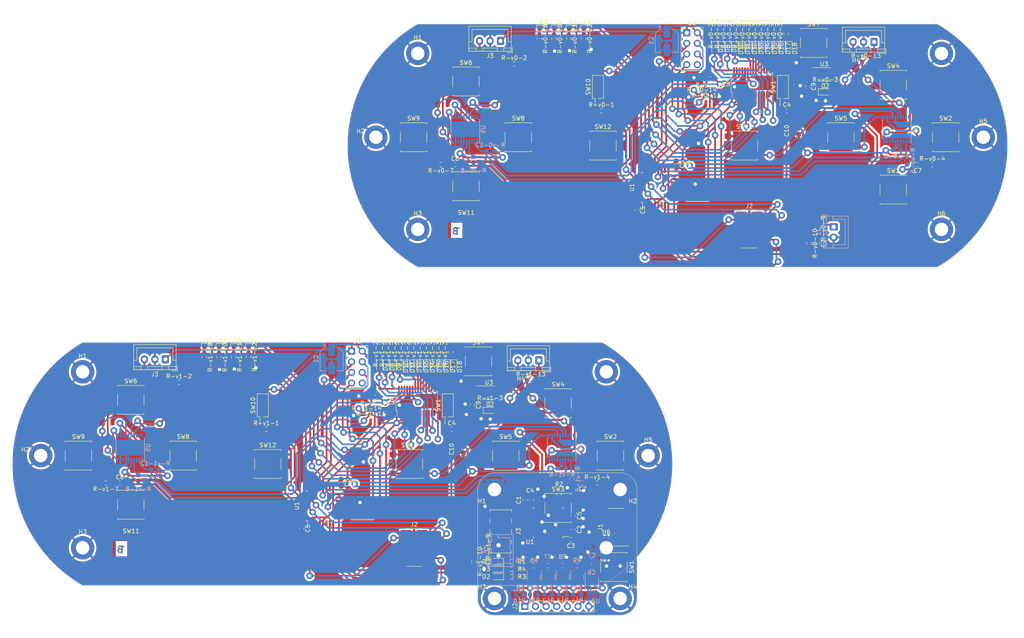
<source format=kicad_pcb>
(kicad_pcb (version 20221018) (generator pcbnew)
  (layers (0 "F.Cu" signal) (31 "B.Cu" signal) (34 "B.Paste" user) (35 "F.Paste" user) (36 "B.SilkS" user "B.Silkscreen") (37 "F.SilkS" user "F.Silkscreen") (38 "B.Mask" user) (39 "F.Mask" user) (44 "Edge.Cuts" user))
  (net 0 "")
  (net 1 "+5V")
  (net 2 "GND")
  (net 3 "+3.3V")
  (net 4 "Net-(D1-K)")
  (net 6 "Net-(D3-K)")
  (net 7 "Status_LED")
  (net 8 "Data_Clock_SNES")
  (net 9 "Data_Latch_SNES")
  (net 10 "Net-(D2-K)")
  (net 11 "Serial_Data1_SNES")
  (net 12 "Serial_Data2_SNES")
  (net 13 "SPI_Chip_Select")
  (net 14 "Chip_Enable")
  (net 15 "SPI_Digital_Input")
  (net 16 "SPI_Clock")
  (net 17 "SPI_Digital_Output")
  (net 18 "IOBit_SNES")
  (net 19 "Data_Clock_STM32")
  (net 20 "Data_Latch_STM32")
  (net 21 "Appairing_Btn")
  (net 22 "Net-(U2-BP)")
  (net 23 "SWDIO")
  (net 24 "SWDCK")
  (net 27 "NRST")
  (net 28 "USART2_RX")
  (net 29 "USART2_TX")
  (net 30 "Serial_Data1_STM32")
  (net 31 "IOBit_STM32")
  (net 32 "Serial_Data2_STM32")
  (net 46 "Glob_Alim-v0-")
  (net 47 "GND-v0-")
  (net 48 "POWER-v0-_CHECK-v0-")
  (net 49 "L-v0-i-ion-v0-")
  (net 50 "Net-(C7-Pad1)-v0-")
  (net 51 "Net-(C8-Pad1)-v0-")
  (net 52 "Net-(U3-BP)-v0-")
  (net 53 "Net-(D2-A)-v0-")
  (net 54 "Net-(D3-K)-v0-")
  (net 55 "Net-(D3-A)-v0-")
  (net 56 "Net-(D4-K)-v0-")
  (net 57 "Net-(D4-A)-v0-")
  (net 58 "Net-(D5-K)-v0-")
  (net 59 "Net-(D5-A)-v0-")
  (net 60 "Net-(D6-K)-v0-")
  (net 61 "Net-(D6-A)-v0-")
  (net 62 "Net-(D7-K)-v0-")
  (net 63 "Net-(D7-A)-v0-")
  (net 64 "Net-(D8-K)-v0-")
  (net 65 "Net-(D8-A)-v0-")
  (net 66 "Net-(D9-K)-v0-")
  (net 67 "Net-(D9-A)-v0-")
  (net 68 "Net-(D10-K)-v0-")
  (net 69 "Net-(D10-A)-v0-")
  (net 70 "Net-(D11-K)-v0-")
  (net 71 "Net-(D11-A)-v0-")
  (net 72 "Net-(D12-K)-v0-")
  (net 73 "Net-(D12-A)-v0-")
  (net 74 "Net-(D13-K)-v0-")
  (net 75 "Net-(D13-A)-v0-")
  (net 76 "Net-(D14-K)-v0-")
  (net 77 "Net-(D14-A)-v0-")
  (net 78 "Net-(D15-K)-v0-")
  (net 79 "Net-(D15-A)-v0-")
  (net 80 "Net-(D16-K)-v0-")
  (net 81 "Net-(D16-A)-v0-")
  (net 82 "Net-(D17-K)-v0-")
  (net 83 "Net-(D17-A)-v0-")
  (net 84 "Net-(D18-K)-v0-")
  (net 85 "Net-(D18-A)-v0-")
  (net 88 "SWDIO-v0-")
  (net 89 "SWDCK-v0-")
  (net 93 "R-v0-eset_Buton -v0-")
  (net 94 "USAR-v0-T2_R-v0-X-v0-")
  (net 95 "USAR-v0-T2_TX-v0-")
  (net 96 "R-v0-")
  (net 97 "L-v0-")
  (net 98 "NES{slash}SNES_switcher-v0-")
  (net 99 "DIO{slash}EX_CL-v0-K")
  (net 100 "DIO{slash}EX_SDA-v0-")
  (net 101 "DIODE_OE-v0-")
  (net 102 "Net-(#FL-v0-G05-pwr)")
  (net 103 "A_Button-v0-")
  (net 104 "B_Button-v0-")
  (net 105 "X_Button-v0-")
  (net 106 "Y_Button-v0-")
  (net 107 "UC_Button-v0-")
  (net 108 "Order_Search-v0-")
  (net 109 "L-v0-C_Button")
  (net 110 "R-v0-C_Button")
  (net 111 "DC_Button-v0-")
  (net 112 "ST_Button-v0-")
  (net 113 "SE_Button-v0-")
  (net 118 "Pin_Clock-v0-")
  (net 119 "Digital_Out_Put-v0-")
  (net 120 "MOSI-v0-")
  (net 124 "R-v0-X{slash}TX")
  (net 126 "CSN_nR-v0-F24")
  (net 144 "Glob_Alim-v1-")
  (net 145 "GND-v1-")
  (net 146 "POWER-v1-_CHECK-v1-")
  (net 147 "L-v1-i-ion-v1-")
  (net 148 "Net-(C7-Pad1)-v1-")
  (net 149 "Net-(C8-Pad1)-v1-")
  (net 150 "Net-(U3-BP)-v1-")
  (net 151 "Net-(D2-A)-v1-")
  (net 152 "Net-(D3-K)-v1-")
  (net 153 "Net-(D3-A)-v1-")
  (net 154 "Net-(D4-K)-v1-")
  (net 155 "Net-(D4-A)-v1-")
  (net 156 "Net-(D5-K)-v1-")
  (net 157 "Net-(D5-A)-v1-")
  (net 158 "Net-(D6-K)-v1-")
  (net 159 "Net-(D6-A)-v1-")
  (net 160 "Net-(D7-K)-v1-")
  (net 161 "Net-(D7-A)-v1-")
  (net 162 "Net-(D8-K)-v1-")
  (net 163 "Net-(D8-A)-v1-")
  (net 164 "Net-(D9-K)-v1-")
  (net 165 "Net-(D9-A)-v1-")
  (net 166 "Net-(D10-K)-v1-")
  (net 167 "Net-(D10-A)-v1-")
  (net 168 "Net-(D11-K)-v1-")
  (net 169 "Net-(D11-A)-v1-")
  (net 170 "Net-(D12-K)-v1-")
  (net 171 "Net-(D12-A)-v1-")
  (net 172 "Net-(D13-K)-v1-")
  (net 173 "Net-(D13-A)-v1-")
  (net 174 "Net-(D14-K)-v1-")
  (net 175 "Net-(D14-A)-v1-")
  (net 176 "Net-(D15-K)-v1-")
  (net 177 "Net-(D15-A)-v1-")
  (net 178 "Net-(D16-K)-v1-")
  (net 179 "Net-(D16-A)-v1-")
  (net 180 "Net-(D17-K)-v1-")
  (net 181 "Net-(D17-A)-v1-")
  (net 182 "Net-(D18-K)-v1-")
  (net 183 "Net-(D18-A)-v1-")
  (net 186 "SWDIO-v1-")
  (net 187 "SWDCK-v1-")
  (net 191 "R-v1-eset_Buton -v1-")
  (net 192 "USAR-v1-T2_R-v1-X-v1-")
  (net 193 "USAR-v1-T2_TX-v1-")
  (net 194 "R-v1-")
  (net 195 "L-v1-")
  (net 196 "NES{slash}SNES_switcher-v1-")
  (net 197 "DIO{slash}EX_CL-v1-K")
  (net 198 "DIO{slash}EX_SDA-v1-")
  (net 199 "DIODE_OE-v1-")
  (net 200 "Net-(#FL-v1-G05-pwr)")
  (net 201 "A_Button-v1-")
  (net 202 "B_Button-v1-")
  (net 203 "X_Button-v1-")
  (net 204 "Y_Button-v1-")
  (net 205 "UC_Button-v1-")
  (net 206 "Order_Search-v1-")
  (net 207 "L-v1-C_Button")
  (net 208 "R-v1-C_Button")
  (net 209 "DC_Button-v1-")
  (net 210 "ST_Button-v1-")
  (net 211 "SE_Button-v1-")
  (net 216 "Pin_Clock-v1-")
  (net 217 "Digital_Out_Put-v1-")
  (net 218 "MOSI-v1-")
  (net 222 "R-v1-X{slash}TX")
  (net 224 "CSN_nR-v1-F24")
  (footprint "Capacitor_SMD:C_0603_1608Metric_Pad1.08x0.95mm_HandSolder" (layer "F.Cu") (at 143.39 22.372 -90)
    (fp_text reference "C3")
    (fp_text value "100n")
  )
  (footprint "R-v0-esistor_SMD:R-v0-_0603_1608Metric_Pad0.98x0.95mm_HandSolder" (layer "F.Cu") (at 149.5 6)
    (fp_text reference "R-v0-14")
    (fp_text value "10K")
  )
  (footprint "Capacitor_SMD:C_0603_1608Metric_Pad1.08x0.95mm_HandSolder" (layer "F.Cu") (at 63.39 98.372 -90)
    (fp_text reference "C3")
    (fp_text value "100n")
  )
  (footprint "Capacitor_SMD:C_0603_1608Metric_Pad1.08x0.95mm_HandSolder" (layer "F.Cu") (at 53.992 109.294 -90)
    (fp_text reference "C5")
    (fp_text value "100n")
  )
  (footprint "Connector_PinHeader_2.54mm:PinHeader_2x04_P2.54mm_Vertical" (layer "F.Cu") (at 65.89 66.96)
    (fp_text reference "U2")
    (fp_text value "nR-v1-F24_Full")
  )
  (footprint "R-v1-esistor_SMD:R-v1-_0603_1608Metric_Pad0.98x0.95mm_HandSolder" (layer "F.Cu") (at 97.09 113.7 -90)
    (fp_text reference "R-v1-9")
    (fp_text value "1M")
  )
  (footprint "R-v0-esistor_SMD:R-v0-_0603_1608Metric_Pad0.98x0.95mm_HandSolder" (layer "F.Cu") (at 159.09 -8.7875 90)
    (fp_text reference "R-v0-27")
    (fp_text value "1K")
  )
  (footprint "MountingHole:MountingHole_3.2mm_M3_DIN965_Pad" (layer "F.Cu") (at 216.69 15.9)
    (fp_text reference "H5")
    (fp_text value "MountingHole_Pad")
  )
  (footprint "R-v0-esistor_SMD:R-v0-_0603_1608Metric_Pad0.98x0.95mm_HandSolder" (layer "F.Cu") (at 168.09 -8.7875 90)
    (fp_text reference "R-v0-33")
    (fp_text value "1K")
  )
  (footprint "Connector_PinHeader_2.54mm:PinHeader_1x07_P2.54mm_Vertical" (layer "F.Cu") (at 107.25 127.9 90)
    (fp_text reference "J2")
    (fp_text value "Conn_01x07_Socket")
  )
  (footprint "L-v0-ED_SMD:L-v0-ED_0603_1608Metric_Pad1.05x0.95mm_HandSolder" (layer "F.Cu") (at 168.665 -5.3 -90)
    (fp_text reference "D17")
    (fp_text value "R-v0-3")
  )
  (footprint "R-v1-esistor_SMD:R-v1-_0603_1608Metric_Pad0.98x0.95mm_HandSolder" (layer "F.Cu") (at 30.715 68.375 -90)
    (fp_text reference "R-v1-18")
    (fp_text value "1K")
  )
  (footprint "R-v0-esistor_SMD:R-v0-_0603_1608Metric_Pad0.98x0.95mm_HandSolder" (layer "F.Cu") (at 169.59 -8.7875 90)
    (fp_text reference "R-v0-34")
    (fp_text value "1K")
  )
  (footprint "L-v1-ED_SMD:L-v1-ED_0603_1608Metric_Pad1.05x0.95mm_HandSolder" (layer "F.Cu") (at 79.015 70.725 -90)
    (fp_text reference "D11")
    (fp_text value "O1")
  )
  (footprint "MountingHole:MountingHole_3.2mm_M3_DIN965_Pad" (layer "F.Cu") (at 1.69 113.9)
    (fp_text reference "H3")
    (fp_text value "MountingHole_Pad")
  )
  (footprint "Capacitor_SMD:C_0603_1608Metric_Pad1.08x0.95mm_HandSolder" (layer "F.Cu") (at 177.09 41.2375 -90)
    (fp_text reference "C2")
    (fp_text value "1nF")
  )
  (footprint "L-v1-ED_SMD:L-v1-ED_0603_1608Metric_Pad1.05x0.95mm_HandSolder" (layer "F.Cu") (at 88.665 70.7 -90)
    (fp_text reference "D17")
    (fp_text value "R-v1-3")
  )
  (footprint "Connector_PinHeader_1.27mm:PinHeader_2x07_P1.27mm_Vertical_SMD" (layer "F.Cu") (at 80.815 113.84)
    (fp_text reference "J2")
    (fp_text value "Conn_02x07_Odd_Even")
  )
  (footprint "L-v1-ED_SMD:L-v1-ED_0603_1608Metric_Pad1.05x0.95mm_HandSolder" (layer "F.Cu") (at 87.065 70.7 -90)
    (fp_text reference "D16")
    (fp_text value "R-v1-2")
  )
  (footprint "Button_Switch_SMD:SW_SPST_B3S-1000" (layer "F.Cu") (at 93.19 27.6)
    (fp_text reference "SW11")
    (fp_text value "SW_Push")
  )
  (footprint "Diode_SMD:D_0603_1608Metric_Pad1.05x0.95mm_HandSolder" (layer "F.Cu") (at 100.51875 120.8 180)
    (fp_text reference "D2")
    (fp_text value "LED_Small")
  )
  (footprint "Button_Switch_SMD:SW_DIP_SPSTx01_Slide_Copal_CHS-01B_W7.62mm_P1.27mm" (layer "F.Cu") (at 88.86 79.9 90)
    (fp_text reference "SW1")
    (fp_text value "SW_DIP_x01")
  )
  (footprint "Button_Switch_SMD:SW_DIP_SPSTx01_Slide_Copal_CHS-01B_W7.62mm_P1.27mm" (layer "F.Cu") (at 44.69 79.9 90)
    (fp_text reference "SW10")
    (fp_text value "SW_DIP_x01")
  )
  (footprint "L-v0-ED_SMD:L-v0-ED_0603_1608Metric_Pad1.05x0.95mm_HandSolder" (layer "F.Cu") (at 157.415 -5.275 -90)
    (fp_text reference "D10")
    (fp_text value "G8")
  )
  (footprint "MountingHole:MountingHole_3.2mm_M3_DIN965_Pad" (layer "F.Cu") (at 130 100)
    (fp_text reference "H2")
    (fp_text value "MountingHole_Pad")
  )
  (footprint "Resistor_SMD:R_0603_1608Metric_Pad0.98x0.95mm_HandSolder" (layer "F.Cu") (at 104.01875 120.8)
    (fp_text reference "R3")
    (fp_text value "1k")
  )
  (footprint "R-v0-esistor_SMD:R-v0-_0603_1608Metric_Pad0.98x0.95mm_HandSolder" (layer "F.Cu") (at 166.59 -8.7875 90)
    (fp_text reference "R-v0-32")
    (fp_text value "1K")
  )
  (footprint "Connector_JST:JST_XH_B3B-XH-A_1x03_P2.50mm_Vertical" (layer "F.Cu") (at 110.594 69.162 180)
    (fp_text reference "J4")
    (fp_text value "Conn_01x03")
  )
  (footprint "Capacitor_SMD:C_0603_1608Metric_Pad1.08x0.95mm_HandSolder" (layer "F.Cu") (at 107.3 102.5 90)
    (fp_text reference "C1")
    (fp_text value "10u")
  )
  (footprint "L-v0-ED_SMD:L-v0-ED_0603_1608Metric_Pad1.05x0.95mm_HandSolder" (layer "F.Cu") (at 154.214 -5.275 -90)
    (fp_text reference "D8")
    (fp_text value "G6")
  )
  (footprint "L-v1-ED_SMD:L-v1-ED_0603_1608Metric_Pad1.05x0.95mm_HandSolder" (layer "F.Cu") (at 77.415 70.725 -90)
    (fp_text reference "D10")
    (fp_text value "G8")
  )
  (footprint "L-v1-ED_SMD:L-v1-ED_0603_1608Metric_Pad1.05x0.95mm_HandSolder" (layer "F.Cu") (at 35.19 65.9)
    (fp_text reference "D4")
    (fp_text value "G2")
  )
  (footprint "MountingHole:MountingHole_3.2mm_M3_DIN965_Pad" (layer "F.Cu") (at 71.69 15.9)
    (fp_text reference "H2")
    (fp_text value "MountingHole_Pad")
  )
  (footprint "L-v0-ED_SMD:L-v0-ED_0603_1608Metric_Pad1.05x0.95mm_HandSolder" (layer "F.Cu") (at 159.015 -5.275 -90)
    (fp_text reference "D11")
    (fp_text value "O1")
  )
  (footprint "Button_Switch_SMD:SW_SPST_B3S-1000" (layer "F.Cu") (at 176.19 -6.6)
    (fp_text reference "SW7")
    (fp_text value "SW_SPST")
  )
  (footprint "R-v1-esistor_SMD:R-v1-_0603_1608Metric_Pad0.98x0.95mm_HandSolder" (layer "F.Cu") (at 98.95 79.576)
    (fp_text reference "R-v1-3")
    (fp_text value "1K")
  )
  (footprint "Button_Switch_SMD:SW_SPST_B3S-1000" (layer "F.Cu") (at 125.9 17.9)
    (fp_text reference "SW12")
    (fp_text value "SW_Push")
  )
  (footprint "Capacitor_SMD:C_0603_1608Metric_Pad1.08x0.95mm_HandSolder" (layer "F.Cu") (at 118.2525 111.94)
    (fp_text reference "C3")
    (fp_text value "100n")
  )
  (footprint "Button_Switch_SMD:SW_DIP_SPSTx01_Slide_Copal_CHS-01B_W7.62mm_P1.27mm" (layer "F.Cu") (at 168.86 3.9 90)
    (fp_text reference "SW1")
    (fp_text value "SW_DIP_x01")
  )
  (footprint "R-v1-esistor_SMD:R-v1-_0603_1608Metric_Pad0.98x0.95mm_HandSolder" (layer "F.Cu") (at 73.09 67.2125 90)
    (fp_text reference "R-v1-23")
    (fp_text value "1K")
  )
  (footprint "R-v0-esistor_SMD:R-v0-_0603_1608Metric_Pad0.98x0.95mm_HandSolder" (layer "F.Cu") (at 163.59 -8.7875 90)
    (fp_text reference "R-v0-30")
    (fp_text value "1K")
  )
  (footprint "Capacitor_SMD:C_0603_1608Metric_Pad1.08x0.95mm_HandSolder" (layer "F.Cu") (at 144.914 22.372 -90)
    (fp_text reference "C6")
    (fp_text value "10u")
  )
  (footprint "Capacitor_SMD:C_0603_1608Metric_Pad1.08x0.95mm_HandSolder" (layer "F.Cu") (at 94.74 79.8 -90)
    (fp_text reference "C9")
    (fp_text value "470p")
  )
  (footprint "Capacitor_SMD:C_0603_1608Metric_Pad1.08x0.95mm_HandSolder" (layer "F.Cu") (at 90.597976 22.45)
    (fp_text reference "C8")
    (fp_text value "100nF")
  )
  (footprint "Diode_SMD:D_0603_1608Metric_Pad1.05x0.95mm_HandSolder" (layer "F.Cu") (at 100.51875 117.2 180)
    (fp_text reference "D1")
    (fp_text value "LED_Small")
  )
  (footprint "R-v1-esistor_SMD:R-v1-_0603_1608Metric_Pad0.98x0.95mm_HandSolder" (layer "F.Cu") (at 80.59 67.2125 90)
    (fp_text reference "R-v1-28")
    (fp_text value "1K")
  )
  (footprint "Button_Switch_SMD:SW_DIP_SPSTx01_Slide_Copal_CHS-01B_W7.62mm_P1.27mm" (layer "F.Cu") (at 124.69 3.9 90)
    (fp_text reference "SW10")
    (fp_text value "SW_DIP_x01")
  )
  (footprint "R-v0-esistor_SMD:R-v0-_0603_1608Metric_Pad0.98x0.95mm_HandSolder" (layer "F.Cu") (at 177.09 37.7 -90)
    (fp_text reference "R-v0-9")
    (fp_text value "1M")
  )
  (footprint "R-v1-esistor_SMD:R-v1-_0603_1608Metric_Pad0.98x0.95mm_HandSolder" (layer "F.Cu") (at 85.09 67.2125 90)
    (fp_text reference "R-v1-31")
    (fp_text value "1K")
  )
  (footprint "Package_QFP:L-v0-QFP-32_7x7mm_P0.8mm" (layer "F.Cu") (at 138.69 27.9 90)
    (fp_text reference "U1")
    (fp_text value "STM32L-v0-412KBTx")
  )
  (footprint "MountingHole:MountingHole_3.2mm_M3_DIN965_Pad" (layer "F.Cu") (at 81.69 37.9)
    (fp_text reference "H3")
    (fp_text value "MountingHole_Pad")
  )
  (footprint "R-v1-esistor_SMD:R-v1-_0603_1608Metric_Pad0.98x0.95mm_HandSolder" (layer "F.Cu") (at 83.59 67.2125 90)
    (fp_text reference "R-v1-30")
    (fp_text value "1K")
  )
  (footprint "R-v1-esistor_SMD:R-v1-_0603_1608Metric_Pad0.98x0.95mm_HandSolder" (layer "F.Cu") (at 74.59 67.2125 90)
    (fp_text reference "R-v1-24")
    (fp_text value "1K")
  )
  (footprint "R-v0-esistor_SMD:R-v0-_0603_1608Metric_Pad0.98x0.95mm_HandSolder" (layer "F.Cu") (at 150.5 4.5 180)
    (fp_text reference "R-v0-11")
    (fp_text value "10K")
  )
  (footprint "Connector_PinHeader_2.54mm:PinHeader_2x04_P2.54mm_Vertical" (layer "F.Cu") (at 145.89 -9.04)
    (fp_text reference "U2")
    (fp_text value "nR-v0-F24_Full")
  )
  (footprint "Connector_JST:JST_XH_B3B-XH-A_1x03_P2.50mm_Vertical" (layer "F.Cu") (at 21.44 68.925 180)
    (fp_text reference "J3")
    (fp_text value "Conn_01x03")
  )
  (footprint "MountingHole:MountingHole_3.2mm_M3_DIN965_Pad" (layer "F.Cu") (at 130 126)
    (fp_text reference "H4")
    (fp_text value "MountingHole_Pad")
  )
  (footprint "Button_Switch_SMD:SW_SPST_B3S-1000" (layer "F.Cu") (at 0.69 91.9)
    (fp_text reference "SW9")
    (fp_text value "SW_Push")
  )
  (footprint "Capacitor_SMD:C_0603_1608Metric_Pad1.08x0.95mm_HandSolder" (layer "F.Cu") (at 201.002024 22.45 180)
    (fp_text reference "C7")
    (fp_text value "100nF")
  )
  (footprint "R-v0-esistor_SMD:R-v0-_0603_1608Metric_Pad0.98x0.95mm_HandSolder" (layer "F.Cu") (at 175.09 41.2375 -90)
    (fp_text reference "R-v0-10")
    (fp_text value "1M")
  )
  (footprint "L-v0-ED_SMD:L-v0-ED_0603_1608Metric_Pad1.05x0.95mm_HandSolder" (layer "F.Cu") (at 152.615 -5.275 -90)
    (fp_text reference "D7")
    (fp_text value "G5")
  )
  (footprint "MountingHole:MountingHole_3.2mm_M3_DIN965_Pad" (layer "F.Cu") (at 126.69 113.9)
    (fp_text reference "H6")
    (fp_text value "MountingHole_Pad")
  )
  (footprint "Capacitor_SMD:C_0603_1608Metric_Pad1.08x0.95mm_HandSolder" (layer "F.Cu") (at 121.002024 98.45 180)
    (fp_text reference "C7")
    (fp_text value "100nF")
  )
  (footprint "L-v0-ED_SMD:L-v0-ED_0603_1608Metric_Pad1.05x0.95mm_HandSolder" (layer "F.Cu") (at 160.65 -5.2875 -90)
    (fp_text reference "D12")
    (fp_text value "O2")
  )
  (footprint "R-v0-esistor_SMD:R-v0-_0603_1608Metric_Pad0.98x0.95mm_HandSolder" (layer "F.Cu") (at 160.59 -8.7875 90)
    (fp_text reference "R-v0-28")
    (fp_text value "1K")
  )
  (footprint "Resistor_SMD:R_0603_1608Metric_Pad0.98x0.95mm_HandSolder" (layer "F.Cu") (at 104.01875 119)
    (fp_text reference "R4")
    (fp_text value "1k")
  )
  (footprint "MountingHole:MountingHole_3.2mm_M3_DIN965_Pad" (layer "F.Cu") (at -8.31 91.9)
    (fp_text reference "H2")
    (fp_text value "MountingHole_Pad")
  )
  (footprint "L-v1-ED_SMD:L-v1-ED_0603_1608Metric_Pad1.05x0.95mm_HandSolder" (layer "F.Cu") (at 82.265 70.7 -90)
    (fp_text reference "D13")
    (fp_text value "O3")
  )
  (footprint "L-v0-ED_SMD:L-v0-ED_0603_1608Metric_Pad1.05x0.95mm_HandSolder" (layer "F.Cu") (at 178.95 5.1)
    (fp_text reference "D2")
    (fp_text value "L-v0-ED_Small")
  )
  (footprint "Package_QFP:LQFP-32_7x7mm_P0.8mm" (layer "F.Cu") (at 112.85 107.9 180)
    (fp_text reference "U1")
    (fp_text value "STM32L412KBTx")
  )
  (footprint "L-v1-ED_SMD:L-v1-ED_0603_1608Metric_Pad1.05x0.95mm_HandSolder" (layer "F.Cu") (at 38.69 65.9)
    (fp_text reference "D5")
    (fp_text value "G3")
  )
  (footprint "R-v0-esistor_SMD:R-v0-_0603_1608Metric_Pad0.98x0.95mm_HandSolder" (layer "F.Cu") (at 153.09 -8.7875 90)
    (fp_text reference "R-v0-23")
    (fp_text value "1K")
  )
  (footprint "MountingHole:MountingHole_3.2mm_M3_DIN965_Pad" (layer "F.Cu") (at 100 100)
    (fp_text reference "H1")
    (fp_text value "MountingHole_Pad")
  )
  (footprint "R-v0-esistor_SMD:R-v0-_0603_1608Metric_Pad0.98x0.95mm_HandSolder" (layer "F.Cu") (at 204.502024 22.45)
    (fp_text reference "R-v0-4")
    (fp_text value "1k")
  )
  (footprint "MountingHole:MountingHole_3.2mm_M3_DIN965_Pad" (layer "F.Cu") (at 126.69 71.9)
    (fp_text reference "H4")
    (fp_text value "MountingHole_Pad")
  )
  (footprint "Button_Switch_SMD:SW_SPST_B3S-1000" (layer "F.Cu") (at 115.19 104.4)
    (fp_text reference "SW3")
    (fp_text value "SW_Push")
  )
  (footprint "Connector_PinSocket_2.54mm:PinSocket_2x04_P2.54mm_Vertical_SMD" (layer "F.Cu") (at 101.5 110 180)
    (fp_text reference "J3")
    (fp_text value "Conn_01x08_Socket")
  )
  (footprint "Package_SO:TSSOP-28_4.4x9.7mm_P0.65mm" (layer "F.Cu") (at 161.424 2.814 90)
    (fp_text reference "U4")
    (fp_text value "PCA9685PW")
  )
  (footprint "Capacitor_SMD:C_0603_1608Metric_Pad1.08x0.95mm_HandSolder" (layer "F.Cu") (at 10.597976 98.45)
    (fp_text reference "C8")
    (fp_text value "100nF")
  )
  (footprint "Package_SO:MSOP-8_3x3mm_P0.65mm" (layer "F.Cu") (at 178.69 0.9)
    (fp_text reference "U3")
    (fp_text value "MIC5219-3.3YMM")
  )
  (footprint "Button_Switch_SMD:SW_SPST_B3S-1000" (layer "F.Cu") (at 182.69 15.9)
    (fp_text reference "SW5")
    (fp_text value "SW_Push")
  )
  (footprint "L-v1-ED_SMD:L-v1-ED_0603_1608Metric_Pad1.05x0.95mm_HandSolder" (layer "F.Cu") (at 90.29 70.7 -90)
    (fp_text reference "D18")
    (fp_text value "R-v1-4")
  )
  (footprint "Capacitor_SMD:C_0603_1608Metric_Pad1.08x0.95mm_HandSolder" (layer "F.Cu") (at 92.685 90.3825 -90)
    (fp_text reference "C10")
    (fp_text value "100nF")
  )
  (footprint "R-v1-esistor_SMD:R-v1-_0603_1608Metric_Pad0.98x0.95mm_HandSolder" (layer "F.Cu") (at 69.5 82)
    (fp_text reference "R-v1-14")
    (fp_text value "10K")
  )
  (footprint "MountingHole:MountingHole_3.2mm_M3_DIN965_Pad" (layer "F.Cu") (at 1.69 71.9)
    (fp_text reference "H1")
    (fp_text value "MountingHole_Pad")
  )
  (footprint "R-v0-esistor_SMD:R-v0-_0603_1608Metric_Pad0.98x0.95mm_HandSolder" (layer "F.Cu") (at 188.69 -2.1)
    (fp_text reference "R-v0-13")
    (fp_text value "1K")
  )
  (footprint "MountingHole:MountingHole_3.2mm_M3_DIN965_Pad" (layer "F.Cu") (at 206.69 -4.1)
    (fp_text reference "H4")
    (fp_text value "MountingHole_Pad")
  )
  (footprint "MountingHole:MountingHole_3.2mm_M3_DIN965_Pad" (layer "F.Cu") (at 81.69 -4.1)
    (fp_text reference "H1")
    (fp_text value "MountingHole_Pad")
  )
  (footprint "L-v1-ED_SMD:L-v1-ED_0603_1608Metric_Pad1.05x0.95mm_HandSolder" (layer "F.Cu") (at 75.815 70.725 -90)
    (fp_text reference "D9")
    (fp_text value "G7")
  )
  (footprint "R-v1-esistor_SMD:R-v1-_0603_1608Metric_Pad0.98x0.95mm_HandSolder" (layer "F.Cu") (at 79.09 67.2125 90)
    (fp_text reference "R-v1-27")
    (fp_text value "1K")
  )
  (footprint "R-v0-esistor_SMD:R-v0-_0603_1608Metric_Pad0.98x0.95mm_HandSolder" (layer "F.Cu") (at 110.715 -7.625 -90)
    (fp_text reference "R-v0-18")
    (fp_text value "1K")
  )
  (footprint "Button_Switch_SMD:SW_SPST_B3S-1000" (layer "F.Cu") (at 102.69 91.9)
    (fp_text reference "SW5")
    (fp_text value "SW_Push")
  )
  (footprint "Connector_JST:JST_XH_B3B-XH-A_1x03_P2.50mm_Vertical" (layer "F.Cu") (at 101.44 -7.075 180)
    (fp_text reference "J3")
    (fp_text value "Conn_01x03")
  )
  (footprint "Package_SO:MSOP-8_3x3mm_P0.65mm" (layer "F.Cu") (at 98.69 76.9)
    (fp_text reference "U3")
    (fp_text value "MIC5219-3.3YMM")
  )
  (footprint "Button_Switch_SMD:SW_SPST_B3S-1000" (layer "F.Cu") (at 13.19 78.6)
    (fp_text reference "SW6")
    (fp_text value "SW_Push")
  )
  (footprint "Button_Switch_SMD:SW_SPST_B3S-1000" (layer "F.Cu") (at 80.69 15.9)
    (fp_text reference "SW9")
    (fp_text value "SW_Push")
  )
  (footprint "Button_Switch_SMD:SW_SPST_B3S-1000" (layer "F.Cu") (at 13.19 103.6)
    (fp_text reference "SW11")
    (fp_text value "SW_Push")
  )
  (footprint "Button_Switch_SMD:SW_SPST_B3S-1000" (layer "F.Cu") (at 25.69 91.9)
    (fp_text reference "SW8")
    (fp_text value "SW_Push")
  )
  (footprint "R-v0-esistor_SMD:R-v0-_0603_1608Metric_Pad0.98x0.95mm_HandSolder" (layer "F.Cu") (at 162.09 -8.7875 90)
    (fp_text reference "R-v0-29")
    (fp_text value "1K")
  )
  (footprint "R-v0-esistor_SMD:R-v0-_0603_1608Metric_Pad0.98x0.95mm_HandSolder" (layer "F.Cu") (at 121.29 -7.675 -90)
    (fp_text reference "R-v0-22")
    (fp_text value "1K")
  )
  (footprint "R-v1-esistor_SMD:R-v1-_0603_1608Metric_Pad0.98x0.95mm_HandSolder" (layer "F.Cu") (at 82.09 67.2125 90)
    (fp_text reference "R-v1-29")
    (fp_text value "1K")
  )
  (footprint "R-v0-esistor_SMD:R-v0-_0603_1608Metric_Pad0.98x0.95mm_HandSolder" (layer "F.Cu") (at 151.5 2 180)
    (fp_text reference "R-v0-16")
    (fp_text value "10K")
  )
  (footprint "Button_Switch_SMD:SW_SPST_B3S-1000" (layer "F.Cu") (at 79.69 93.9)
    (fp_text reference "SW13")
    (fp_text value "SW_Push")
  )
  (footprint "L-v1-ED_SMD:L-v1-ED_0603_1608Metric_Pad1.05x0.95mm_HandSolder" (layer "F.Cu") (at 85.465 70.7 -90)
    (fp_text reference "D15")
    (fp_text value "R-v1-1")
  )
  (footprint "R-v1-esistor_SMD:R-v1-_0603_1608Metric_Pad0.98x0.95mm_HandSolder" (layer "F.Cu") (at 108.69 73.9)
    (fp_text reference "R-v1-13")
    (fp_text value "1K")
  )
  (footprint "Capacitor_SMD:C_0603_1608Metric_Pad1.08x0.95mm_HandSolder" (layer "F.Cu") (at 172.685 14.3825 -90)
    (fp_text reference "C10")
    (fp_text value "100nF")
  )
  (footprint "L-v1-ED_SMD:L-v1-ED_0603_1608Metric_Pad1.05x0.95mm_HandSolder" (layer "F.Cu") (at 42.19 65.9)
    (fp_text reference "D6")
    (fp_text value "G4")
  )
  (footprint "R-v1-esistor_SMD:R-v1-_0603_1608Metric_Pad0.98x0.95mm_HandSolder" (layer "F.Cu") (at 88.09 67.2125 90)
    (fp_text reference "R-v1-33")
    (fp_text value "1K")
  )
  (footprint "MountingHole:MountingHole_3.2mm_M3_DIN965_Pad" (layer "F.Cu") (at 100 126)
    (fp_text reference "H3")
    (fp_text value "MountingHole_Pad")
  )
  (footprint "L-v0-ED_SMD:L-v0-ED_0603_1608Metric_Pad1.05x0.95mm_HandSolder" (layer "F.Cu") (at 162.265 -5.3 -90)
    (fp_text reference "D13")
    (fp_text value "O3")
  )
  (footprint "Capacitor_SMD:C_0603_1608Metric_Pad1.08x0.95mm_HandSolder" (layer "F.Cu") (at 64.914 98.372 -90)
    (fp_text reference "C6")
    (fp_text value "10u")
  )
  (footprint "Capacitor_SMD:C_0603_1608Metric_Pad1.08x0.95mm_HandSolder" (layer "F.Cu") (at 108.8 102.5 90)
    (fp_text reference "C4")
    (fp_text value "100n")
  )
  (footprint "Diode_SMD:D_0603_1608Metric_Pad1.05x0.95mm_HandSolder" (layer "F.Cu") (at 100.51875 119 180)
    (fp_text reference "D3")
    (fp_text value "LED")
  )
  (footprint "Capacitor_SMD:C_0603_1608Metric_Pad1.08x0.95mm_HandSolder" (layer "F.Cu") (at 174.74 3.8 -90)
    (fp_text reference "C9")
    (fp_text value "470p")
  )
  (footprint "Connector_PinHeader_1.27mm:PinHeader_2x07_P1.27mm_Vertical_SMD" (layer "F.Cu") (at 160.815 37.84)
    (fp_text reference "J2")
    (fp_text value "Conn_02x07_Odd_Even")
  )
  (footprint "Capacitor_SMD:C_0603_1608Metric_Pad1.08x0.95mm_HandSolder" (layer "F.Cu") (at 89.785 85.6)
    (fp_text reference "C4")
    (fp_text value "1u")
  )
  (footprint "L-v1-ED_SMD:L-v1-ED_0603_1608Metric_Pad1.05x0.95mm_HandSolder" (layer "F.Cu") (at 72.615 70.725 -90)
    (fp_text reference "D7")
    (fp_text value "G5")
  )
  (footprint "Package_SO:TSSOP-28_4.4x9.7mm_P0.65mm" (layer "F.Cu") (at 81.424 78.814 90)
    (fp_text reference "U4")
    (fp_text value "PCA9685PW")
  )
  (footprint "L-v0-ED_SMD:L-v0-ED_0603_1608Metric_Pad1.05x0.95mm_HandSolder" (layer "F.Cu") (at 170.29 -5.3 -90)
    (fp_text reference "D18")
    (fp_text value "R-v0-4")
  )
  (footprint "L-v1-ED_SMD:L-v1-ED_0603_1608Metric_Pad1.05x0.95mm_HandSolder" (layer "F.Cu") (at 80.65 70.7125 -90)
    (fp_text reference "D12")
    (fp_text value "O2")
  )
  (footprint "Button_Switch_SMD:SW_SPST_B3S-1000" (layer "F.Cu") (at 195.19 3.4)
    (fp_text reference "SW4")
    (fp_text value "SW_Push")
  )
  (footprint "MountingHole:MountingHole_3.2mm_M3_DIN965_Pad" (layer "F.Cu") (at 206.69 37.9)
    (fp_text reference "H6")
    (fp_text value "MountingHole_Pad")
  )
  (footprint "R-v1-esistor_SMD:R-v1-_0603_1608Metric_Pad0.98x0.95mm_HandSolder" (layer "F.Cu") (at 124.502024 98.45)
    (fp_text reference "R-v1-4")
    (fp_text value "1k")
  )
  (footprint "R-v1-esistor_SMD:R-v1-_0603_1608Metric_Pad0.98x0.95mm_HandSolder" (layer "F.Cu") (at 41.29 68.325 -90)
    (fp_text reference "R-v1-22")
    (fp_text value "1K")
  )
  (footprint "Capacitor_SMD:C_0603_1608Metric_Pad1.08x0.95mm_HandSolder" (layer "F.Cu") (at 169.785 9.6)
    (fp_text reference "C4")
    (fp_text value "1u")
  )
  (footprint "R-v0-esistor_SMD:R-v0-_0603_1608Metric_Pad0.98x0.95mm_HandSolder" (layer "F.Cu") (at 114.215 -7.6 -90)
    (fp_text reference "R-v0-20")
    (fp_text value "1K")
  )
  (footprint "R-v0-esistor_SMD:R-v0-_0603_1608Metric_Pad0.98x0.95mm_HandSolder" (layer "F.Cu") (at 125.54 9.6)
    (fp_text reference "R-v0-1")
    (fp_text value "1K")
  )
  (footprint "R-v1-esistor_SMD:R-v1-_0603_1608Metric_Pad0.98x0.95mm_HandSolder" (layer "F.Cu") (at 37.74 68.375 -90)
    (fp_text reference "R-v1-21")
    (fp_text value "1K")
  )
  (footprint "Button_Switch_SMD:SW_SPST_B3S-1000" (layer "F.Cu") (at 45.9 93.9)
    (fp_text reference "SW12")
    (fp_text value "SW_Push")
  )
  (footprint "L-v0-ED_SMD:L-v0-ED_0603_1608Metric_Pad1.05x0.95mm_HandSolder" (layer "F.Cu") (at 167.065 -5.3 -90)
    (fp_text reference "D16")
    (fp_text value "R-v0-2")
  )
  (footprint "L-v1-ED_SMD:L-v1-ED_0603_1608Metric_Pad1.05x0.95mm_HandSolder" (layer "F.Cu") (at 83.865 70.7 -90)
    (fp_text reference "D14")
    (fp_text value "O4")
  )
  (footprint "Button_Switch_SMD:SW_SPST_B3S-1000" (layer "F.Cu") (at 105.69 15.9)
    (fp_text reference "SW8")
    (fp_text value "SW_Push")
  )
  (footprint "R-v1-esistor_SMD:R-v1-_0603_1608Metric_Pad0.98x0.95mm_HandSolder" (layer "F.Cu") (at 34.215 68.4 -90)
    (fp_text reference "R-v1-20")
    (fp_text value "1K")
  )
  (footprint "R-v1-esistor_SMD:R-v1-_0603_1608Metric_Pad0.98x0.95mm_HandSolder" (layer "F.Cu") (at 76.06 67.2125 90)
    (fp_text reference "R-v1-25")
    (fp_text value "1K")
  )
  (footprint "Resistor_SMD:R_0603_1608Metric_Pad0.98x0.95mm_HandSolder" (layer "F.Cu") (at 104.01875 117.2)
    (fp_text reference "R1")
    (fp_text value "1k")
  )
  (footprint "R-v0-esistor_SMD:R-v0-_0603_1608Metric_Pad0.98x0.95mm_HandSolder" (layer "F.Cu") (at 156.06 -8.7875 90)
    (fp_text reference "R-v0-25")
    (fp_text value "1K")
  )
  (footprint "R-v0-esistor_SMD:R-v0-_0603_1608Metric_Pad0.98x0.95mm_HandSolder" (layer "F.Cu") (at 165.09 -8.7875 90)
    (fp_text reference "R-v0-31")
    (fp_text value "1K")
  )
  (footprint "MountingHole:MountingHole_3.2mm_M3_DIN965_Pad" (layer "F.Cu") (at 136.69 91.9)
    (fp_text reference "H5")
    (fp_text value "MountingHole_Pad")
  )
  (footprint "Button_Switch_SMD:SW_SPST_B3S-1000" (layer "F.Cu") (at 195.19 28.4)
    (fp_text reference "SW3")
    (fp_text value "SW_Push")
  )
  (footprint "Capacitor_SMD:C_0603_1608Metric_Pad1.08x0.95mm_HandSolder" (layer "F.Cu") (at 118.76 106.25 90)
    (fp_text reference "C5")
    (fp_text value "100n")
  )
  (footprint "Button_Switch_SMD:SW_SPST_B3S-1000" (layer "F.Cu") (at 128.5 118.5 180)
    (fp_text reference "SW1")
    (fp_text value "SW_SPST")
  )
  (footprint "R-v1-esistor_SMD:R-v1-_0603_1608Metric_Pad0.98x0.95mm_HandSolder" (layer "F.Cu") (at 70.5 80.5 180)
    (fp_text reference "R-v1-11")
    (fp_text value "10K")
  )
  (footprint "R-v0-esistor_SMD:R-v0-_0603_1608Metric_Pad0.98x0.95mm_HandSolder" (layer "F.Cu") (at 117.74 -7.625 -90)
    (fp_text reference "R-v0-21")
    (fp_text value "1K")
  )
  (footprint "L-v0-ED_SMD:L-v0-ED_0603_1608Metric_Pad1.05x0.95mm_HandSolder" (layer "F.Cu") (at 155.815 -5.275 -90)
    (fp_text reference "D9")
    (fp_text value "G7")
  )
  (footprint "L-v0-ED_SMD:L-v0-ED_0603_1608Metric_Pad1.05x0.95mm_HandSolder" (layer "F.Cu") (at 111.69 -10.1)
    (fp_text reference "D3")
    (fp_text value "G1")
  )
  (footprint "Button_Switch_SMD:SW_SPST_B3S-1000" (layer "F.Cu") (at 115.19 79.4)
    (fp_text reference "SW4")
    (fp_text value "SW_Push")
  )
  (footprint "Connector_JST:JST_XH_B3B-XH-A_1x03_P2.50mm_Vertical" (layer "F.Cu") (at 190.594 -6.838 180)
    (fp_text reference "J4")
    (fp_text value "Conn_01x03")
  )
  (footprint "R-v1-esistor_SMD:R-v1-_0603_1608Metric_Pad0.98x0.95mm_HandSolder" (layer "F.Cu") (at 86.59 67.2125 90)
    (fp_text reference "R-v1-32")
    (fp_text value "1K")
  )
  (footprint "L-v1-ED_SMD:L-v1-ED_0603_1608Metric_Pad1.05x0.95mm_HandSolder" (layer "F.Cu") (at 98.95 81.1)
    (fp_text reference "D2")
    (fp_text value "L-v1-ED_Small")
  )
  (footprint "Button_Switch_SMD:SW_SPST_B3S-1000" (layer "F.Cu") (at 207.69 15.9)
    (fp_text reference "SW2")
    (fp_text value "SW_Push")
  )
  (footprint "Package_QFP:L-v1-QFP-32_7x7mm_P0.8mm" (layer "F.Cu") (at 58.69 103.9 90)
    (fp_text reference "U1")
    (fp_text value "STM32L-v1-412KBTx")
  )
  (footprint "R-v1-esistor_SMD:R-v1-_0603_1608Metric_Pad0.98x0.95mm_HandSolder" (layer "F.Cu") (at 45.54 85.6)
    (fp_text reference "R-v1-1")
    (fp_text value "1K")
  )
  (footprint "R-v0-esistor_SMD:R-v0-_0603_1608Metric_Pad0.98x0.95mm_HandSolder" (layer "F.Cu") (at 157.59 -8.7875 90)
    (fp_text reference "R-v0-26")
    (fp_text value "1K")
  )
  (footprint "Button_Switch_SMD:SW_SPST_B3S-1000" (layer "F.Cu") (at 127.69 91.9)
    (fp_text reference "SW2")
    (fp_text value "SW_Push")
  )
  (footprint "R-v0-esistor_SMD:R-v0-_0603_1608Metric_Pad0.98x0.95mm_HandSolder" (layer "F.Cu") (at 87.197976 22.45 180)
    (fp_text reference "R-v0-7")
    (fp_text value "1k")
  )
  (footprint "R-v1-esistor_SMD:R-v1-_0603_1608Metric_Pad0.98x0.95mm_HandSolder" (layer "F.Cu") (at 95.09 117.2375 -90)
    (fp_text reference "R-v1-10")
    (fp_text value "1M")
  )
  (footprint "L-v0-ED_SMD:L-v0-ED_0603_1608Metric_Pad1.05x0.95mm_HandSolder" (layer "F.Cu") (at 165.465 -5.3 -90)
    (fp_text reference "D15")
    (fp_text value "R-v0-1")
  )
  (footprint "Capacitor_SMD:C_0603_1608Metric_Pad1.08x0.95mm_HandSolder" (layer "F.Cu") (at 118.76 109.5525 90)
    (fp_text reference "C2")
    (fp_text value "100n")
  )
  (footprint "L-v1-ED_SMD:L-v1-ED_0603_1608Metric_Pad1.05x0.95mm_HandSolder" (layer "F.Cu") (at 74.214 70.725 -90)
    (fp_text reference "D8")
    (fp_text value "G6")
  )
  (footprint "R-v1-esistor_SMD:R-v1-_0603_1608Metric_Pad0.98x0.95mm_HandSolder" (layer "F.Cu") (at 24.69 74.4)
    (fp_text reference "R-v1-2")
    (fp_text value "1K")
  )
  (footprint "Capacitor_SMD:C_0603_1608Metric_Pad1.08x0.95mm_HandSolder" (layer "F.Cu") (at 97.09 117.2375 -90)
    (fp_text reference "C2")
    (fp_text value "1nF")
  )
  (footprint "Capacitor_SMD:C_0603_1608Metric_Pad1.08x0.95mm_HandSolder" (layer "F.Cu") (at 133.992 33.294 -90)
    (fp_text reference "C5")
    (fp_text value "100n")
  )
  (footprint "Button_Switch_SMD:SW_SPST_B3S-1000" (layer "F.Cu") (at 159.69 17.9)
    (fp_text reference "SW13")
    (fp_text value "SW_Push")
  )
  (footprint "L-v0-ED_SMD:L-v0-ED_0603_1608Metric_Pad1.05x0.95mm_HandSolder" (layer "F.Cu") (at 115.19 -10.1)
    (fp_text reference "D4")
    (fp_text value "G2")
  )
  (footprint "R-v1-esistor_SMD:R-v1-_0603_1608Metric_Pad0.98x0.95mm_HandSolder" (layer "F.Cu") (at 77.59 67.2125 90)
    (fp_text reference "R-v1-26")
    (fp_text value "1K")
  )
  (footprint "L-v0-ED_SMD:L-v0-ED_0603_1608Metric_Pad1.05x0.95mm_HandSolder" (layer "F.Cu") (at 118.69 -10.1)
    (fp_text reference "D5")
    (fp_text value "G3")
  )
  (footprint "R-v0-esistor_SMD:R-v0-_0603_1608Metric_Pad0.98x0.95mm_HandSolder" (layer "F.Cu") (at 104.69 -1.6)
    (fp_text reference "R-v0-2")
    (fp_text value "1K")
  )
  (footprint "Connector_PinHeader_1.27mm:PinHeader_2x07_P1.27mm_Vertical_SMD" (layer "F.Cu") (at 129 109 180)
    (fp_text reference "J1")
    (fp_text value "Conn_02x07_Odd_Even")
  )
  (footprint "Resistor_SMD:R_0603_1608Metric_Pad0.98x0.95mm_HandSolder" (layer "F.Cu") (at 115.42 101.07 90)
    (fp_text reference "R2")
    (fp_text value "10k")
  )
  (footprint "L-v0-ED_SMD:L-v0-ED_0603_1608Metric_Pad1.05x0.95mm_HandSolder" (layer "F.Cu") (at 163.865 -5.3 -90)
    (fp_text reference "D14")
    (fp_text value "O4")
  )
  (footprint "Button_Switch_SMD:SW_SPST_B3S-1000" (layer "F.Cu") (at 96.19 69.4)
    (fp_text reference "SW7")
    (fp_text value "SW_SPST")
  )
  (footprint "Button_Switch_SMD:SW_SPST_B3S-1000" (layer "F.Cu") (at 93.19 2.6)
    (fp_text reference "SW6")
    (fp_text value "SW_Push")
  )
  (footprint "L-v0-ED_SMD:L-v0-ED_0603_1608Metric_Pad1.05x0.95mm_HandSolder" (layer "F.Cu") (at 122.19 -10.1)
    (fp_text reference "D6")
    (fp_text value "G4")
  )
  (footprint "R-v0-esistor_SMD:R-v0-_0603_1608Metric_Pad0.98x0.95mm_HandSolder" (layer "F.Cu") (at 178.95 3.576)
    (fp_text reference "R-v0-3")
    (fp_text value "1K")
  )
  (footprint "R-v0-esistor_SMD:R-v0-_0603_1608Metric_Pad0.98x0.95mm_HandSolder" (layer "F.Cu") (at 154.59 -8.7875 90)
    (fp_text reference "R-v0-24")
    (fp_text value "1K")
  )
  (footprint "R-v1-esistor_SMD:R-v1-_0603_1608Metric_Pad0.98x0.95mm_HandSolder" (layer "F.Cu") (at 7.197976 98.45 180)
    (fp_text reference "R-v1-7")
    (fp_text value "1k")
  )
  (footprint "R-v1-esistor_SMD:R-v1-_0603_1608Metric_Pad0.98x0.95mm_HandSolder" (layer "F.Cu") (at 71.5 78 180)
    (fp_text reference "R-v1-16")
    (fp_text value "10K")
  )
  (footprint "L-v1-ED_SMD:L-v1-ED_0603_1608Metric_Pad1.05x0.95mm_HandSolder" (layer "F.Cu") (at 31.69 65.9)
    (fp_text reference "D3")
    (fp_text value "G1")
  )
  (footprint "R-v1-esistor_SMD:R-v1-_0603_1608Metric_Pad0.98x0.95mm_HandSolder" (layer "F.Cu") (at 89.59 67.2125 90)
    (fp_text reference "R-v1-34")
    (fp_text value "1K")
  )
  (footprint "Connector_JST:JST_XH_B2B-XH-A_1x02_P2.50mm_Vertical" (layer "B.Cu") (at 180.965 37.3 -90)
    (fp_text reference "J1")
    (fp_text value "Conn_01x02")
  )
  (footprint "Package_TO_SOT_SMD:SOT-23" (layer "B.Cu") (at 119.75 120.9 -90)
    (fp_text reference "Q5")
    (fp_text value "2N7002")
  )
  (footprint "Capacitor_SMD:C_0603_1608Metric_Pad1.08x0.95mm_HandSolder" (layer "B.Cu") (at 123.15 116.95 180)
    (fp_text reference "C7")
    (fp_text value "2.2u")
  )
  (footprint "R-v0-esistor_SMD:R-v0-_0603_1608Metric_Pad0.98x0.95mm_HandSolder" (layer "B.Cu") (at 99 19.2 180)
    (fp_text reference "R-v0-12")
    (fp_text value "10K")
  )
  (footprint "R-v0-esistor_SMD:R-v0-_0603_1608Metric_Pad0.98x0.95mm_HandSolder" (layer "B.Cu") (at 95 21.5 90)
    (fp_text reference "R-v0-8")
    (fp_text value "10K")
  )
  (footprint "R-v1-esistor_SMD:R-v1-_0603_1608Metric_Pad0.98x0.95mm_HandSolder" (layer "B.Cu") (at 15 97.5 90)
    (fp_text reference "R-v1-8")
    (fp_text value "10K")
  )
  (footprint "Package_SO:SSOP-20_4.4x6.5mm_P0.65mm" (layer "B.Cu") (at 13 90 90)
    (fp_text reference "U5")
    (fp_text value "PCF8574TS")
  )
  (footprint "R-v0-esistor_SMD:R-v0-_0603_1608Metric_Pad0.98x0.95mm_HandSolder" (layer "B.Cu") (at 196.1 19)
    (fp_text reference "R-v0-6")
    (fp_text value "10K")
  )
  (footprint "Resistor_SMD:R_0603_1608Metric_Pad0.98x0.95mm_HandSolder" (layer "B.Cu") (at 119.75 125.1)
    (fp_text reference "R14")
    (fp_text value "10k")
  )
  (footprint "Package_TO_SOT_SMD:SOT-23" (layer "B.Cu") (at 105.95 120.9 -90)
    (fp_text reference "Q1")
    (fp_text value "2N7002")
  )
  (footprint "Resistor_SMD:R_0603_1608Metric_Pad0.98x0.95mm_HandSolder" (layer "B.Cu") (at 109.4 118.2)
    (fp_text reference "R6")
    (fp_text value "10k")
  )
  (footprint "Resistor_SMD:R_0603_1608Metric_Pad0.98x0.95mm_HandSolder" (layer "B.Cu") (at 105.95 118.2)
    (fp_text reference "R5")
    (fp_text value "10k")
  )
  (footprint "R-v1-esistor_SMD:R-v1-_0603_1608Metric_Pad0.98x0.95mm_HandSolder" (layer "B.Cu") (at 116.1 95)
    (fp_text reference "R-v1-6")
    (fp_text value "10K")
  )
  (footprint "Capacitor_SMD:C_0603_1608Metric_Pad1.08x0.95mm_HandSolder" (layer "B.Cu") (at 123.15 118.45 180)
    (fp_text reference "C6")
    (fp_text value "470p")
  )
  (footprint "Package_SO:MSOP-8_3x3mm_P0.65mm" (layer "B.Cu") (at 123.2625 122.65 -90)
    (fp_text reference "U2")
    (fp_text value "MIC5219-3.3YMM")
  )
  (footprint "Package_SO:SSOP-20_4.4x6.5mm_P0.65mm" (layer "B.Cu") (at 196 14 90)
    (fp_text reference "U6")
    (fp_text value "PCF8574TS")
  )
  (footprint "Capacitor_SMD:CP_Elec_5x5.4" (layer "B.Cu") (at 141.12 -7.13 -90)
    (fp_text reference "C1")
    (fp_text value "22uF")
  )
  (footprint "Resistor_SMD:R_0603_1608Metric_Pad0.98x0.95mm_HandSolder" (layer "B.Cu") (at 105.95 125.1)
    (fp_text reference "R10")
    (fp_text value "10k")
  )
  (footprint "Resistor_SMD:R_0603_1608Metric_Pad0.98x0.95mm_HandSolder" (layer "B.Cu") (at 119.75 118.2)
    (fp_text reference "R9")
    (fp_text value "10k")
  )
  (footprint "Resistor_SMD:R_0603_1608Metric_Pad0.98x0.95mm_HandSolder" (layer "B.Cu") (at 112.85 118.2)
    (fp_text reference "R7")
    (fp_text value "10k")
  )
  (footprint "Package_TO_SOT_SMD:SOT-23" (layer "B.Cu") (at 109.4 120.9 -90)
    (fp_text reference "Q2")
    (fp_text value "2N7002")
  )
  (footprint "Resistor_SMD:R_0603_1608Metric_Pad0.98x0.95mm_HandSolder" (layer "B.Cu") (at 112.85 125.1)
    (fp_text reference "R12")
    (fp_text value "10k")
  )
  (footprint "R-v0-esistor_SMD:R-v0-_0603_1608Metric_Pad0.98x0.95mm_HandSolder" (layer "B.Cu") (at 198.5 21.5 90)
    (fp_text reference "R-v0-5")
    (fp_text value "10K")
  )
  (footprint "Package_SO:SSOP-20_4.4x6.5mm_P0.65mm" (layer "B.Cu") (at 93 14 90)
    (fp_text reference "U5")
    (fp_text value "PCF8574TS")
  )
  (footprint "Package_TO_SOT_SMD:SOT-23" (layer "B.Cu") (at 116.3 120.9 -90)
    (fp_text reference "Q4")
    (fp_text value "2N7002")
  )
  (footprint "R-v1-esistor_SMD:R-v1-_0603_1608Metric_Pad0.98x0.95mm_HandSolder" (layer "B.Cu") (at 118.5 97.5 90)
    (fp_text reference "R-v1-5")
    (fp_text value "10K")
  )
  (footprint "Resistor_SMD:R_0603_1608Metric_Pad0.98x0.95mm_HandSolder" (layer "B.Cu") (at 116.3 118.2)
    (fp_text reference "R8")
    (fp_text value "10k")
  )
  (footprint "Resistor_SMD:R_0603_1608Metric_Pad0.98x0.95mm_HandSolder" (layer "B.Cu") (at 116.3 125.1)
    (fp_text reference "R13")
    (fp_text value "10k")
  )
  (footprint "Resistor_SMD:R_0603_1608Metric_Pad0.98x0.95mm_HandSolder" (layer "B.Cu") (at 109.4 125.1)
    (fp_text reference "R11")
    (fp_text value "10k")
  )
  (footprint "Connector_JST:JST_XH_B2B-XH-A_1x02_P2.50mm_Vertical" (layer "B.Cu") (at 100.965 113.3 -90)
    (fp_text reference "J1")
    (fp_text value "Conn_01x02")
  )
  (footprint "Package_TO_SOT_SMD:SOT-23" (layer "B.Cu") (at 112.85 120.9 -90)
    (fp_text reference "Q3")
    (fp_text value "2N7002")
  )
  (footprint "Package_SO:SSOP-20_4.4x6.5mm_P0.65mm" (layer "B.Cu") (at 116 90 90)
    (fp_text reference "U6")
    (fp_text value "PCF8574TS")
  )
  (footprint "Capacitor_SMD:CP_Elec_5x5.4" (layer "B.Cu") (at 61.12 68.87 -90)
    (fp_text reference "C1")
    (fp_text value "22uF")
  )
  (footprint "R-v1-esistor_SMD:R-v1-_0603_1608Metric_Pad0.98x0.95mm_HandSolder" (layer "B.Cu") (at 19 95.2 180)
    (fp_text reference "R-v1-12")
    (fp_text value "10K")
  )
  (gr_arc (start 100 130) (mid 97.171573 128.828427) (end 96 126) (stroke (width 0.1)) (layer "Edge.Cuts"))
  (gr_line (start 1.69 64.9) (end 125.69 64.9) (stroke (width 0.1)) (layer "Edge.Cuts"))
  (gr_arc (start 1.69 122.9) (mid -15.053157 93.9) (end 1.69 64.9) (stroke (width 0.05)) (layer "Edge.Cuts"))
  (gr_arc (start 96 100) (mid 97.171573 97.171573) (end 100 96) (stroke (width 0.1)) (layer "Edge.Cuts"))
  (gr_line (start 134 100) (end 134 126) (stroke (width 0.1)) (layer "Edge.Cuts"))
  (gr_arc (start 81.69 46.9) (mid 64.946843 17.9) (end 81.69 -11.1) (stroke (width 0.05)) (layer "Edge.Cuts"))
  (gr_line (start 81.69 46.9) (end 205.69 46.9) (stroke (width 0.1)) (layer "Edge.Cuts"))
  (gr_arc (start 130 96) (mid 132.828427 97.171573) (end 134 100) (stroke (width 0.1)) (layer "Edge.Cuts"))
  (gr_arc (start 134 126) (mid 132.828427 128.828427) (end 130 130) (stroke (width 0.1)) (layer "Edge.Cuts"))
  (gr_line (start 81.69 -11.1) (end 205.69 -11.1) (stroke (width 0.1)) (layer "Edge.Cuts"))
  (gr_line (start 130 130) (end 100 130) (stroke (width 0.1)) (layer "Edge.Cuts"))
  (gr_arc (start 125.69 64.9) (mid 142.433157 93.9) (end 125.69 122.9) (stroke (width 0.05)) (layer "Edge.Cuts"))
  (gr_line (start 100 96) (end 130 96) (stroke (width 0.1)) (layer "Edge.Cuts"))
  (gr_arc (start 205.69 -11.1) (mid 222.433157 17.9) (end 205.69 46.9) (stroke (width 0.05)) (layer "Edge.Cuts"))
  (gr_line (start 1.69 122.9) (end 125.69 122.9) (stroke (width 0.1)) (layer "Edge.Cuts"))
  (gr_line (start 96 126) (end 96 100) (stroke (width 0.1)) (layer "Edge.Cuts"))
  (gr_text "T" (at 90.32 39.28) (layer "F.Cu") (effects (font (size 1.5 1.5) (thickness 0.3) bold) (justify left bottom)))
  (gr_text "SNES Plug" (at 118 98.5) (layer "F.Cu") (effects (font (size 1 1)) (justify left bottom)))
  (gr_text "T" (at 125 100.5) (layer "F.Cu") (effects (font (size 1 1)) (justify left bottom)))
  (gr_text "T" (at 10.32 115.28) (layer "F.Cu") (effects (font (size 1.5 1.5) (thickness 0.3) bold) (justify left bottom)))
  (gr_text "B" (at 91.6 39.21) (layer "B.Cu") (effects (font (size 1.5 1.5) (thickness 0.3) bold) (justify left bottom mirror)))
  (gr_text "B" (at 11.6 115.21) (layer "B.Cu") (effects (font (size 1.5 1.5) (thickness 0.3) bold) (justify left bottom mirror)))
  (gr_text "B" (at 125 100.5) (layer "B.Cu") (effects (font (size 1 1)) (justify left bottom)))
  (gr_text_box "AUR-v1-IAC	BIEHL-v1-ER-v1-\nHUBER-v1-T	MASSIN\nPHETSINOR-v1-ATH\n" (start 20.14 111) (end 43.46 120.01) (layer "F.Cu") (effects (font (size 1.5 1.5) (thickness 0.3) bold) (justify left top)) (stroke (width 0.2)))
  (gr_text_box "AUR-v0-IAC	BIEHL-v0-ER-v0-\nHUBER-v0-T	MASSIN\nPHETSINOR-v0-ATH\n" (start 100.14 35) (end 123.46 44.01) (layer "F.Cu") (effects (font (size 1.5 1.5) (thickness 0.3) bold) (justify left top)) (stroke (width 0.2)))
  (segment (start 101.059189 122.25) (end 102.5 122.25) (width 0.5) (layer "F.Cu") (net 1))
  (segment (start 99.64375 120.834561) (end 101.059189 122.25) (width 0.5) (layer "F.Cu") (net 1))
  (segment (start 115.3875 123.5) (end 118.8375 123.5) (width 0.5) (layer "F.Cu") (net 1))
  (segment (start 99.64375 120.8) (end 99.64375 120.834561) (width 0.5) (layer "F.Cu") (net 1))
  (segment (start 103.75 123.5) (end 108.4875 123.5) (width 0.5) (layer "F.Cu") (net 1))
  (segment (start 108.4875 123.5) (end 108.4875 126.6625) (width 0.5) (layer "F.Cu") (net 1))
  (segment (start 115.3875 123.5) (end 111.9375 123.5) (width 0.5) (layer "F.Cu") (net 1))
  (segment (start 108.4875 126.6625) (end 107.25 127.9) (width 0.5) (layer "F.Cu") (net 1))
  (segment (start 118.8375 123.5) (end 125.75 123.5) (width 0.5) (layer "F.Cu") (net 1))
  (segment (start 108.4875 123.5) (end 111.9375 123.5) (width 0.3) (layer "F.Cu") (net 1))
  (segment (start 102.5 122.25) (end 103.75 123.5) (width 0.5) (layer "F.Cu") (net 1))
  (via (at 108.4875 123.5) (size 1.6) (drill 0.8) (layers "F.Cu" "B.Cu") (net 1))
  (via (at 118.8375 123.5) (size 1.6) (drill 0.8) (layers "F.Cu" "B.Cu") (net 1))
  (via (at 115.3875 123.5) (size 1.6) (drill 0.8) (layers "F.Cu" "B.Cu") (net 1))
  (via (at 125.75 123.5) (size 1.6) (drill 0.8) (layers "F.Cu" "B.Cu") (net 1))
  (via (at 111.9375 123.5) (size 1.6) (drill 0.8) (layers "F.Cu" "B.Cu") (net 1))
  (segment (start 122.2875 121.330761) (end 122.9375 121.980761) (width 0.3) (layer "B.Cu") (net 1))
  (segment (start 124.356739 123.4) (end 122.9375 121.980761) (width 0.5) (layer "B.Cu") (net 1))
  (segment (start 107.25 127.9) (end 107.25 127.3125) (width 0.5) (layer "B.Cu") (net 1))
  (segment (start 107.25 127.3125) (end 105.0375 125.1) (width 0.5) (layer "B.Cu") (net 1))
  (segment (start 115.3875 123.5) (end 115.3875 125.1) (width 0.5) (layer "B.Cu") (net 1))
  (segment (start 111.9375 123.5) (end 111.9375 125.1) (width 0.5) (layer "B.Cu") (net 1))
  (segment (start 108.4875 125.1) (end 108.4875 123.5) (width 0.5) (layer "B.Cu") (net 1))
  (segment (start 122.9375 120.5375) (end 122.9375 121.980761) (width 0.3) (layer "B.Cu") (net 1))
  (segment (start 125.65 123.4) (end 124.356739 123.4) (width 0.5) (layer "B.Cu") (net 1))
  (segment (start 122.2875 120.5375) (end 122.2875 121.330761) (width 0.3) (layer "B.Cu") (net 1))
  (segment (start 125.75 123.5) (end 125.65 123.4) (width 0.5) (layer "B.Cu") (net 1))
  (segment (start 118.8375 123.5) (end 118.8375 125.1) (width 0.5) (layer "B.Cu") (net 1))
  (segment (start 116.54 112.965) (end 118.09 112.965) (width 0.5) (layer "F.Cu") (net 2))
  (segment (start 119.785 106.4125) (end 118.76 105.3875) (width 0.5) (layer "F.Cu") (net 2))
  (segment (start 119.785 109.316193) (end 119.785 106.4125) (width 0.5) (layer "F.Cu") (net 2))
  (segment (start 115.65 112.075) (end 116.54 112.965) (width 0.5) (layer "F.Cu") (net 2))
  (segment (start 118.09 112.965) (end 119.115 111.94) (width 0.5) (layer "F.Cu") (net 2))
  (segment (start 118.76 110.415) (end 118.76 110.341193) (width 0.5) (layer "F.Cu") (net 2))
  (segment (start 105.69 113.81) (end 104.02 113.81) (width 0.5) (layer "F.Cu") (net 2))
  (segment (start 118.76 110.341193) (end 119.785 109.316193) (width 0.5) (layer "F.Cu") (net 2))
  (segment (start 119.115 110.77) (end 118.76 110.415) (width 0.5) (layer "F.Cu") (net 2))
  (segment (start 106.75 112.75) (end 105.69 113.81) (width 0.5) (layer "F.Cu") (net 2))
  (segment (start 108.8 101.6375) (end 108.8 101.45) (width 0.5) (layer "F.Cu") (net 2))
  (segment (start 107.3 101.6375) (end 108.8 101.6375) (width 0.5) (layer "F.Cu") (net 2))
  (segment (start 119.115 111.94) (end 119.115 110.77) (width 0.5) (layer "F.Cu") (net 2))
  (segment (start 120.661689 105.3875) (end 118.76 105.3875) (width 0.5) (layer "F.Cu") (net 2))
  (segment (start 121.149189 104.9) (end 120.661689 105.3875) (width 0.5) (layer "F.Cu") (net 2))
  (segment (start 110.05 100.2) (end 110.05 103.725) (width 0.5) (layer "F.Cu") (net 2))
  (segment (start 108.8 101.45) (end 110.35 99.9) (width 0.5) (layer "F.Cu") (net 2))
  (segment (start 110.35 99.9) (end 110.05 100.2) (width 0.5) (layer "F.Cu") (net 2))
  (via (at 121.149189 104.9) (size 1.6) (drill 0.8) (layers "F.Cu" "B.Cu") (net 2))
  (via (at 122.2875 114.9) (size 1.6) (drill 0.8) (layers "F.Cu" "B.Cu") (net 2))
  (via (at 110.35 99.9) (size 1.6) (drill 0.8) (layers "F.Cu" "B.Cu") (net 2))
  (via (at 106.75 112.75) (size 1.6) (drill 0.8) (layers "F.Cu" "B.Cu") (net 2))
  (segment (start 122.2875 116.95) (end 122.2875 118.45) (width 0.5) (layer "B.Cu") (net 2))
  (segment (start 122.2875 114.9375) (end 122.25 114.9) (width 0.5) (layer "B.Cu") (net 2))
  (segment (start 118.4 104.9) (end 113.4 99.9) (width 0.5) (layer "B.Cu") (net 2))
  (segment (start 122.2875 116.95) (end 122.2875 114.9) (width 0.5) (layer "B.Cu") (net 2))
  (segment (start 121.149189 104.9) (end 118.4 104.9) (width 0.5) (layer "B.Cu") (net 2))
  (segment (start 113.4 99.9) (end 110.35 99.9) (width 0.5) (layer "B.Cu") (net 2))
  (segment (start 99.64375 119) (end 97.5 119) (width 0.5) (layer "F.Cu") (net 3))
  (segment (start 112.85 106.15) (end 111.8 105.1) (width 0.5) (layer "F.Cu") (net 3))
  (segment (start 117.025 107.5) (end 116 107.5) (width 0.5) (layer "F.Cu") (net 3))
  (segment (start 130.475 118.25) (end 132.475 116.25) (width 0.5) (layer "F.Cu") (net 3))
  (segment (start 111.8 105.1) (end 108.675 105.1) (width 0.5) (layer "F.Cu") (net 3))
  (segment (start 118.76 107.1125) (end 118.3725 107.5) (width 0.5) (layer "F.Cu") (net 3))
  (segment (start 132.475 116.25) (end 133 115.725) (width 0.5) (layer "F.Cu") (net 3))
  (segment (start 97.5 119) (end 97.5 115.29) (width 0.5) (layer "F.Cu") (net 3))
  (segment (start 116.120406 110.7) (end 115.670406 110.25) (width 0.5) (layer "F.Cu") (net 3))
  (segment (start 133 115.725) (end 133 111.89) (width 0.5) (layer "F.Cu") (net 3))
  (segment (start 116 107.5) (end 114.65 106.15) (width 0.5) (layer "F.Cu") (net 3))
  (segment (start 118.3725 107.5) (end 117.025 107.5) (width 0.5) (layer "F.Cu") (net 3))
  (segment (start 117.39 111.94) (end 117.39 111.065) (width 0.5) (layer "F.Cu") (net 3))
  (segment (start 124.525 116.25) (end 132.475 116.25) (width 0.5) (layer "F.Cu") (net 3))
  (segment (start 117.39 111.065) (end 117.025 110.7) (width 0.5) (layer "F.Cu") (net 3))
  (segment (start 107.3 103.3625) (end 107.3 103.725) (width 0.5) (layer "F.Cu") (net 3))
  (segment (start 114.540811 110.25) (end 112.85 108.559189) (width 0.5) (layer "F.Cu") (net 3))
  (segment (start 115.670406 110.25) (end 114.540811 110.25) (width 0.5) (layer "F.Cu") (net 3))
  (segment (start 132.65 111.54) (end 133 111.89) (width 0.5) (layer "F.Cu") (net 3))
  (segment (start 107.3 103.725) (end 108.675 105.1) (width 0.5) (layer "F.Cu") (net 3))
  (segment (start 130 118.25) (end 130.475 118.25) (width 0.5) (layer "F.Cu") (net 3))
  (segment (start 117.025 110.7) (end 116.120406 110.7) (width 0.5) (layer "F.Cu") (net 3))
  (segment (start 108.675 103.4875) (end 108.8 103.3625) (width 0.5) (layer "F.Cu") (net 3))
  (segment (start 97.5 115.29) (end 98.98 113.81) (width 0.5) (layer "F.Cu") (net 3))
  (segment (start 130.95 111.54) (end 132.65 111.54) (width 0.5) (layer "F.Cu") (net 3))
  (segment (start 114.65 106.15) (end 112.85 106.15) (width 0.5) (layer "F.Cu") (net 3))
  (segment (start 108.675 105.1) (end 108.675 103.4875) (width 0.5) (layer "F.Cu") (net 3))
  (segment (start 112.85 108.559189) (end 112.85 106.15) (width 0.5) (layer "F.Cu") (net 3))
  (via (at 97.5 119) (size 1.6) (drill 0.8) (layers "F.Cu" "B.Cu") (net 3))
  (via (at 112.85 106.15) (size 1.6) (drill 0.8) (layers "F.Cu" "B.Cu") (net 3))
  (via (at 130 118.25) (size 1.6) (drill 0.8) (layers "F.Cu" "B.Cu") (net 3))
  (segment (start 111.9 119.9625) (end 111.9 118.2375) (width 0.5) (layer "B.Cu") (net 3))
  (segment (start 111.9375 118.2) (end 111.9375 115.865811) (width 0.5) (layer "B.Cu") (net 3))
  (segment (start 110.871689 114.8) (end 109.553311 114.8) (width 0.5) (layer "B.Cu") (net 3))
  (segment (start 109.553311 107.196689) (end 109.553311 114.8) (width 0.5) (layer "B.Cu") (net 3))
  (segment (start 121.153311 113.55) (end 118.8375 115.865811) (width 0.5) (layer "B.Cu") (net 3))
  (segment (start 110.6 106.15) (end 109.553311 107.196689) (width 0.5) (layer "B.Cu") (net 3))
  (segment (start 111.9375 115.865811) (end 110.871689 114.8) (width 0.5) (layer "B.Cu") (net 3))
  (segment (start 115.3875 115.865811) (end 115.3875 118.2) (width 0.5) (layer "B.Cu") (net 3))
  (segment (start 106.303311 114.8) (end 107.421689 114.8) (width 0.5) (layer "B.Cu") (net 3))
  (segment (start 125.25 121.256739) (end 124.606739 121.9) (width 0.5) (layer "B.Cu") (net 3))
  (segment (start 124.0125 114.715811) (end 122.846689 113.55) (width 0.5) (layer "B.Cu") (net 3))
  (segment (start 124.7 116.95) (end 124.0125 116.95) (width 0.5) (layer "B.Cu") (net 3))
  (segment (start 126.993261 121.256739) (end 130 118.25) (width 0.5) (layer "B.Cu") (net 3))
  (segment (start 98.3 118.2) (end 105.0375 118.2) (width 0.5) (layer "B.Cu") (net 3))
  (segment (start 124.0125 116.95) (end 124.0125 114.715811) (width 0.5) (layer "B.Cu") (net 3))
  (segment (start 105.0375 118.2) (end 105.0375 116.065811) (width 0.5) (layer "B.Cu") (net 3))
  (segment (start 118.8 119.9625) (end 118.8 118.2375) (width 0.5) (layer "B.Cu") (net 3))
  (segment (start 112.85 106.15) (end 110.6 106.15) (width 0.5) (layer "B.Cu") (net 3))
  (segment (start 107.421689 114.8) (end 108.4875 115.865811) (width 0.5) (layer "B.Cu") (net 3))
  (segment (start 123.5875 120.5375) (end 123.5875 121.477817) (width 0.3) (layer "B.Cu") (net 3))
  (segment (start 108.45 119.9625) (end 108.45 118.2375) (width 0.5) (layer "B.Cu") (net 3))
  (segment (start 111.9 118.2375) (end 111.9375 118.2) (width 0.5) (layer "B.Cu") (net 3))
  (segment (start 105.0375 116.065811) (end 106.303311 114.8) (width 0.5) (layer "B.Cu") (net 3))
  (segment (start 109.553311 114.8) (end 108.4875 115.865811) (width 0.5) (layer "B.Cu") (net 3))
  (segment (start 105 119.9625) (end 105 118.2375) (width 0.5) (layer "B.Cu") (net 3))
  (segment (start 118.8375 118.2) (end 118.8375 115.865811) (width 0.5) (layer "B.Cu") (net 3))
  (segment (start 108.4875 115.865811) (end 108.4875 118.2) (width 0.5) (layer "B.Cu") (net 3))
  (segment (start 114.321689 114.8) (end 115.3875 115.865811) (width 0.5) (layer "B.Cu") (net 3))
  (segment (start 124.606739 121.9) (end 124.009683 121.9) (width 0.5) (layer "B.Cu") (net 3))
  (segment (start 115.35 118.2375) (end 115.3875 118.2) (width 0.5) (layer "B.Cu") (net 3))
  (segment (start 125.25 121.256739) (end 125.25 117.5) (width 0.5) (layer "B.Cu") (net 3))
  (segment (start 105 118.2375) (end 105.0375 118.2) (width 0.5) (layer "B.Cu") (net 3))
  (segment (start 123.5875 121.477817) (end 124.009683 121.9) (width 0.3) (layer "B.Cu") (net 3))
  (segment (start 122.846689 113.55) (end 121.153311 113.55) (width 0.5) (layer "B.Cu") (net 3))
  (segment (start 118.8 118.2375) (end 118.8375 118.2) (width 0.5) (layer "B.Cu") (net 3))
  (segment (start 117.771689 114.8) (end 116.453311 114.8) (width 0.5) (layer "B.Cu") (net 3))
  (segment (start 108.45 118.2375) (end 108.4875 118.2) (width 0.5) (layer "B.Cu") (net 3))
  (segment (start 115.35 119.9625) (end 115.35 118.2375) (width 0.5) (layer "B.Cu") (net 3))
  (segment (start 125.25 117.5) (end 124.7 116.95) (width 0.5) (layer "B.Cu") (net 3))
  (segment (start 113.003311 114.8) (end 114.321689 114.8) (width 0.5) (layer "B.Cu") (net 3))
  (segment (start 97.5 119) (end 98.3 118.2) (width 0.5) (layer "B.Cu") (net 3))
  (segment (start 118.8375 115.865811) (end 117.771689 114.8) (width 0.5) (layer "B.Cu") (net 3))
  (segment (start 111.9375 115.865811) (end 113.003311 114.8) (width 0.5) (layer "B.Cu") (net 3))
  (segment (start 116.453311 114.8) (end 115.3875 115.865811) (width 0.5) (layer "B.Cu") (net 3))
  (segment (start 126.993261 121.256739) (end 125.25 121.256739) (width 0.5) (layer "B.Cu") (net 3))
  (segment (start 103.10625 117.2) (end 101.39375 117.2) (width 0.5) (layer "F.Cu") (net 4))
  (segment (start 103.10625 119) (end 101.39375 119) (width 0.5) (layer "F.Cu") (net 6))
  (segment (start 106.25 114.75) (end 107.375 114.75) (width 0.5) (layer "F.Cu") (net 7))
  (segment (start 107.375 114.75) (end 110.05 112.075) (width 0.5) (layer "F.Cu") (net 7))
  (segment (start 99.64375 117.2) (end 100.66875 116.175) (width 0.5) (layer "F.Cu") (net 7))
  (segment (start 100.66875 116.175) (end 104.825 116.175) (width 0.5) (layer "F.Cu") (net 7))
  (segment (start 104.825 116.175) (end 106.25 114.75) (width 0.5) (layer "F.Cu") (net 7))
  (segment (start 109.79 127.9) (end 109.79 127.29) (width 0.5) (layer "B.Cu") (net 8))
  (segment (start 108.2625 126.5) (end 106.8625 125.1) (width 0.5) (layer "B.Cu") (net 8))
  (segment (start 109.79 127.29) (end 109 126.5) (width 0.5) (layer "B.Cu") (net 8))
  (segment (start 106.8625 122.75) (end 105.95 121.8375) (width 0.5) (layer "B.Cu") (net 8))
  (segment (start 106.8625 125.1) (end 106.8625 122.75) (width 0.5) (layer "B.Cu") (net 8))
  (segment (start 109 126.5) (end 108.2625 126.5) (width 0.5) (layer "B.Cu") (net 8))
  (segment (start 110.3125 125.1) (end 110.3125 122.75) (width 0.5) (layer "B.Cu") (net 9))
  (segment (start 110.3125 125.1) (end 110.3125 125.9625) (width 0.5) (layer "B.Cu") (net 9))
  (segment (start 110.3125 122.75) (end 109.4 121.8375) (width 0.5) (layer "B.Cu") (net 9))
  (segment (start 110.3125 125.9625) (end 112.25 127.9) (width 0.5) (layer "B.Cu") (net 9))
  (segment (start 101.39375 120.8) (end 103.10625 120.8) (width 0.5) (layer "F.Cu") (net 10))
  (segment (start 113.7625 125.1) (end 113.7625 126.9125) (width 0.5) (layer "B.Cu") (net 11))
  (segment (start 113.7625 125.1) (end 113.7625 122.75) (width 0.5) (layer "B.Cu") (net 11))
  (segment (start 113.7625 126.9125) (end 114.75 127.9) (width 0.5) (layer "B.Cu") (net 11))
  (segment (start 113.7625 122.75) (end 112.85 121.8375) (width 0.5) (layer "B.Cu") (net 11))
  (segment (start 117.2125 127.8625) (end 117.25 127.9) (width 0.5) (layer "B.Cu") (net 12))
  (segment (start 117.2125 125.1) (end 117.2125 127.8625) (width 0.5) (layer "B.Cu") (net 12))
  (segment (start 117.2125 125.1) (end 117.2125 122.75) (width 0.5) (layer "B.Cu") (net 12))
  (segment (start 117.2125 122.75) (end 116.3 121.8375) (width 0.5) (layer "B.Cu") (net 12))
  (segment (start 108.675 105.9) (end 107.1 105.9) (width 0.5) (layer "F.Cu") (net 13))
  (segment (start 100.25 110) (end 98.98 111.27) (width 0.5) (layer "F.Cu") (net 13))
  (segment (start 107.1 105.9) (end 106.25 106.75) (width 0.5) (layer "F.Cu") (net 13))
  (segment (start 105.75 110) (end 100.25 110) (width 0.5) (layer "F.Cu") (net 13))
  (segment (start 106.25 109.5) (end 105.75 110) (width 0.5) (layer "F.Cu") (net 13))
  (segment (start 106.25 106.75) (end 106.25 109.5) (width 0.5) (layer "F.Cu") (net 13))
  (segment (start 107.375 110.375) (end 107.375 107.095406) (width 0.5) (layer "F.Cu") (net 14))
  (segment (start 104.02 111.27) (end 106.48 111.27) (width 0.5) (layer "F.Cu") (net 14))
  (segment (start 107.770406 106.7) (end 108.675 106.7) (width 0.5) (layer "F.Cu") (net 14))
  (segment (start 106.48 111.27) (end 107.375 110.375) (width 0.5) (layer "F.Cu") (net 14))
  (segment (start 107.375 107.095406) (end 107.770406 106.7) (width 0.5) (layer "F.Cu") (net 14))
  (segment (start 108.736307 98.55) (end 111.05 98.55) (width 0.5) (layer "F.Cu") (net 15))
  (segment (start 104.02 103.266307) (end 108.736307 98.55) (width 0.5) (layer "F.Cu") (net 15))
  (segment (start 111.05 98.55) (end 113.25 100.75) (width 0.5) (layer "F.Cu") (net 15))
  (segment (start 104.02 106.19) (end 104.02 103.266307) (width 0.5) (layer "F.Cu") (net 15))
  (segment (start 113.25 100.75) (end 113.25 103.725) (width 0.5) (layer "F.Cu") (net 15))
  (segment (start 114.05 99.3) (end 114.05 103.725) (width 0.5) (layer "F.Cu") (net 16))
  (segment (start 112 97.25) (end 114.05 99.3) (width 0.5) (layer "F.Cu") (net 16))
  (segment (start 103.02 108.73) (end 101.5 107.21) (width 0.5) (layer "F.Cu") (net 16))
  (segment (start 108 97.25) (end 112 97.25) (width 0.5) (layer "F.Cu") (net 16))
  (segment (start 101.5 107.21) (end 101.5 103.75) (width 0.5) (layer "F.Cu") (net 16))
  (segment (start 104.02 108.73) (end 103.02 108.73) (width 0.5) (layer "F.Cu") (net 16))
  (segment (start 101.5 103.75) (end 108 97.25) (width 0.5) (layer "F.Cu") (net 16))
  (segment (start 96.93 104.82) (end 97.75 104) (width 0.5) (layer "F.Cu") (net 17))
  (segment (start 96.93 107.68) (end 96.93 104.82) (width 0.5) (layer "F.Cu") (net 17))
  (segment (start 111.85 102.220406) (end 112.45 102.820406) (width 0.5) (layer "F.Cu") (net 17))
  (segment (start 111.85 101.65) (end 111.85 102.220406) (width 0.5) (layer "F.Cu") (net 17))
  (segment (start 98.98 108.73) (end 97.98 108.73) (width 0.5) (layer "F.Cu") (net 17))
  (segment (start 112.45 102.820406) (end 112.45 103.725) (width 0.5) (layer "F.Cu") (net 17))
  (segment (start 97.98 108.73) (end 96.93 107.68) (width 0.5) (layer "F.Cu") (net 17))
  (via (at 111.85 101.65) (size 1.6) (drill 0.8) (layers "F.Cu" "B.Cu") (net 17))
  (via (at 97.75 104) (size 1.6) (drill 0.8) (layers "F.Cu" "B.Cu") (net 17))
  (segment (start 97.75 104) (end 109.5 104) (width 0.5) (layer "B.Cu") (net 17))
  (segment (start 109.5 104) (end 111.85 101.65) (width 0.5) (layer "B.Cu") (net 17))
  (segment (start 120.6625 125.1) (end 120.6625 122.75) (width 0.5) (layer "B.Cu") (net 18))
  (segment (start 120.6625 122.75) (end 119.75 121.8375) (width 0.5) (layer "B.Cu") (net 18))
  (segment (start 120.6625 125.1) (end 120.6625 126.9875) (width 0.5) (layer "B.Cu") (net 18))
  (segment (start 120.6625 126.9875) (end 119.75 127.9) (width 0.5) (layer "B.Cu") (net 18))
  (segment (start 107.679594 116.15) (end 110.85 112.979594) (width 0.5) (layer "F.Cu") (net 19))
  (segment (start 110.85 112.979594) (end 110.85 112.075) (width 0.5) (layer "F.Cu") (net 19))
  (segment (start 106.8625 116.15) (end 107.679594 116.15) (width 0.5) (layer "F.Cu") (net 19))
  (via (at 106.8625 116.15) (size 1.6) (drill 0.8) (layers "F.Cu" "B.Cu") (net 19))
  (segment (start 106.8625 118.2) (end 106.8625 116.15) (width 0.5) (layer "B.Cu") (net 19))
  (segment (start 106.9 119.9625) (end 106.9 118.2375) (width 0.5) (layer "B.Cu") (net 19))
  (segment (start 106.9 118.2375) (end 106.8625 118.2) (width 0.5) (layer "B.Cu") (net 19))
  (segment (start 110.3125 116.15) (end 111.65 114.8125) (width 0.5) (layer "F.Cu") (net 20))
  (segment (start 111.65 114.8125) (end 111.65 112.075) (width 0.5) (layer "F.Cu") (net 20))
  (via (at 110.3125 116.15) (size 1.6) (drill 0.8) (layers "F.Cu" "B.Cu") (net 20))
  (segment (start 110.35 118.2375) (end 110.3125 118.2) (width 0.5) (layer "B.Cu") (net 20))
  (segment (start 110.35 119.9625) (end 110.35 118.2375) (width 0.5) (layer "B.Cu") (net 20))
  (segment (start 110.3125 118.2) (end 110.3125 116.15) (width 0.5) (layer "B.Cu") (net 20))
  (segment (start 126.75 118.5) (end 124.525 120.725) (width 0.5) (layer "F.Cu") (net 21))
  (segment (start 126.75 118.25) (end 126.75 118.5) (width 0.5) (layer "F.Cu") (net 21))
  (segment (start 124.525 120.725) (end 124.525 120.75) (width 0.5) (layer "F.Cu") (net 21))
  (segment (start 114.85 103.725) (end 114.85 102.5525) (width 0.5) (layer "F.Cu") (net 21))
  (segment (start 121.25 100.25) (end 117.1525 100.25) (width 0.5) (layer "F.Cu") (net 21))
  (segment (start 117.1525 100.25) (end 115.42 101.9825) (width 0.5) (layer "F.Cu") (net 21))
  (segment (start 132.475 120.75) (end 124.525 120.75) (width 0.5) (layer "F.Cu") (net 21))
  (segment (start 114.85 102.5525) (end 115.42 101.9825) (width 0.5) (layer "F.Cu") (net 21))
  (via (at 121.25 100.25) (size 1.6) (drill 0.8) (layers "F.Cu" "B.Cu") (net 21))
  (via (at 126.75 118.25) (size 1.6) (drill 0.8) (layers "F.Cu" "B.Cu") (net 21))
  (segment (start 126.75 105.75) (end 121.25 100.25) (width 0.5) (layer "B.Cu") (net 21))
  (segment (start 126.75 118.25) (end 126.75 105.75) (width 0.5) (layer "B.Cu") (net 21))
  (segment (start 124.2375 120.5375) (end 124.2375 118.675) (width 0.3) (layer "B.Cu") (net 22))
  (segment (start 124.2375 118.675) (end 124.0125 118.45) (width 0.3) (layer "B.Cu") (net 22))
  (segment (start 121.149189 108.9) (end 121.149189 110.649189) (width 0.5) (layer "F.Cu") (net 23))
  (segment (start 109.579594 109.9) (end 111.35 108.129594) (width 0.5) (layer "F.Cu") (net 23))
  (segment (start 111.35 108.129594) (end 111.35 107.75) (width 0.5) (layer "F.Cu") (net 23))
  (segment (start 108.675 109.9) (end 109.579594 109.9) (width 0.5) (layer "F.Cu") (net 23))
  (segment (start 121.149189 110.649189) (end 122.04 111.54) (width 0.5) (layer "F.Cu") (net 23))
  (segment (start 122.04 111.54) (end 127.05 111.54) (width 0.5) (layer "F.Cu") (net 23))
  (via (at 111.35 107.75) (size 1.6) (drill 0.8) (layers "F.Cu" "B.Cu") (net 23))
  (via (at 121.149189 108.9) (size 1.6) (drill 0.8) (layers "F.Cu" "B.Cu") (net 23))
  (segment (start 111.35 107.75) (end 112 107.75) (width 0.5) (layer "B.Cu") (net 23))
  (segment (start 114 109.75) (end 120.299189 109.75) (width 0.5) (layer "B.Cu") (net 23))
  (segment (start 120.299189 109.75) (end 121.149189 108.9) (width 0.5) (layer "B.Cu") (net 23))
  (segment (start 112 107.75) (end 114 109.75) (width 0.5) (layer "B.Cu") (net 23))
  (segment (start 111.3 110.7) (end 108.675 110.7) (width 0.5) (layer "F.Cu") (net 24))
  (segment (start 112 110) (end 111.3 110.7) (width 0.5) (layer "F.Cu") (net 24))
  (segment (start 122.680901 110.27) (end 122.57076 110.159859) (width 0.5) (layer "F.Cu") (net 24))
  (segment (start 127.05 110.27) (end 122.680901 110.27) (width 0.5) (layer "F.Cu") (net 24))
  (via (at 122.57076 110.159859) (size 1.6) (drill 0.8) (layers "F.Cu" "B.Cu") (net 24))
  (via (at 112 110) (size 1.6) (drill 0.8) (layers "F.Cu" "B.Cu") (net 24))
  (segment (start 113.5 111.5) (end 112 110) (width 0.5) (layer "B.Cu") (net 24))
  (segment (start 121.230619 111.5) (end 113.5 111.5) (width 0.5) (layer "B.Cu") (net 24))
  (segment (start 122.57076 110.159859) (end 121.230619 111.5) (width 0.5) (layer "B.Cu") (net 24))
  (segment (start 114.7 108.3) (end 114.6 108.4) (width 0.5) (layer "F.Cu") (net 27))
  (segment (start 118.76 108.69) (end 118.37 108.3) (width 0.5) (layer "F.Cu") (net 27))
  (segment (start 117.025 108.3) (end 114.7 108.3) (width 0.5) (layer "F.Cu") (net 27))
  (segment (start 118.37 108.3) (end 117.025 108.3) (width 0.5) (layer "F.Cu") (net 27))
  (segment (start 127.05 106.46) (end 121.589189 106.46) (width 0.5) (layer "F.Cu") (net 27))
  (segment (start 121.589189 106.46) (end 121.149189 106.9) (width 0.5) (layer "F.Cu") (net 27))
  (via (at 114.6 108.4) (size 1.6) (drill 0.8) (layers "F.Cu" "B.Cu") (net 27))
  (via (at 121.149189 106.9) (size 1.6) (drill 0.8) (layers "F.Cu" "B.Cu") (net 27))
  (segment (start 116.1 106.9) (end 114.6 108.4) (width 0.5) (layer "B.Cu") (net 27))
  (segment (start 121.149189 106.9) (end 116.1 106.9) (width 0.5) (layer "B.Cu") (net 27))
  (segment (start 129.72 105.19) (end 130.95 105.19) (width 0.5) (layer "F.Cu") (net 28))
  (segment (start 115.65 103.725) (end 117.375 102) (width 0.5) (layer "F.Cu") (net 28))
  (segment (start 117.375 102) (end 126.53 102) (width 0.5) (layer "F.Cu") (net 28))
  (segment (start 126.53 102) (end 129.72 105.19) (width 0.5) (layer "F.Cu") (net 28))
  (segment (start 125.41 103.55) (end 118.575 103.55) (width 0.5) (layer "F.Cu") (net 29))
  (segment (start 127.05 105.19) (end 125.41 103.55) (width 0.5) (layer "F.Cu") (net 29))
  (segment (start 118.575 103.55) (end 117.025 105.1) (width 0.5) (layer "F.Cu") (net 29))
  (segment (start 112.45 112.075) (end 112.45 114.8375) (width 0.5) (layer "F.Cu") (net 30))
  (segment (start 112.45 114.8375) (end 113.7625 116.15) (width 0.5) (layer "F.Cu") (net 30))
  (via (at 113.7625 116.15) (size 1.6) (drill 0.8) (layers "F.Cu" "B.Cu") (net 30))
  (segment (start 113.8 119.9625) (end 113.8 118.2375) (width 0.5) (layer "B.Cu") (net 30))
  (segment (start 113.8 118.2375) (end 113.7625 118.2) (width 0.5) (layer "B.Cu") (net 30))
  (segment (start 113.7625 118.2) (end 113.7625 116.15) (width 0.5) (layer "B.Cu") (net 30))
  (segment (start 118.8125 114.3) (end 115.039036 114.3) (width 0.5) (layer "F.Cu") (net 31))
  (segment (start 120.6625 116.15) (end 118.8125 114.3) (width 0.5) (layer "F.Cu") (net 31))
  (segment (start 115.039036 114.3) (end 114.05 113.310964) (width 0.5) (layer "F.Cu") (net 31))
  (segment (start 114.05 113.310964) (end 114.05 112.075) (width 0.5) (layer "F.Cu") (net 31))
  (via (at 120.6625 116.15) (size 1.6) (drill 0.8) (layers "F.Cu" "B.Cu") (net 31))
  (segment (start 120.6625 118.2) (end 120.6625 116.15) (width 0.5) (layer "B.Cu") (net 31))
  (segment (start 120.7 118.2375) (end 120.6625 118.2) (width 0.5) (layer "B.Cu") (net 31))
  (segment (start 120.7 119.9625) (end 120.7 118.2375) (width 0.5) (layer "B.Cu") (net 31))
  (segment (start 115.671689 116.15) (end 113.25 113.728311) (width 0.5) (layer "F.Cu") (net 32))
  (segment (start 113.25 113.728311) (end 113.25 112.075) (width 0.5) (layer "F.Cu") (net 32))
  (segment (start 117.2125 116.15) (end 115.671689 116.15) (width 0.5) (layer "F.Cu") (net 32))
  (via (at 117.2125 116.15) (size 1.6) (drill 0.8) (layers "F.Cu" "B.Cu") (net 32))
  (segment (start 117.2125 118.2) (end 117.2125 116.15) (width 0.5) (layer "B.Cu") (net 32))
  (segment (start 117.25 118.2375) (end 117.2125 118.2) (width 0.5) (layer "B.Cu") (net 32))
  (segment (start 117.25 119.9625) (end 117.25 118.2375) (width 0.5) (layer "B.Cu") (net 32))
  (segment (start 144.914 21.5095) (end 144.914 18.956) (width 0.4) (layer "F.Cu") (net 46))
  (segment (start 171.3 2.7) (end 172.775 1.225) (width 0.4) (layer "F.Cu") (net 46))
  (segment (start 148.5875 6) (end 147.6095 5.022) (width 0.4) (layer "F.Cu") (net 46))
  (segment (start 171.3 7.5435) (end 171.3 2.7) (width 0.4) (layer "F.Cu") (net 46))
  (segment (start 135.89 44.58) (end 135.88 44.59) (width 0.4) (layer "F.Cu") (net 46))
  (segment (start 92.66 20.72) (end 91.76 19.82) (width 0.4) (layer "F.Cu") (net 46))
  (segment (start 139.751827 30.65) (end 139.09 31.311827) (width 0.4) (layer "F.Cu") (net 46))
  (segment (start 149.5875 4.5) (end 149.5875 5) (width 0.4) (layer "F.Cu") (net 46))
  (segment (start 141.49 29.23) (end 140.07 30.65) (width 0.4) (layer "F.Cu") (net 46))
  (segment (start 150.5875 2) (end 150.5875 3.5) (width 0.4) (layer "F.Cu") (net 46))
  (segment (start 153.0115 -0.0485) (end 150.76 -2.3) (width 0.4) (layer "F.Cu") (net 46))
  (segment (start 149.885 14.875) (end 156.66 8.1) (width 0.4) (layer "F.Cu") (net 46))
  (segment (start 143.39 21.5095) (end 141.49 23.4095) (width 0.4) (layer "F.Cu") (net 46))
  (segment (start 135.89 31.311827) (end 136.551827 30.65) (width 0.4) (layer "F.Cu") (net 46))
  (segment (start 144.914 21.5095) (end 143.39 21.5095) (width 0.4) (layer "F.Cu") (net 46))
  (segment (start 199.59 20.05) (end 200.139524 20.599524) (width 0.4) (layer "F.Cu") (net 46))
  (segment (start 124.69 0.09) (end 127.3995 0.09) (width 0.4) (layer "F.Cu") (net 46))
  (segment (start 150.76 -2.3) (end 150.76 1.8275) (width 0.4) (layer "F.Cu") (net 46))
  (segment (start 158.595 35.57) (end 158.865 35.3) (width 0.4) (layer "F.Cu") (net 46))
  (segment (start 141.49 23.4095) (end 141.49 23.725) (width 0.4) (layer "F.Cu") (net 46))
  (segment (start 150.76 1.8275) (end 150.5875 2) (width 0.4) (layer "F.Cu") (net 46))
  (segment (start 172.775 1.225) (end 176.5775 1.225) (width 0.4) (layer "F.Cu") (net 46))
  (segment (start 173.61 14.445) (end 173.61 16.79) (width 0.4) (layer "F.Cu") (net 46))
  (segment (start 144.914 21.5095) (end 145.4295 21.5095) (width 0.4) (layer "F.Cu") (net 46))
  (segment (start 136.551827 30.65) (end 139.751827 30.65) (width 0.4) (layer "F.Cu") (net 46))
  (segment (start 172.685 8.9285) (end 171.3 7.5435) (width 0.4) (layer "F.Cu") (net 46))
  (segment (start 197.38 23.58) (end 199.009524 23.58) (width 0.4) (layer "F.Cu") (net 46))
  (segment (start 156.66 8.1) (end 158.240817 8.1) (width 0.4) (layer "F.Cu") (net 46))
  (segment (start 91.460476 22.45) (end 91.460476 20.109524) (width 0.4) (layer "F.Cu") (net 46))
  (segment (start 108.5915 32.4315) (end 98.91 22.75) (width 0.4) (layer "F.Cu") (net 46))
  (segment (start 173.61 16.79) (end 173.61 18.5) (width 0.4) (layer "F.Cu") (net 46))
  (segment (start 200.139524 20.599524) (end 200.139524 22.45) (width 0.4) (layer "F.Cu") (net 46))
  (segment (start 173.61 18.5) (end 174.74 19.63) (width 0.4) (layer "F.Cu") (net 46))
  (segment (start 148.43 -9.04) (end 150.76 -6.71) (width 0.4) (layer "F.Cu") (net 46))
  (segment (start 157.199 -0.0485) (end 153.0115 -0.0485) (width 0.4) (layer "F.Cu") (net 46))
  (segment (start 159.799 6.541817) (end 159.799 5.6765) (width 0.4) (layer "F.Cu") (net 46))
  (segment (start 135.89 32.075) (end 134.3485 32.075) (width 0.4) (layer "F.Cu") (net 46))
  (segment (start 139.09 31.311827) (end 139.09 32.075) (width 0.4) (layer "F.Cu") (net 46))
  (segment (start 172.685 8.9285) (end 178.0375 3.576) (width 0.4) (layer "F.Cu") (net 46))
  (segment (start 134.3485 32.075) (end 133.992 32.4315) (width 0.4) (layer "F.Cu") (net 46))
  (segment (start 98.91 22.75) (end 91.760476 22.75) (width 0.4) (layer "F.Cu") (net 46))
  (segment (start 194.41 20.05) (end 199.59 20.05) (width 0.4) (layer "F.Cu") (net 46))
  (segment (start 147.6095 5.022) (end 147.6095 4.635804) (width 0.4) (layer "F.Cu") (net 46))
  (segment (start 145.4295 21.5095) (end 146.6 22.68) (width 0.4) (layer "F.Cu") (net 46))
  (segment (start 133.992 32.4315) (end 108.5915 32.4315) (width 0.4) (layer "F.Cu") (net 46))
  (segment (start 150.5875 3.5) (end 149.5875 4.5) (width 0.4) (layer "F.Cu") (net 46))
  (segment (start 158.499 6.541817) (end 158.499 5.6765) (width 0.4) (layer "F.Cu") (net 46))
  (segment (start 156.66 6.2155) (end 157.199 5.6765) (width 0.4) (layer "F.Cu") (net 46))
  (segment (start 156.66 8.1) (end 156.66 6.2155) (width 0.4) (layer "F.Cu") (net 46))
  (segment (start 156.940817 8.1) (end 158.499 6.541817) (width 0.4) (layer "F.Cu") (net 46))
  (segment (start 155.91 35.57) (end 158.595 35.57) (width 0.4) (layer "F.Cu") (net 46))
  (segment (start 172.685 8.9285) (end 180.4715 8.9285) (width 0.4) (layer "F.Cu") (net 46))
  (segment (start 144.914 18.956) (end 148.995 14.875) (width 0.4) (layer "F.Cu") (net 46))
  (segment (start 141.49 23.725) (end 141.49 29.23) (width 0.4) (layer "F.Cu") (net 46))
  (segment (start 135.89 38.82) (end 135.89 44.58) (width 0.4) (layer "F.Cu") (net 46))
  (segment (start 148.995 14.875) (end 149.885 14.875) (width 0.4) (layer "F.Cu") (net 46))
  (segment (start 140.07 30.65) (end 139.751827 30.65) (width 0.4) (layer "F.Cu") (net 46))
  (segment (start 183.68 5.72) (end 183.68 2.18) (width 0.4) (layer "F.Cu") (net 46))
  (segment (start 149.5875 5) (end 148.5875 6) (width 0.4) (layer "F.Cu") (net 46))
  (segment (start 180.4715 8.9285) (end 183.68 5.72) (width 0.4) (layer "F.Cu") (net 46))
  (segment (start 91.460476 20.109524) (end 91.76 19.81) (width 0.4) (layer "F.Cu") (net 46))
  (segment (start 150.76 -2.3) (end 150.76 -4.88) (width 0.4) (layer "F.Cu") (net 46))
  (segment (start 127.3995 0.09) (end 127.4 0.0895) (width 0.4) (layer "F.Cu") (net 46))
  (segment (start 135.89 32.075) (end 135.89 31.311827) (width 0.4) (layer "F.Cu") (net 46))
  (segment (start 156.66 8.1) (end 156.940817 8.1) (width 0.4) (layer "F.Cu") (net 46))
  (segment (start 158.240817 8.1) (end 159.799 6.541817) (width 0.4) (layer "F.Cu") (net 46))
  (segment (start 91.76 19.82) (end 91.76 19.81) (width 0.4) (layer "F.Cu") (net 46))
  (segment (start 193.4 19.04) (end 194.41 20.05) (width 0.4) (layer "F.Cu") (net 46))
  (segment (start 135.89 32.075) (end 135.89 38.82) (width 0.4) (layer "F.Cu") (net 46))
  (segment (start 101.95 20.72) (end 92.66 20.72) (width 0.4) (layer "F.Cu") (net 46))
  (segment (start 91.760476 22.75) (end 91.460476 22.45) (width 0.4) (layer "F.Cu") (net 46))
  (segment (start 199.009524 23.58) (end 200.139524 22.45) (width 0.4) (layer "F.Cu") (net 46))
  (segment (start 172.685 13.52) (end 172.685 8.9285) (width 0.4) (layer "F.Cu") (net 46))
  (segment (start 150.76 -6.71) (end 150.76 -4.88) (width 0.4) (layer "F.Cu") (net 46))
  (segment (start 172.685 13.52) (end 173.61 14.445) (width 0.4) (layer "F.Cu") (net 46))
  (via (at 146.6 22.68) (size 1.6) (drill 0.8) (layers "F.Cu" "B.Cu") (net 46))
  (via (at 155.91 35.57) (size 1.6) (drill 0.8) (layers "F.Cu" "B.Cu") (net 46))
  (via (at 197.38 23.58) (size 1.6) (drill 0.8) (layers "F.Cu" "B.Cu") (net 46))
  (via (at 101.95 20.72) (size 1.6) (drill 0.8) (layers "F.Cu" "B.Cu") (net 46))
  (via (at 156.66 8.1) (size 1.6) (drill 0.8) (layers "F.Cu" "B.Cu") (net 46))
  (via (at 174.74 19.63) (size 1.6) (drill 0.8) (layers "F.Cu" "B.Cu") (net 46))
  (via (at 147.6095 4.635804) (size 1.6) (drill 0.8) (layers "F.Cu" "B.Cu") (net 46))
  (via (at 193.4 19.04) (size 1.6) (drill 0.8) (layers "F.Cu" "B.Cu") (net 46))
  (via (at 135.88 44.59) (size 1.6) (drill 0.8) (layers "F.Cu" "B.Cu") (net 46))
  (via (at 183.68 2.18) (size 1.6) (drill 0.8) (layers "F.Cu" "B.Cu") (net 46))
  (via (at 127.4 0.0895) (size 1.6) (drill 0.8) (layers "F.Cu" "B.Cu") (net 46))
  (via (at 91.76 19.81) (size 1.6) (drill 0.8) (layers "F.Cu" "B.Cu") (net 46))
  (segment (start 195.675 18.5125) (end 195.1875 19) (width 0.4) (layer "B.Cu") (net 46))
  (segment (start 183.68 2.12) (end 190.594 -4.794) (width 0.4) (layer "B.Cu") (net 46))
  (segment (start 138.15 -9.33) (end 103.695 -9.33) (width 0.4) (layer "B.Cu") (net 46))
  (segment (start 196.325 17.8625) (end 195.1875 19) (width 0.4) (layer "B.Cu") (net 46))
  (segment (start 174.74 19.63) (end 171.12 23.25) (width 0.4) (layer "B.Cu") (net 46))
  (segment (start 193.44 19) (end 193.4 19.04) (width 0.4) (layer "B.Cu") (net 46))
  (segment (start 171.12 23.25) (end 147.17 23.25) (width 0.4) (layer "B.Cu") (net 46))
  (segment (start 92.3975 19.81) (end 91.76 19.81) (width 0.4) (layer "B.Cu") (net 46))
  (segment (start 99.9125 19.2) (end 100.43 19.2) (width 0.4) (layer "B.Cu") (net 46))
  (segment (start 197.38 23.5325) (end 197.38 23.58) (width 0.4) (layer "B.Cu") (net 46))
  (segment (start 146.81 -10.66) (end 142.45 -10.66) (width 0.4) (layer "B.Cu") (net 46))
  (segment (start 103.695 -9.33) (end 101.44 -7.075) (width 0.4) (layer "B.Cu") (net 46))
  (segment (start 148.43 -9.04) (end 146.81 -10.66) (width 0.4) (layer "B.Cu") (net 46))
  (segment (start 95 22.4125) (end 92.3975 19.81) (width 0.4) (layer "B.Cu") (net 46))
  (segment (start 196.325 16.9) (end 195.675 16.9) (width 0.4) (layer "B.Cu") (net 46))
  (segment (start 156.66 8.1) (end 153.28 8.1) (width 0.4) (layer "B.Cu") (net 46))
  (segment (start 151.37 6.19) (end 149.163696 6.19) (width 0.4) (layer "B.Cu") (net 46))
  (segment (start 192.81 19.63) (end 193.4 19.04) (width 0.4) (layer "B.Cu") (net 46))
  (segment (start 146.89 44.59) (end 155.91 35.57) (width 0.4) (layer "B.Cu") (net 46))
  (segment (start 149.163696 6.19) (end 147.6095 4.635804) (width 0.4) (layer "B.Cu") (net 46))
  (segment (start 147.17 23.25) (end 146.6 22.68) (width 0.4) (layer "B.Cu") (net 46))
  (segment (start 127.5605 0.25) (end 127.4 0.0895) (width 0.4) (layer "B.Cu") (net 46))
  (segment (start 100.43 19.2) (end 101.95 20.72) (width 0.4) (layer "B.Cu") (net 46))
  (segment (start 195.1875 19) (end 193.44 19) (width 0.4) (layer "B.Cu") (net 46))
  (segment (start 183.68 2.18) (end 183.68 2.12) (width 0.4) (layer "B.Cu") (net 46))
  (segment (start 196.325 16.9) (end 196.325 17.8625) (width 0.4) (layer "B.Cu") (net 46))
  (segment (start 141.12 -9.33) (end 138.15 -9.33) (width 0.4) (layer "B.Cu") (net 46))
  (segment (start 142.45 -10.66) (end 141.12 -9.33) (width 0.4) (layer "B.Cu") (net 46))
  (segment (start 174.74 19.63) (end 192.81 19.63) (width 0.4) (layer "B.Cu") (net 46))
  (segment (start 138.15 -9.33) (end 128.57 0.25) (width 0.4) (layer "B.Cu") (net 46))
  (segment (start 93.325 18.245) (end 93.325 16.9) (width 0.4) (layer "B.Cu") (net 46))
  (segment (start 198.5 22.4125) (end 197.38 23.5325) (width 0.4) (layer "B.Cu") (net 46))
  (segment (start 190.594 -4.794) (end 190.594 -6.838) (width 0.4) (layer "B.Cu") (net 46))
  (segment (start 153.28 8.1) (end 151.37 6.19) (width 0.4) (layer "B.Cu") (net 46))
  (segment (start 128.57 0.25) (end 127.5605 0.25) (width 0.4) (layer "B.Cu") (net 46))
  (segment (start 91.76 19.81) (end 93.325 18.245) (width 0.4) (layer "B.Cu") (net 46))
  (segment (start 195.675 16.9) (end 195.675 18.5125) (width 0.4) (layer "B.Cu") (net 46))
  (segment (start 135.88 44.59) (end 146.89 44.59) (width 0.4) (layer "B.Cu") (net 46))
  (segment (start 165.75 4.45) (end 166.24 4.45) (width 0.4) (layer "F.Cu") (net 47))
  (segment (start 146.15 24.17) (end 145.2145 23.2345) (width 0.4) (layer "F.Cu") (net 47))
  (segment (start 159.799 -0.0485) (end 159.799 1.45) (width 0.4) (layer "F.Cu") (net 47))
  (segment (start 148.89 17.59) (end 148.89 22.45) (width 0.4) (layer "F.Cu") (net 47))
  (segment (start 159.149 3.55) (end 157.59 3.55) (width 0.4) (layer "F.Cu") (net 47))
  (segment (start 159.149 3.55) (end 159.5495 3.9505) (width 0.4) (layer "F.Cu") (net 47))
  (segment (start 159.149 3.511183) (end 157.849 4.811183) (width 0.4) (layer "F.Cu") (net 47))
  (segment (start 159.149 2.1) (end 159.149 3.511183) (width 0.4) (layer "F.Cu") (net 47))
  (segment (start 168.25 -1.88) (end 172.03 -1.88) (width 0.4) (layer "F.Cu") (net 47))
  (segment (start 157.59 3.55) (end 157.28 3.86) (width 0.4) (layer "F.Cu") (net 47))
  (segment (start 165.75 4.45) (end 167.76 2.44) (width 0.4) (layer "F.Cu") (net 47))
  (segment (start 167.76 -1.39) (end 168.25 -1.88) (width 0.4) (layer "F.Cu") (net 47))
  (segment (start 148.89 22.45) (end 147.17 24.17) (width 0.4) (layer "F.Cu") (net 47))
  (segment (start 159.149 3.55) (end 159.149 5.6765) (width 0.4) (layer "F.Cu") (net 47))
  (segment (start 159.149 -0.0485) (end 159.799 -0.0485) (width 0.4) (layer "F.Cu") (net 47))
  (segment (start 166.24 4.45) (end 166.24 5.0855) (width 0.4) (layer "F.Cu") (net 47))
  (segment (start 146.36 6.33) (end 146.36 2.94) (width 0.4) (layer "F.Cu") (net 47))
  (segment (start 166.24 5.0855) (end 165.649 5.6765) (width 0.4) (layer "F.Cu") (net 47))
  (segment (start 144.914 23.2345) (end 143.39 23.2345) (width 0.4) (layer "F.Cu") (net 47))
  (segment (start 148.7 17.4) (end 148.89 17.59) (width 0.4) (layer "F.Cu") (net 47))
  (segment (start 157.849 4.811183) (end 157.849 5.6765) (width 0.4) (layer "F.Cu") (net 47))
  (segment (start 146.36 2.94) (end 147.61 1.69) (width 0.4) (layer "F.Cu") (net 47))
  (segment (start 159.5495 3.9505) (end 160.049 4.45) (width 0.4) (layer "F.Cu") (net 47))
  (segment (start 159.149 -0.0485) (end 159.149 2.1) (width 0.4) (layer "F.Cu") (net 47))
  (segment (start 159.149 3.511183) (end 159.149 3.55) (width 0.4) (layer "F.Cu") (net 47))
  (segment (start 159.799 3.701) (end 159.5495 3.9505) (width 0.4) (layer "F.Cu") (net 47))
  (segment (start 167.76 2.44) (end 167.76 -1.39) (width 0.4) (layer "F.Cu") (net 47))
  (segment (start 159.799 -0.0485) (end 159.799 3.701) (width 0.4) (layer "F.Cu") (net 47))
  (segment (start 147.17 24.17) (end 146.15 24.17) (width 0.4) (layer "F.Cu") (net 47))
  (segment (start 145.2145 23.2345) (end 144.914 23.2345) (width 0.4) (layer "F.Cu") (net 47))
  (segment (start 159.799 1.45) (end 159.149 2.1) (width 0.4) (layer "F.Cu") (net 47))
  (segment (start 160.049 4.45) (end 165.75 4.45) (width 0.4) (layer "F.Cu") (net 47))
  (via (at 147.61 1.69) (size 1.6) (drill 0.8) (layers "F.Cu" "B.Cu") (net 47))
  (via (at 173.3 6.1) (size 1.6) (drill 0.8) (layers "F.Cu" "B.Cu") (net 47))
  (via (at 114.35 -4.66) (size 1.6) (drill 0.8) (layers "F.Cu" "B.Cu") (net 47))
  (via (at 117.9 -4.75) (size 1.6) (drill 0.8) (layers "F.Cu" "B.Cu") (net 47))
  (via (at 172.03 -1.88) (size 1.6) (drill 0.8) (layers "F.Cu" "B.Cu") (net 47))
  (via (at 148.7 17.4) (size 1.6) (drill 0.8) (layers "F.Cu" "B.Cu") (net 47))
  (via (at 179 7.2) (size 1.6) (drill 0.8) (layers "F.Cu" "B.Cu") (net 47))
  (via (at 146.36 6.33) (size 1.6) (drill 0.8) (layers "F.Cu" "B.Cu") (net 47))
  (via (at 147.9 27.1) (size 1.6) (drill 0.8) (layers "F.Cu" "B.Cu") (net 47))
  (via (at 153.67 6.14) (size 1.6) (drill 0.8) (layers "F.Cu" "B.Cu") (net 47))
  (via (at 157.28 3.86) (size 1.6) (drill 0.8) (layers "F.Cu" "B.Cu") (net 47))
  (via (at 123.07 -5.06) (size 1.6) (drill 0.8) (layers "F.Cu" "B.Cu") (net 47))
  (via (at 176.8 7.1) (size 1.6) (drill 0.8) (layers "F.Cu" "B.Cu") (net 47))
  (via (at 173 3.6) (size 1.6) (drill 0.8) (layers "F.Cu" "B.Cu") (net 47))
  (segment (start 95.925 14.725) (end 95.925 16.9) (width 0.4) (layer "B.Cu") (net 47))
  (segment (start 195.675 11.1) (end 195.675 12) (width 0.4) (layer "B.Cu") (net 47))
  (segment (start 198.925 16.9) (end 198.925 16.055) (width 0.4) (layer "B.Cu") (net 47))
  (segment (start 202.07 13.1) (end 202.07 15.45) (width 0.4) (layer "B.Cu") (net 47))
  (segment (start 193.725 16) (end 193.725 16.9) (width 0.4) (layer "B.Cu") (net 47))
  (segment (start 195.025 16.9) (end 195.025 16.045) (width 0.4) (layer "B.Cu") (net 47))
  (segment (start 196.075 12.4) (end 201.37 12.4) (width 0.4) (layer "B.Cu") (net 47))
  (segment (start 117.9 -4.75) (end 114.44 -4.75) (width 0.4) (layer "B.Cu") (net 47))
  (segment (start 94.8 13.6) (end 95.925 14.725) (width 0.4) (layer "B.Cu") (net 47))
  (segment (start 90.725 16.9) (end 90.725 15.375) (width 0.4) (layer "B.Cu") (net 47))
  (segment (start 90.725 15.375) (end 91.55 14.55) (width 0.4) (layer "B.Cu") (net 47))
  (segment (start 157.28 3.86) (end 155.95 3.86) (width 0.4) (layer "B.Cu") (net 47))
  (segment (start 195.12 15.95) (end 193.775 15.95) (width 0.4) (layer "B.Cu") (net 47))
  (segment (start 92.025 15.025) (end 91.55 14.55) (width 0.4) (layer "B.Cu") (net 47))
  (segment (start 92.675 17.525) (end 92.025 18.175) (width 0.4) (layer "B.Cu") (net 47))
  (segment (start 122.76 -4.75) (end 123.07 -5.06) (width 0.4) (layer "B.Cu") (net 47))
  (segment (start 201.57 15.95) (end 199.03 15.95) (width 0.4) (layer "B.Cu") (net 47))
  (segment (start 195.675 12) (end 196.075 12.4) (width 0.4) (layer "B.Cu") (net 47))
  (segment (start 117.9 -4.75) (end 122.76 -4.75) (width 0.4) (layer "B.Cu") (net 47))
  (segment (start 90.725 18.175) (end 90.1 18.8) (width 0.4) (layer "B.Cu") (net 47))
  (segment (start 92.675 12.05) (end 92.675 11.439949) (width 0.4) (layer "B.Cu") (net 47))
  (segment (start 92.675 12.05) (end 92.675 13.6) (width 0.4) (layer "B.Cu") (net 47))
  (segment (start 199.03 15.95) (end 195.12 15.95) (width 0.4) (layer "B.Cu") (net 47))
  (segment (start 92.675 16.9) (end 92.675 17.525) (width 0.4) (layer "B.Cu") (net 47))
  (segment (start 114.44 -4.75) (end 114.35 -4.66) (width 0.4) (layer "B.Cu") (net 47))
  (segment (start 92.675 13.6) (end 94.8 13.6) (width 0.4) (layer "B.Cu") (net 47))
  (segment (start 201.37 12.4) (end 202.07 13.1) (width 0.4) (layer "B.Cu") (net 47))
  (segment (start 90.725 16.9) (end 90.725 18) (width 0.4) (layer "B.Cu") (net 47))
  (segment (start 92.675 13.425) (end 92.675 12.05) (width 0.4) (layer "B.Cu") (net 47))
  (segment (start 202.07 15.45) (end 201.57 15.95) (width 0.4) (layer "B.Cu") (net 47))
  (segment (start 198.925 16.055) (end 199.03 15.95) (width 0.4) (layer "B.Cu") (net 47))
  (segment (start 92.025 16.9) (end 92.025 15.025) (width 0.4) (layer "B.Cu") (net 47))
  (segment (start 195.025 16.045) (end 195.12 15.95) (width 0.4) (layer "B.Cu") (net 47))
  (segment (start 155.95 3.86) (end 153.67 6.14) (width 0.4) (layer "B.Cu") (net 47))
  (segment (start 91.55 14.55) (end 92.675 13.425) (width 0.4) (layer "B.Cu") (net 47))
  (segment (start 92.675 16.9) (end 92.675 12.05) (width 0.4) (layer "B.Cu") (net 47))
  (segment (start 92.025 18.175) (end 92.025 16.9) (width 0.4) (layer "B.Cu") (net 47))
  (segment (start 193.775 15.95) (end 193.725 16) (width 0.4) (layer "B.Cu") (net 47))
  (segment (start 140.69 32.075) (end 140.69 39.44) (width 0.4) (layer "F.Cu") (net 48))
  (segment (start 175.09 40.325) (end 177.04 40.325) (width 0.4) (layer "F.Cu") (net 48))
  (segment (start 177.09 40.375) (end 177.09 38.6125) (width 0.4) (layer "F.Cu") (net 48))
  (segment (start 162.22 45.08) (end 163.5 43.8) (width 0.4) (layer "F.Cu") (net 48))
  (segment (start 171.615 43.8) (end 175.09 40.325) (width 0.4) (layer "F.Cu") (net 48))
  (segment (start 177.04 40.325) (end 177.09 40.375) (width 0.4) (layer "F.Cu") (net 48))
  (segment (start 163.5 43.8) (end 171.615 43.8) (width 0.4) (layer "F.Cu") (net 48))
  (segment (start 140.69 39.44) (end 146.33 45.08) (width 0.4) (layer "F.Cu") (net 48))
  (segment (start 146.33 45.08) (end 162.22 45.08) (width 0.4) (layer "F.Cu") (net 48))
  (segment (start 177.09 36.7875) (end 169.71 29.4075) (width 0.4) (layer "F.Cu") (net 49))
  (segment (start 177.09 36.7875) (end 180.4525 36.7875) (width 0.4) (layer "F.Cu") (net 49))
  (segment (start 168.86 9.4375) (end 168.9225 9.5) (width 0.4) (layer "F.Cu") (net 49))
  (segment (start 168.86 7.71) (end 168.86 9.4375) (width 0.4) (layer "F.Cu") (net 49))
  (segment (start 169.71 29.4075) (end 169.71 20.9575) (width 0.4) (layer "F.Cu") (net 49))
  (segment (start 180.4525 36.7875) (end 180.965 37.3) (width 0.4) (layer "F.Cu") (net 49))
  (segment (start 169.71 20.9575) (end 169.71 10.2875) (width 0.4) (layer "F.Cu") (net 49))
  (segment (start 169.71 10.2875) (end 168.9225 9.5) (width 0.4) (layer "F.Cu") (net 49))
  (segment (start 203.589524 22.45) (end 201.864524 22.45) (width 0.4) (layer "F.Cu") (net 50))
  (segment (start 89.735476 22.45) (end 88.110476 22.45) (width 0.4) (layer "F.Cu") (net 51))
  (segment (start 175.515 2.9375) (end 176.5775 1.875) (width 0.4) (layer "F.Cu") (net 52))
  (segment (start 174.74 2.9375) (end 175.515 2.9375) (width 0.4) (layer "F.Cu") (net 52))
  (segment (start 179.8625 3.576) (end 179.8625 5.0625) (width 0.4) (layer "F.Cu") (net 53))
  (segment (start 179.8625 5.0625) (end 179.825 5.1) (width 0.4) (layer "F.Cu") (net 53))
  (segment (start 110.715 -8.5375) (end 110.715 -10) (width 0.4) (layer "F.Cu") (net 54))
  (segment (start 110.715 -10) (end 110.815 -10.1) (width 0.4) (layer "F.Cu") (net 54))
  (segment (start 128.65 -1.51) (end 134.985 4.825) (width 0.4) (layer "F.Cu") (net 55))
  (segment (start 162.07 11.52) (end 161.04 10.49) (width 0.4) (layer "F.Cu") (net 55))
  (segment (start 162.07 12.29) (end 162.07 11.52) (width 0.4) (layer "F.Cu") (net 55))
  (segment (start 112.565 -10.1) (end 112.565 -3.915) (width 0.4) (layer "F.Cu") (net 55))
  (segment (start 161.04 10.49) (end 161.04 9.33) (width 0.4) (layer "F.Cu") (net 55))
  (segment (start 114.97 -1.51) (end 128.65 -1.51) (width 0.4) (layer "F.Cu") (net 55))
  (segment (start 134.985 15.705) (end 136.42 17.14) (width 0.4) (layer "F.Cu") (net 55))
  (segment (start 134.985 4.825) (end 134.985 15.705) (width 0.4) (layer "F.Cu") (net 55))
  (segment (start 162.399 7.971) (end 162.399 5.6765) (width 0.4) (layer "F.Cu") (net 55))
  (segment (start 161.04 9.33) (end 162.399 7.971) (width 0.4) (layer "F.Cu") (net 55))
  (segment (start 112.565 -3.915) (end 114.97 -1.51) (width 0.4) (layer "F.Cu") (net 55))
  (segment (start 136.42 17.14) (end 136.42 18.41) (width 0.4) (layer "F.Cu") (net 55))
  (via (at 162.07 12.29) (size 1.6) (drill 0.8) (layers "F.Cu" "B.Cu") (net 55))
  (via (at 136.42 18.41) (size 1.6) (drill 0.8) (layers "F.Cu" "B.Cu") (net 55))
  (segment (start 154.8095 21.4305) (end 139.4405 21.4305) (width 0.4) (layer "B.Cu") (net 55))
  (segment (start 162.07 14.17) (end 154.8095 21.4305) (width 0.4) (layer "B.Cu") (net 55))
  (segment (start 162.07 12.29) (end 162.07 14.17) (width 0.4) (layer "B.Cu") (net 55))
  (segment (start 139.4405 21.4305) (end 136.42 18.41) (width 0.4) (layer "B.Cu") (net 55))
  (segment (start 114.215 -8.5125) (end 114.215 -10) (width 0.4) (layer "F.Cu") (net 56))
  (segment (start 114.215 -10) (end 114.315 -10.1) (width 0.4) (layer "F.Cu") (net 56))
  (segment (start 129.44 -2.35) (end 136.01 4.22) (width 0.4) (layer "F.Cu") (net 57))
  (segment (start 117.53 -2.35) (end 129.44 -2.35) (width 0.4) (layer "F.Cu") (net 57))
  (segment (start 161.749 7.501) (end 161.749 5.6765) (width 0.4) (layer "F.Cu") (net 57))
  (segment (start 116.065 -10.1) (end 116.065 -3.815) (width 0.4) (layer "F.Cu") (net 57))
  (segment (start 160.08 13.31) (end 160.08 9.17) (width 0.4) (layer "F.Cu") (net 57))
  (segment (start 136.01 4.22) (end 136.01 15.45) (width 0.4) (layer "F.Cu") (net 57))
  (segment (start 136.01 15.45) (end 138.08 17.52) (width 0.4) (layer "F.Cu") (net 57))
  (segment (start 116.065 -3.815) (end 117.53 -2.35) (width 0.4) (layer "F.Cu") (net 57))
  (segment (start 160.08 9.17) (end 161.749 7.501) (width 0.4) (layer "F.Cu") (net 57))
  (via (at 160.08 13.31) (size 1.6) (drill 0.8) (layers "F.Cu" "B.Cu") (net 57))
  (via (at 138.08 17.52) (size 1.6) (drill 0.8) (layers "F.Cu" "B.Cu") (net 57))
  (segment (start 141.15 20.59) (end 138.08 17.52) (width 0.4) (layer "B.Cu") (net 57))
  (segment (start 160.08 13.31) (end 160.08 14.98) (width 0.4) (layer "B.Cu") (net 57))
  (segment (start 154.47 20.59) (end 141.15 20.59) (width 0.4) (layer "B.Cu") (net 57))
  (segment (start 160.08 14.98) (end 154.47 20.59) (width 0.4) (layer "B.Cu") (net 57))
  (segment (start 117.74 -10.025) (end 117.815 -10.1) (width 0.4) (layer "F.Cu") (net 58))
  (segment (start 117.74 -8.5375) (end 117.74 -10.025) (width 0.4) (layer "F.Cu") (net 58))
  (segment (start 136.87 3.6) (end 129.87 -3.4) (width 0.4) (layer "F.Cu") (net 59))
  (segment (start 129.87 -3.4) (end 120.98 -3.4) (width 0.4) (layer "F.Cu") (net 59))
  (segment (start 119.565 -4.815) (end 119.565 -10.1) (width 0.4) (layer "F.Cu") (net 59))
  (segment (start 158.54 10.89) (end 158.54 9.79) (width 0.4) (layer "F.Cu") (net 59))
  (segment (start 120.98 -3.4) (end 119.565 -4.815) (width 0.4) (layer "F.Cu") (net 59))
  (segment (start 161.099 7.231) (end 161.099 5.6765) (width 0.4) (layer "F.Cu") (net 59))
  (segment (start 138.48 15.32) (end 136.87 13.71) (width 0.4) (layer "F.Cu") (net 59))
  (segment (start 158.54 9.79) (end 161.099 7.231) (width 0.4) (layer "F.Cu") (net 59))
  (segment (start 136.87 13.71) (end 136.87 3.6) (width 0.4) (layer "F.Cu") (net 59))
  (via (at 158.54 10.89) (size 1.6) (drill 0.8) (layers "F.Cu" "B.Cu") (net 59))
  (via (at 138.48 15.32) (size 1.6) (drill 0.8) (layers "F.Cu" "B.Cu") (net 59))
  (segment (start 154.07 19.66) (end 142.82 19.66) (width 0.4) (layer "B.Cu") (net 59))
  (segment (start 142.82 19.66) (end 138.48 15.32) (width 0.4) (layer "B.Cu") (net 59))
  (segment (start 158.54 15.19) (end 154.07 19.66) (width 0.4) (layer "B.Cu") (net 59))
  (segment (start 158.54 10.89) (end 158.54 15.19) (width 0.4) (layer "B.Cu") (net 59))
  (segment (start 121.29 -10.075) (end 121.315 -10.1) (width 0.4) (layer "F.Cu") (net 60))
  (segment (start 121.29 -8.5875) (end 121.29 -10.075) (width 0.4) (layer "F.Cu") (net 60))
  (segment (start 137.84 12.07) (end 138.64 12.87) (width 0.4) (layer "F.Cu") (net 61))
  (segment (start 125.03 -10.1) (end 137.84 2.71) (width 0.4) (layer "F.Cu") (net 61))
  (segment (start 156.17 10.65) (end 156.609351 10.65) (width 0.4) (layer "F.Cu") (net 61))
  (segment (start 123.065 -10.1) (end 125.03 -10.1) (width 0.4) (layer "F.Cu") (net 61))
  (segment (start 156.609351 10.65) (end 160.449 6.810351) (width 0.4) (layer "F.Cu") (net 61))
  (segment (start 160.449 6.810351) (end 160.449 5.6765) (width 0.4) (layer "F.Cu") (net 61))
  (segment (start 137.84 2.71) (end 137.84 12.07) (width 0.4) (layer "F.Cu") (net 61))
  (via (at 156.17 10.65) (size 1.6) (drill 0.8) (layers "F.Cu" "B.Cu") (net 61))
  (via (at 138.64 12.87) (size 1.6) (drill 0.8) (layers "F.Cu" "B.Cu") (net 61))
  (segment (start 156.17 10.65) (end 156.17 16.44) (width 0.4) (layer "B.Cu") (net 61))
  (segment (start 153.72 18.89) (end 144.66 18.89) (width 0.4) (layer "B.Cu") (net 61))
  (segment (start 156.17 16.44) (end 153.72 18.89) (width 0.4) (layer "B.Cu") (net 61))
  (segment (start 144.66 18.89) (end 138.64 12.87) (width 0.4) (layer "B.Cu") (net 61))
  (segment (start 153.09 -7.875) (end 153.09 -6.625) (width 0.5) (layer "F.Cu") (net 62))
  (segment (start 153.09 -6.625) (end 152.615 -6.15) (width 0.5) (layer "F.Cu") (net 62))
  (segment (start 152.615 -4.4) (end 152.615 -2.892768) (width 0.4) (layer "F.Cu") (net 63))
  (segment (start 152.615 -2.892768) (end 152.47504 -2.752808) (width 0.4) (layer "F.Cu") (net 63))
  (segment (start 163.049 5.6765) (end 163.049 9.240688) (width 0.4) (layer "F.Cu") (net 63))
  (segment (start 163.049 9.240688) (end 162.4495 9.840188) (width 0.4) (layer "F.Cu") (net 63))
  (via (at 152.47504 -2.752808) (size 1.6) (drill 0.8) (layers "F.Cu" "B.Cu") (net 63))
  (via (at 162.4495 9.840188) (size 1.6) (drill 0.8) (layers "F.Cu" "B.Cu") (net 63))
  (segment (start 163.24 9.049688) (end 162.4495 9.840188) (width 0.4) (layer "B.Cu") (net 63))
  (segment (start 162.03 1.64) (end 163.24 2.85) (width 0.4) (layer "B.Cu") (net 63))
  (segment (start 152.47504 -0.10496) (end 154.22 1.64) (width 0.4) (layer "B.Cu") (net 63))
  (segment (start 163.24 2.85) (end 163.24 9.049688) (width 0.4) (layer "B.Cu") (net 63))
  (segment (start 152.47504 -2.752808) (end 152.47504 -0.10496) (width 0.4) (layer "B.Cu") (net 63))
  (segment (start 154.22 1.64) (end 162.03 1.64) (width 0.4) (layer "B.Cu") (net 63))
  (segment (start 162.9 10.02) (end 162.720188 9.840188) (width 0.4) (layer "B.Cu") (net 63))
  (segment (start 154.59 -7.875) (end 154.59 -6.526) (width 0.5) (layer "F.Cu") (net 64))
  (segment (start 154.59 -6.526) (end 154.214 -6.15) (width 0.5) (layer "F.Cu") (net 64))
  (segment (start 163.699 5.6765) (end 163.699 11.389) (width 0.4) (layer "F.Cu") (net 65))
  (segment (start 163.699 11.389) (end 164.05 11.74) (width 0.4) (layer "F.Cu") (net 65))
  (segment (start 154.214 -1.884) (end 153.88 -1.55) (width 0.4) (layer "F.Cu") (net 65))
  (segment (start 154.214 -4.4) (end 154.214 -1.884) (width 0.4) (layer "F.Cu") (net 65))
  (via (at 164.05 11.74) (size 1.6) (drill 0.8) (layers "F.Cu" "B.Cu") (net 65))
  (via (at 153.88 -1.55) (size 1.6) (drill 0.8) (layers "F.Cu" "B.Cu") (net 65))
  (segment (start 154.91 0.87) (end 162.51 0.87) (width 0.4) (layer "B.Cu") (net 65))
  (segment (start 163.9705 11.6605) (end 164.05 11.74) (width 0.4) (layer "B.Cu") (net 65))
  (segment (start 162.51 0.87) (end 163.9705 2.3305) (width 0.4) (layer "B.Cu") (net 65))
  (segment (start 163.9705 2.3305) (end 163.9705 11.6605) (width 0.4) (layer "B.Cu") (net 65))
  (segment (start 153.88 -0.16) (end 154.91 0.87) (width 0.4) (layer "B.Cu") (net 65))
  (segment (start 153.88 -1.55) (end 153.88 -0.16) (width 0.4) (layer "B.Cu") (net 65))
  (segment (start 156.06 -7.875) (end 156.06 -6.395) (width 0.5) (layer "F.Cu") (net 66))
  (segment (start 156.06 -6.395) (end 155.815 -6.15) (width 0.5) (layer "F.Cu") (net 66))
  (segment (start 165.22 9.511466) (end 165.22 9.96) (width 0.4) (layer "F.Cu") (net 67))
  (segment (start 155.815 -3.095) (end 155.56 -2.84) (width 0.4) (layer "F.Cu") (net 67))
  (segment (start 155.815 -4.4) (end 155.815 -3.095) (width 0.4) (layer "F.Cu") (net 67))
  (segment (start 164.349 8.640466) (end 165.22 9.511466) (width 0.4) (layer "F.Cu") (net 67))
  (segment (start 164.349 5.6765) (end 164.349 8.640466) (width 0.4) (layer "F.Cu") (net 67))
  (via (at 155.56 -2.84) (size 1.6) (drill 0.8) (layers "F.Cu" "B.Cu") (net 67))
  (via (at 165.22 9.96) (size 1.6) (drill 0.8) (layers "F.Cu" "B.Cu") (net 67))
  (segment (start 165.22 2.48) (end 165.22 9.96) (width 0.4) (layer "B.Cu") (net 67))
  (segment (start 155.56 -2.84) (end 155.56 -0.75) (width 0.4) (layer "B.Cu") (net 67))
  (segment (start 155.56 -0.75) (end 156.2 -0.11) (width 0.4) (layer "B.Cu") (net 67))
  (segment (start 156.2 -0.11) (end 162.63 -0.11) (width 0.4) (layer "B.Cu") (net 67))
  (segment (start 162.63 -0.11) (end 165.22 2.48) (width 0.4) (layer "B.Cu") (net 67))
  (segment (start 157.59 -6.325) (end 157.415 -6.15) (width 0.5) (layer "F.Cu") (net 68))
  (segment (start 157.59 -7.875) (end 157.59 -6.325) (width 0.5) (layer "F.Cu") (net 68))
  (segment (start 166.5 8.042817) (end 166.5 11.94) (width 0.4) (layer "F.Cu") (net 69))
  (segment (start 157.415 -2.305) (end 157.45 -2.27) (width 0.4) (layer "F.Cu") (net 69))
  (segment (start 164.999 5.6765) (end 164.999 6.541817) (width 0.4) (layer "F.Cu") (net 69))
  (segment (start 164.999 6.541817) (end 166.5 8.042817) (width 0.4) (layer "F.Cu") (net 69))
  (segment (start 157.415 -4.4) (end 157.415 -2.305) (width 0.4) (layer "F.Cu") (net 69))
  (via (at 157.45 -2.27) (size 1.6) (drill 0.8) (layers "F.Cu" "B.Cu") (net 69))
  (via (at 166.5 11.94) (size 1.6) (drill 0.8) (layers "F.Cu" "B.Cu") (net 69))
  (segment (start 157.45 -2.27) (end 161.94 -2.27) (width 0.4) (layer "B.Cu") (net 69))
  (segment (start 166.5 2.29) (end 166.5 11.94) (width 0.4) (layer "B.Cu") (net 69))
  (segment (start 161.94 -2.27) (end 166.5 2.29) (width 0.4) (layer "B.Cu") (net 69))
  (segment (start 159.09 -6.225) (end 159.015 -6.15) (width 0.5) (layer "F.Cu") (net 70))
  (segment (start 159.09 -7.875) (end 159.09 -6.225) (width 0.5) (layer "F.Cu") (net 70))
  (segment (start 161.099 -2.316) (end 161.099 -0.0485) (width 0.4) (layer "F.Cu") (net 71))
  (segment (start 159.015 -4.4) (end 161.099 -2.316) (width 0.4) (layer "F.Cu") (net 71))
  (segment (start 160.59 -7.875) (end 160.59 -6.2225) (width 0.5) (layer "F.Cu") (net 72))
  (segment (start 160.59 -6.2225) (end 160.65 -6.1625) (width 0.5) (layer "F.Cu") (net 72))
  (segment (start 161.749 -0.0485) (end 161.749 -3.3135) (width 0.4) (layer "F.Cu") (net 73))
  (segment (start 161.749 -3.3135) (end 160.65 -4.4125) (width 0.4) (layer "F.Cu") (net 73))
  (segment (start 162.09 -6.35) (end 162.265 -6.175) (width 0.5) (layer "F.Cu") (net 74))
  (segment (start 162.09 -7.875) (end 162.09 -6.35) (width 0.5) (layer "F.Cu") (net 74))
  (segment (start 162.265 -4.425) (end 162.399499 -4.290501) (width 0.4) (layer "F.Cu") (net 75))
  (segment (start 162.399499 -4.290501) (end 162.399499 -1.036499) (width 0.4) (layer "F.Cu") (net 75))
  (segment (start 162.399499 -1.036499) (end 162.399 -1.036) (width 0.4) (layer "F.Cu") (net 75))
  (segment (start 162.399 -1.036) (end 162.399 -0.0485) (width 0.4) (layer "F.Cu") (net 75))
  (segment (start 163.59 -7.875) (end 163.59 -6.45) (width 0.5) (layer "F.Cu") (net 76))
  (segment (start 163.59 -6.45) (end 163.865 -6.175) (width 0.5) (layer "F.Cu") (net 76))
  (segment (start 163.049 -0.0485) (end 163.049 -3.609) (width 0.4) (layer "F.Cu") (net 77))
  (segment (start 163.049 -3.609) (end 163.865 -4.425) (width 0.4) (layer "F.Cu") (net 77))
  (segment (start 165.09 -7.875) (end 165.09 -6.55) (width 0.5) (layer "F.Cu") (net 78))
  (segment (start 165.09 -6.55) (end 165.465 -6.175) (width 0.5) (layer "F.Cu") (net 78))
  (segment (start 163.699 -2.659) (end 165.465 -4.425) (width 0.4) (layer "F.Cu") (net 79))
  (segment (start 163.699 -0.0485) (end 163.699 -2.659) (width 0.4) (layer "F.Cu") (net 79))
  (segment (start 166.59 -6.65) (end 167.065 -6.175) (width 0.5) (layer "F.Cu") (net 80))
  (segment (start 166.59 -7.875) (end 166.59 -6.65) (width 0.5) (layer "F.Cu") (net 80))
  (segment (start 164.349 -0.0485) (end 164.349 -1.709) (width 0.4) (layer "F.Cu") (net 81))
  (segment (start 164.349 -1.709) (end 167.065 -4.425) (width 0.4) (layer "F.Cu") (net 81))
  (segment (start 168.09 -6.75) (end 168.665 -6.175) (width 0.5) (layer "F.Cu") (net 82))
  (segment (start 168.09 -7.875) (end 168.09 -6.75) (width 0.5) (layer "F.Cu") (net 82))
  (segment (start 168.562272 -4.425) (end 165.373272 -1.236) (width 0.4) (layer "F.Cu") (net 83))
  (segment (start 165.31 -1.236) (end 164.999 -0.925) (width 0.4) (layer "F.Cu") (net 83))
  (segment (start 164.999 -0.925) (end 164.999 -0.388449) (width 0.4) (layer "F.Cu") (net 83))
  (segment (start 165.373272 -1.236) (end 165.31 -1.236) (width 0.4) (layer "F.Cu") (net 83))
  (segment (start 168.665 -4.425) (end 168.562272 -4.425) (width 0.4) (layer "F.Cu") (net 83))
  (segment (start 169.59 -6.875) (end 170.29 -6.175) (width 0.5) (layer "F.Cu") (net 84))
  (segment (start 169.59 -7.875) (end 169.59 -6.875) (width 0.5) (layer "F.Cu") (net 84))
  (segment (start 165.649 -0.197534) (end 168.551466 -3.1) (width 0.4) (layer "F.Cu") (net 85))
  (segment (start 169.8 -3.1) (end 170.29 -3.59) (width 0.4) (layer "F.Cu") (net 85))
  (segment (start 168.551466 -3.1) (end 169.8 -3.1) (width 0.4) (layer "F.Cu") (net 85))
  (segment (start 165.649 -0.0485) (end 165.649 -0.197534) (width 0.4) (layer "F.Cu") (net 85))
  (segment (start 170.29 -3.59) (end 170.29 -4.425) (width 0.4) (layer "F.Cu") (net 85))
  (segment (start 136.69 27.02) (end 137.39 27.72) (width 0.4) (layer "F.Cu") (net 88))
  (segment (start 136.69 23.725) (end 136.69 27.02) (width 0.4) (layer "F.Cu") (net 88))
  (segment (start 167.55 31.95) (end 164.2 35.3) (width 0.4) (layer "F.Cu") (net 88))
  (segment (start 164.2 35.3) (end 162.765 35.3) (width 0.4) (layer "F.Cu") (net 88))
  (via (at 167.55 31.95) (size 1.6) (drill 0.8) (layers "F.Cu" "B.Cu") (net 88))
  (via (at 137.39 27.72) (size 1.6) (drill 0.8) (layers "F.Cu" "B.Cu") (net 88))
  (segment (start 167.46 31.86) (end 141.53 31.86) (width 0.4) (layer "B.Cu") (net 88))
  (segment (start 167.55 31.95) (end 167.46 31.86) (width 0.4) (layer "B.Cu") (net 88))
  (segment (start 141.53 31.86) (end 137.39 27.72) (width 0.4) (layer "B.Cu") (net 88))
  (segment (start 168.55 34.54) (end 166.52 36.57) (width 0.4) (layer "F.Cu") (net 89))
  (segment (start 166.52 36.57) (end 162.765 36.57) (width 0.4) (layer "F.Cu") (net 89))
  (segment (start 135.89 23.725) (end 135.89 28.673978) (width 0.4) (layer "F.Cu") (net 89))
  (segment (start 135.89 28.673978) (end 136.615591 29.399569) (width 0.4) (layer "F.Cu") (net 89))
  (via (at 168.55 34.54) (size 1.6) (drill 0.8) (layers "F.Cu" "B.Cu") (net 89))
  (via (at 136.615591 29.399569) (size 1.6) (drill 0.8) (layers "F.Cu" "B.Cu") (net 89))
  (segment (start 140.376022 33.16) (end 136.615591 29.399569) (width 0.4) (layer "B.Cu") (net 89))
  (segment (start 167.17 33.16) (end 140.376022 33.16) (width 0.4) (layer "B.Cu") (net 89))
  (segment (start 168.55 34.54) (end 167.17 33.16) (width 0.4) (layer "B.Cu") (net 89))
  (segment (start 167.19 40.88) (end 166.69 40.38) (width 0.4) (layer "F.Cu") (net 93))
  (segment (start 138.29 33.42) (end 138.29 32.075) (width 0.4) (layer "F.Cu") (net 93))
  (segment (start 139.73 40.04) (end 139.73 34.86) (width 0.4) (layer "F.Cu") (net 93))
  (segment (start 166.69 40.38) (end 162.765 40.38) (width 0.4) (layer "F.Cu") (net 93))
  (segment (start 167.7 45.6) (end 167.01 46.29) (width 0.4) (layer "F.Cu") (net 93))
  (segment (start 145.98 46.29) (end 139.73 40.04) (width 0.4) (layer "F.Cu") (net 93))
  (segment (start 167.01 46.29) (end 145.98 46.29) (width 0.4) (layer "F.Cu") (net 93))
  (segment (start 139.73 34.86) (end 138.29 33.42) (width 0.4) (layer "F.Cu") (net 93))
  (via (at 167.19 40.88) (size 1.6) (drill 0.8) (layers "F.Cu" "B.Cu") (net 93))
  (via (at 167.7 45.6) (size 1.6) (drill 0.8) (layers "F.Cu" "B.Cu") (net 93))
  (segment (start 167.3 40.99) (end 167.19 40.88) (width 0.4) (layer "B.Cu") (net 93))
  (segment (start 167.3 45.2) (end 167.3 40.99) (width 0.4) (layer "B.Cu") (net 93))
  (segment (start 167.7 45.6) (end 167.3 45.2) (width 0.4) (layer "B.Cu") (net 93))
  (segment (start 142.865 30.7) (end 142.865 38.645) (width 0.4) (layer "F.Cu") (net 94))
  (segment (start 158.865 42.265) (end 158.865 41.65) (width 0.4) (layer "F.Cu") (net 94))
  (segment (start 147.46 43.24) (end 157.89 43.24) (width 0.4) (layer "F.Cu") (net 94))
  (segment (start 157.89 43.24) (end 158.865 42.265) (width 0.4) (layer "F.Cu") (net 94))
  (segment (start 142.865 38.645) (end 147.46 43.24) (width 0.4) (layer "F.Cu") (net 94))
  (segment (start 147 44.43) (end 159.985 44.43) (width 0.4) (layer "F.Cu") (net 95))
  (segment (start 159.985 44.43) (end 162.765 41.65) (width 0.4) (layer "F.Cu") (net 95))
  (segment (start 141.49 38.92) (end 147 44.43) (width 0.4) (layer "F.Cu") (net 95))
  (segment (start 141.49 32.075) (end 141.49 38.92) (width 0.4) (layer "F.Cu") (net 95))
  (segment (start 96.44 -5.16) (end 100 -1.6) (width 0.5) (layer "F.Cu") (net 96))
  (segment (start 100.0795 8.2605) (end 100.07 8.2605) (width 0.5) (layer "F.Cu") (net 96))
  (segment (start 103.7775 -1.6) (end 103.7775 4.5625) (width 0.5) (layer "F.Cu") (net 96))
  (segment (start 100 -1.6) (end 103.7775 -1.6) (width 0.5) (layer "F.Cu") (net 96))
  (segment (start 103.7775 4.5625) (end 100.0795 8.2605) (width 0.5) (layer "F.Cu") (net 96))
  (segment (start 96.44 -7.075) (end 96.44 -5.16) (width 0.5) (layer "F.Cu") (net 96))
  (via (at 100.07 8.2605) (size 1.6) (drill 0.8) (layers "F.Cu" "B.Cu") (net 96))
  (segment (start 93.975 10.375) (end 96.0895 8.2605) (width 0.4) (layer "B.Cu") (net 96))
  (segment (start 96.0895 8.2605) (end 100.07 8.2605) (width 0.4) (layer "B.Cu") (net 96))
  (segment (start 93.975 11.1) (end 93.975 10.375) (width 0.4) (layer "B.Cu") (net 96))
  (segment (start 185.594 -4.2835) (end 185.594 -6.838) (width 0.4) (layer "F.Cu") (net 97))
  (segment (start 187.7775 -2.1) (end 185.594 -4.2835) (width 0.4) (layer "F.Cu") (net 97))
  (segment (start 187.7775 -2.1) (end 187.7775 0.8375) (width 0.4) (layer "F.Cu") (net 97))
  (segment (start 187.7775 0.8375) (end 189.16 2.22) (width 0.4) (layer "F.Cu") (net 97))
  (via (at 189.16 2.22) (size 1.6) (drill 0.8) (layers "F.Cu" "B.Cu") (net 97))
  (segment (start 196.974501 9.880968) (end 196.974501 10.034501) (width 0.4) (layer "B.Cu") (net 97))
  (segment (start 196.974501 10.034501) (end 196.975 10.035) (width 0.4) (layer "B.Cu") (net 97))
  (segment (start 189.16 2.22) (end 189.313533 2.22) (width 0.4) (layer "B.Cu") (net 97))
  (segment (start 196.975 10.035) (end 196.975 11.1) (width 0.4) (layer "B.Cu") (net 97))
  (segment (start 189.313533 2.22) (end 196.974501 9.880968) (width 0.4) (layer "B.Cu") (net 97))
  (segment (start 130.09 24.87) (end 132.72 27.5) (width 0.4) (layer "F.Cu") (net 98))
  (segment (start 132.72 27.5) (end 134.515 27.5) (width 0.4) (layer "F.Cu") (net 98))
  (segment (start 130.09 23.207346) (end 130.09 24.87) (width 0.4) (layer "F.Cu") (net 98))
  (segment (start 124.6275 9.6) (end 124.6275 10.8875) (width 0.4) (layer "F.Cu") (net 98))
  (segment (start 130.53 12.27) (end 132.28 14.02) (width 0.4) (layer "F.Cu") (net 98))
  (segment (start 130.157702 23.139644) (end 130.09 23.207346) (width 0.4) (layer "F.Cu") (net 98))
  (segment (start 130.157702 23.099642) (end 130.157702 23.139644) (width 0.4) (layer "F.Cu") (net 98))
  (segment (start 132.28 14.02) (end 132.28 20.977344) (width 0.4) (layer "F.Cu") (net 98))
  (segment (start 124.69 7.71) (end 124.69 9.5375) (width 0.5) (layer "F.Cu") (net 98))
  (segment (start 126.01 12.27) (end 130.53 12.27) (width 0.4) (layer "F.Cu") (net 98))
  (segment (start 132.28 20.977344) (end 130.157702 23.099642) (width 0.4) (layer "F.Cu") (net 98))
  (segment (start 124.69 9.5375) (end 124.6275 9.6) (width 0.5) (layer "F.Cu") (net 98))
  (segment (start 124.6275 10.8875) (end 126.01 12.27) (width 0.4) (layer "F.Cu") (net 98))
  (segment (start 157.544351 2.040704) (end 157.32 2.040704) (width 0.4) (layer "F.Cu") (net 99))
  (segment (start 140.258412 28.121588) (end 140.24 28.14) (width 0.4) (layer "F.Cu") (net 99))
  (segment (start 158.499 1.086055) (end 157.544351 2.040704) (width 0.4) (layer "F.Cu") (net 99))
  (segment (start 139.89 24.487467) (end 140.258412 24.855879) (width 0.4) (layer "F.Cu") (net 99))
  (segment (start 155.73 6.54) (end 149.05 13.22) (width 0.4) (layer "F.Cu") (net 99))
  (segment (start 139.89 22.38) (end 149.05 13.22) (width 0.4) (layer "F.Cu") (net 99))
  (segment (start 158.499 -0.0485) (end 158.499 1.086055) (width 0.4) (layer "F.Cu") (net 99))
  (segment (start 140.258412 24.855879) (end 140.258412 28.121588) (width 0.4) (layer "F.Cu") (net 99))
  (segment (start 150.4125 6) (end 148.84125 7.57125) (width 0.4) (layer "F.Cu") (net 99))
  (segment (start 139.89 23.725) (end 139.89 24.487467) (width 0.4) (layer "F.Cu") (net 99))
  (segment (start 139.89 23.725) (end 139.89 22.38) (width 0.4) (layer "F.Cu") (net 99))
  (segment (start 155.73 3.630704) (end 155.73 6.54) (width 0.4) (layer "F.Cu") (net 99))
  (segment (start 157.32 2.040704) (end 155.73 3.630704) (width 0.4) (layer "F.Cu") (net 99))
  (via (at 149.05 13.22) (size 1.6) (drill 0.8) (layers "F.Cu" "B.Cu") (net 99))
  (via (at 140.24 28.14) (size 1.6) (drill 0.8) (layers "F.Cu" "B.Cu") (net 99))
  (via (at 148.84125 7.57125) (size 1.6) (drill 0.8) (layers "F.Cu" "B.Cu") (net 99))
  (segment (start 197.6725 20.5875) (end 198.5 20.5875) (width 0.4) (layer "B.Cu") (net 99))
  (segment (start 102.86 25.06) (end 131.731466 25.06) (width 0.4) (layer "B.Cu") (net 99))
  (segment (start 198.275 20.3625) (end 198.5 20.5875) (width 0.4) (layer "B.Cu") (net 99))
  (segment (start 140.82647 10.26941) (end 140.82647 10) (width 0.4) (layer "B.Cu") (net 99))
  (segment (start 143.77706 13.22) (end 140.82647 10.26941) (width 0.4) (layer "B.Cu") (net 99))
  (segment (start 132.67 15.460762) (end 138.630762 9.5) (width 0.4) (layer "B.Cu") (net 99))
  (segment (start 98.0875 19.2) (end 98.0875 20.2875) (width 0.4) (layer "B.Cu") (net 99))
  (segment (start 142.08294 7.3) (end 144.94 7.3) (width 0.4) (layer "B.Cu") (net 99))
  (segment (start 198.275 16.9) (end 198.275 20.3625) (width 0.4) (layer "B.Cu") (net 99))
  (segment (start 131.731466 25.06) (end 132.67 24.121466) (width 0.4) (layer "B.Cu") (net 99))
  (segment (start 138.630762 9.5) (end 140.82647 9.5) (width 0.4) (layer "B.Cu") (net 99))
  (segment (start 140.82647 8.55647) (end 142.08294 7.3) (width 0.4) (layer "B.Cu") (net 99))
  (segment (start 95.275 16.9) (end 95.275 17.75) (width 0.4) (layer "B.Cu") (net 99))
  (segment (start 140.82647 10) (end 140.82647 8.55647) (width 0.4) (layer "B.Cu") (net 99))
  (segment (start 143.51 24.87) (end 173.19 24.87) (width 0.4) (layer "B.Cu") (net 99))
  (segment (start 148.1325 8.28) (end 148.84125 7.57125) (width 0.4) (layer "B.Cu") (net 99))
  (segment (start 176.4 21.66) (end 196.6 21.66) (width 0.4) (layer "B.Cu") (net 99))
  (segment (start 96.725 19.2) (end 98.0875 19.2) (width 0.4) (layer "B.Cu") (net 99))
  (segment (start 140.24 28.14) (end 143.51 24.87) (width 0.4) (layer "B.Cu") (net 99))
  (segment (start 145.92 8.28) (end 148.1325 8.28) (width 0.4) (layer "B.Cu") (net 99))
  (segment (start 132.67 24.121466) (end 132.67 15.460762) (width 0.4) (layer "B.Cu") (net 99))
  (segment (start 149.05 13.22) (end 143.77706 13.22) (width 0.4) (layer "B.Cu") (net 99))
  (segment (start 98.0875 20.2875) (end 102.86 25.06) (width 0.4) (layer "B.Cu") (net 99))
  (segment (start 140.82647 9.5) (end 140.82647 10) (width 0.4) (layer "B.Cu") (net 99))
  (segment (start 144.94 7.3) (end 145.92 8.28) (width 0.4) (layer "B.Cu") (net 99))
  (segment (start 95.275 17.75) (end 96.725 19.2) (width 0.4) (layer "B.Cu") (net 99))
  (segment (start 196.6 21.66) (end 197.6725 20.5875) (width 0.4) (layer "B.Cu") (net 99))
  (segment (start 173.19 24.87) (end 176.4 21.66) (width 0.4) (layer "B.Cu") (net 99))
  (segment (start 139.09 23.725) (end 139.09 25.292077) (width 0.4) (layer "F.Cu") (net 100))
  (segment (start 155.080499 3.800967) (end 155.080499 3.360967) (width 0.4) (layer "F.Cu") (net 100))
  (segment (start 157.251 1.139) (end 157.526817 1.139) (width 0.4) (layer "F.Cu") (net 100))
  (segment (start 157.526817 1.139) (end 157.849 0.816817) (width 0.4) (layer "F.Cu") (net 100))
  (segment (start 156.67 1.72) (end 156.62 1.77) (width 0.4) (layer "F.Cu") (net 100))
  (segment (start 157.849 0.816817) (end 157.849 -0.0485) (width 0.4) (layer "F.Cu") (net 100))
  (segment (start 151.4125 8.8675) (end 151.4125 8.02) (width 0.4) (layer "F.Cu") (net 100))
  (segment (start 151.4125 8.02) (end 151.4125 4.5) (width 0.4) (layer "F.Cu") (net 100))
  (segment (start 147.225 13.055) (end 145.77 14.51) (width 0.4) (layer "F.Cu") (net 100))
  (segment (start 145.77 14.51) (end 144.23 14.51) (width 0.4) (layer "F.Cu") (net 100))
  (segment (start 139.09 23.725) (end 139.09 21.19) (width 0.4) (layer "F.Cu") (net 100))
  (segment (start 156.67 1.72) (end 157.251 1.139) (width 0.4) (layer "F.Cu") (net 100))
  (segment (start 147.225 13.055) (end 151.4125 8.8675) (width 0.4) (layer "F.Cu") (net 100))
  (segment (start 139.09 25.292077) (end 139.008774 25.373303) (width 0.4) (layer "F.Cu") (net 100))
  (segment (start 139.09 21.19) (end 147.225 13.055) (width 0.4) (layer "F.Cu") (net 100))
  (segment (start 154.381466 4.5) (end 155.080499 3.800967) (width 0.4) (layer "F.Cu") (net 100))
  (segment (start 155.080499 3.360967) (end 156.67 1.771466) (width 0.4) (layer "F.Cu") (net 100))
  (segment (start 151.4125 4.5) (end 154.381466 4.5) (width 0.4) (layer "F.Cu") (net 100))
  (segment (start 156.67 1.771466) (end 156.67 1.72) (width 0.4) (layer "F.Cu") (net 100))
  (via (at 139.008774 25.373303) (size 1.6) (drill 0.8) (layers "F.Cu" "B.Cu") (net 100))
  (via (at 144.23 14.51) (size 1.6) (drill 0.8) (layers "F.Cu" "B.Cu") (net 100))
  (segment (start 143.03 14.51) (end 144.23 14.51) (width 0.4) (layer "B.Cu") (net 100))
  (segment (start 95 20.5875) (end 97.2875 20.5875) (width 0.4) (layer "B.Cu") (net 100))
  (segment (start 133.57 15.48) (end 137.75 11.3) (width 0.4) (layer "B.Cu") (net 100))
  (segment (start 197.0125 19.7875) (end 197.0125 19) (width 0.4) (layer "B.Cu") (net 100))
  (segment (start 102.7 26) (end 132.71 26) (width 0.4) (layer "B.Cu") (net 100))
  (segment (start 196.975 18.9625) (end 196.975 16.9) (width 0.4) (layer "B.Cu") (net 100))
  (segment (start 97.2875 20.5875) (end 102.7 26) (width 0.4) (layer "B.Cu") (net 100))
  (segment (start 133.57 25.14) (end 133.57 15.48) (width 0.4) (layer "B.Cu") (net 100))
  (segment (start 137.75 11.3) (end 139.82 11.3) (width 0.4) (layer "B.Cu") (net 100))
  (segment (start 172.68 24.05) (end 175.99 20.74) (width 0.4) (layer "B.Cu") (net 100))
  (segment (start 139.82 11.3) (end 143.03 14.51) (width 0.4) (layer "B.Cu") (net 100))
  (segment (start 140.332077 24.05) (end 172.68 24.05) (width 0.4) (layer "B.Cu") (net 100))
  (segment (start 196.06 20.74) (end 197.0125 19.7875) (width 0.4) (layer "B.Cu") (net 100))
  (segment (start 132.71 26) (end 133.57 25.14) (width 0.4) (layer "B.Cu") (net 100))
  (segment (start 139.008774 25.373303) (end 140.332077 24.05) (width 0.4) (layer "B.Cu") (net 100))
  (segment (start 93.975 19.5625) (end 95 20.5875) (width 0.4) (layer "B.Cu") (net 100))
  (segment (start 175.99 20.74) (end 196.06 20.74) (width 0.4) (layer "B.Cu") (net 100))
  (segment (start 93.975 16.9) (end 93.975 19.5625) (width 0.4) (layer "B.Cu") (net 100))
  (segment (start 197.0125 19) (end 196.975 18.9625) (width 0.4) (layer "B.Cu") (net 100))
  (segment (start 133.69 25.9) (end 131.407202 23.617202) (width 0.4) (layer "F.Cu") (net 101))
  (segment (start 160.449 1.829) (end 161.78 3.16) (width 0.4) (layer "F.Cu") (net 101))
  (segment (start 152.4125 2) (end 152.589674 2) (width 0.4) (layer "F.Cu") (net 101))
  (segment (start 134.515 25.9) (end 133.69 25.9) (width 0.4) (layer "F.Cu") (net 101))
  (segment (start 152.589674 2) (end 153.836246 3.246572) (width 0.4) (layer "F.Cu") (net 101))
  (segment (start 160.449 -0.0485) (end 160.449 1.829) (width 0.4) (layer "F.Cu") (net 101))
  (via (at 161.78 3.16) (size 1.6) (drill 0.8) (layers "F.Cu" "B.Cu") (net 101))
  (via (at 153.836246 3.246572) (size 1.6) (drill 0.8) (layers "F.Cu" "B.Cu") (net 101))
  (via (at 131.407202 23.617202) (size 1.6) (drill 0.8) (layers "F.Cu" "B.Cu") (net 101))
  (segment (start 154.572818 2.51) (end 153.836246 3.246572) (width 0.4) (layer "B.Cu") (net 101))
  (segment (start 131.487202 14.432798) (end 142.673428 3.246572) (width 0.4) (layer "B.Cu") (net 101))
  (segment (start 142.673428 3.246572) (end 153.836246 3.246572) (width 0.4) (layer "B.Cu") (net 101))
  (segment (start 131.407202 23.617202) (end 131.487202 23.537202) (width 0.4) (layer "B.Cu") (net 101))
  (segment (start 131.487202 23.537202) (end 131.487202 14.432798) (width 0.4) (layer "B.Cu") (net 101))
  (segment (start 161.78 3.16) (end 161.13 2.51) (width 0.4) (layer "B.Cu") (net 101))
  (segment (start 161.13 2.51) (end 154.572818 2.51) (width 0.4) (layer "B.Cu") (net 101))
  (segment (start 176.5775 0.575) (end 169.345 0.575) (width 0.4) (layer "F.Cu") (net 102))
  (segment (start 169.345 0.575) (end 168.86 0.09) (width 0.4) (layer "F.Cu") (net 102))
  (segment (start 211.665 18.15) (end 203.715 18.15) (width 0.4) (layer "F.Cu") (net 103))
  (segment (start 203.715 18.15) (end 203.59 18.15) (width 0.4) (layer "F.Cu") (net 103))
  (segment (start 203.59 18.15) (end 200.65 15.21) (width 0.4) (layer "F.Cu") (net 103))
  (segment (start 200.65 15.21) (end 200.65 14.33) (width 0.4) (layer "F.Cu") (net 103))
  (via (at 200.65 14.33) (size 1.6) (drill 0.8) (layers "F.Cu" "B.Cu") (net 103))
  (segment (start 193.725 11.1) (end 193.725 12.05) (width 0.4) (layer "B.Cu") (net 103))
  (segment (start 196.005 14.33) (end 200.65 14.33) (width 0.4) (layer "B.Cu") (net 103))
  (segment (start 193.725 12.05) (end 196.005 14.33) (width 0.4) (layer "B.Cu") (net 103))
  (segment (start 191.215 30.65) (end 199.165 30.65) (width 0.4) (layer "F.Cu") (net 104))
  (segment (start 191.36 20.81) (end 191.36 15.61) (width 0.4) (layer "F.Cu") (net 104))
  (segment (start 191.215 30.65) (end 189.99 29.425) (width 0.4) (layer "F.Cu") (net 104))
  (segment (start 191.36 15.61) (end 186.04 10.29) (width 0.4) (layer "F.Cu") (net 104))
  (segment (start 189.99 22.18) (end 191.36 20.81) (width 0.4) (layer "F.Cu") (net 104))
  (segment (start 189.99 29.425) (end 189.99 22.18) (width 0.4) (layer "F.Cu") (net 104))
  (via (at 186.04 10.29) (size 1.6) (drill 0.8) (layers "F.Cu" "B.Cu") (net 104))
  (segment (start 186.87 10.29) (end 187.49 9.67) (width 0.4) (layer "B.Cu") (net 104))
  (segment (start 186.04 10.29) (end 186.87 10.29) (width 0.4) (layer "B.Cu") (net 104))
  (segment (start 187.49 9.67) (end 194.545 9.67) (width 0.4) (layer "B.Cu") (net 104))
  (segment (start 194.545 9.67) (end 195.025 10.15) (width 0.4) (layer "B.Cu") (net 104))
  (segment (start 195.025 10.15) (end 195.025 11.1) (width 0.4) (layer "B.Cu") (net 104))
  (segment (start 199.165 13.945) (end 198.32 14.79) (width 0.4) (layer "F.Cu") (net 105))
  (segment (start 199.165 5.65) (end 191.215 5.65) (width 0.4) (layer "F.Cu") (net 105))
  (segment (start 198.32 14.79) (end 193.79 14.79) (width 0.4) (layer "F.Cu") (net 105))
  (segment (start 193.79 14.79) (end 193.63 14.63) (width 0.4) (layer "F.Cu") (net 105))
  (segment (start 199.165 5.65) (end 199.165 13.945) (width 0.4) (layer "F.Cu") (net 105))
  (via (at 193.63 14.63) (size 1.6) (drill 0.8) (layers "F.Cu" "B.Cu") (net 105))
  (segment (start 193.075 15.185) (end 193.075 16.9) (width 0.4) (layer "B.Cu") (net 105))
  (segment (start 193.63 14.63) (end 193.075 15.185) (width 0.4) (layer "B.Cu") (net 105))
  (segment (start 188.2 18.15) (end 188.29 18.24) (width 0.4) (layer "F.Cu") (net 106))
  (segment (start 186.665 18.15) (end 178.715 18.15) (width 0.4) (layer "F.Cu") (net 106))
  (segment (start 186.665 18.15) (end 188.2 18.15) (width 0.4) (layer "F.Cu") (net 106))
  (via (at 188.29 18.24) (size 1.6) (drill 0.8) (layers "F.Cu" "B.Cu") (net 106))
  (segment (start 188.29 13.72) (end 190.74 11.27) (width 0.4) (layer "B.Cu") (net 106))
  (segment (start 190.91 11.1) (end 193.075 11.1) (width 0.4) (layer "B.Cu") (net 106))
  (segment (start 188.29 18.24) (end 188.29 13.72) (width 0.4) (layer "B.Cu") (net 106))
  (segment (start 190.74 11.27) (end 190.91 11.1) (width 0.4) (layer "B.Cu") (net 106))
  (segment (start 88.5275 5.5375) (end 87.908463 6.156537) (width 0.5) (layer "F.Cu") (net 107))
  (segment (start 89.215 4.85) (end 88.5275 5.5375) (width 0.5) (layer "F.Cu") (net 107))
  (segment (start 87.68 14.64) (end 87.68 6.385) (width 0.4) (layer "F.Cu") (net 107))
  (segment (start 87.68 6.385) (end 88.5275 5.5375) (width 0.4) (layer "F.Cu") (net 107))
  (segment (start 97.165 4.85) (end 89.215 4.85) (width 0.5) (layer "F.Cu") (net 107))
  (via (at 87.68 14.64) (size 1.6) (drill 0.8) (layers "F.Cu" "B.Cu") (net 107))
  (segment (start 89.94 16.9) (end 87.68 14.64) (width 0.4) (layer "B.Cu") (net 107))
  (segment (start 90.075 16.9) (end 89.94 16.9) (width 0.4) (layer "B.Cu") (net 107))
  (segment (start 185.99 7.35) (end 185.49 6.85) (width 0.4) (layer "F.Cu") (net 108))
  (segment (start 185.99 7.39) (end 196.34 7.39) (width 0.4) (layer "F.Cu") (net 108))
  (segment (start 196.34 7.39) (end 196.6 7.65) (width 0.4) (layer "F.Cu") (net 108))
  (segment (start 185.99 7.39) (end 185.99 7.35) (width 0.4) (layer "F.Cu") (net 108))
  (segment (start 172.215 -4.35) (end 180.165 -4.35) (width 0.4) (layer "F.Cu") (net 108))
  (segment (start 180.165 -4.35) (end 185.49 0.975) (width 0.4) (layer "F.Cu") (net 108))
  (segment (start 185.49 0.975) (end 185.49 6.85) (width 0.4) (layer "F.Cu") (net 108))
  (via (at 196.6 7.65) (size 1.6) (drill 0.8) (layers "F.Cu" "B.Cu") (net 108))
  (segment (start 198.275 9.325) (end 196.6 7.65) (width 0.4) (layer "B.Cu") (net 108))
  (segment (start 198.275 11.1) (end 198.275 9.325) (width 0.4) (layer "B.Cu") (net 108))
  (segment (start 100.57 18.15) (end 90.58 8.16) (width 0.4) (layer "F.Cu") (net 109))
  (segment (start 109.665 18.15) (end 101.715 18.15) (width 0.4) (layer "F.Cu") (net 109))
  (segment (start 101.715 18.15) (end 100.57 18.15) (width 0.4) (layer "F.Cu") (net 109))
  (via (at 90.58 8.16) (size 1.6) (drill 0.8) (layers "F.Cu" "B.Cu") (net 109))
  (segment (start 90.725 11.1) (end 90.725 8.305) (width 0.4) (layer "B.Cu") (net 109))
  (segment (start 90.725 8.305) (end 90.58 8.16) (width 0.4) (layer "B.Cu") (net 109))
  (segment (start 86.41 16.405) (end 84.665 18.15) (width 0.4) (layer "F.Cu") (net 110))
  (segment (start 86.41 10.04) (end 86.41 16.405) (width 0.4) (layer "F.Cu") (net 110))
  (segment (start 76.715 18.15) (end 84.665 18.15) (width 0.4) (layer "F.Cu") (net 110))
  (via (at 86.41 10.04) (size 1.6) (drill 0.8) (layers "F.Cu" "B.Cu") (net 110))
  (segment (start 86.41 10.04) (end 86.52 9.93) (width 0.4) (layer "B.Cu") (net 110))
  (segment (start 91.02 6.83) (end 92.04 7.85) (width 0.4) (layer "B.Cu") (net 110))
  (segment (start 92.04 8.79) (end 92.025 8.805) (width 0.4) (layer "B.Cu") (net 110))
  (segment (start 86.52 8.25) (end 87.94 6.83) (width 0.4) (layer "B.Cu") (net 110))
  (segment (start 92.025 8.805) (end 92.025 11.1) (width 0.4) (layer "B.Cu") (net 110))
  (segment (start 87.94 6.83) (end 91.02 6.83) (width 0.4) (layer "B.Cu") (net 110))
  (segment (start 92.04 7.85) (end 92.04 8.79) (width 0.4) (layer "B.Cu") (net 110))
  (segment (start 86.52 9.93) (end 86.52 8.25) (width 0.4) (layer "B.Cu") (net 110))
  (segment (start 89.215 29.85) (end 88.15 29.85) (width 0.4) (layer "F.Cu") (net 111))
  (segment (start 85.01 26.71) (end 85.01 21.53) (width 0.4) (layer "F.Cu") (net 111))
  (segment (start 89.215 29.85) (end 97.165 29.85) (width 0.4) (layer "F.Cu") (net 111))
  (segment (start 88.15 29.85) (end 85.01 26.71) (width 0.4) (layer "F.Cu") (net 111))
  (segment (start 88.94 17.6) (end 88.94 10.133444) (width 0.4) (layer "F.Cu") (net 111))
  (segment (start 88.94 10.133444) (end 89.157963 9.915481) (width 0.4) (layer "F.Cu") (net 111))
  (segment (start 85.01 21.53) (end 88.94 17.6) (width 0.4) (layer "F.Cu") (net 111))
  (via (at 89.157963 9.915481) (size 1.6) (drill 0.8) (layers "F.Cu" "B.Cu") (net 111))
  (segment (start 89.157963 10.182963) (end 89.157963 9.915481) (width 0.4) (layer "B.Cu") (net 111))
  (segment (start 90.075 11.1) (end 89.157963 10.182963) (width 0.4) (layer "B.Cu") (net 111))
  (segment (start 129.875 20.15) (end 121.925 20.15) (width 0.5) (layer "F.Cu") (net 112))
  (segment (start 121.925 20.15) (end 111.335 9.56) (width 0.5) (layer "F.Cu") (net 112))
  (segment (start 96.80263 9.56) (end 94.825285 7.582655) (width 0.5) (layer "F.Cu") (net 112))
  (segment (start 111.335 9.56) (end 96.80263 9.56) (width 0.5) (layer "F.Cu") (net 112))
  (via (at 94.825285 7.582655) (size 1.6) (drill 0.8) (layers "F.Cu" "B.Cu") (net 112))
  (segment (start 93.325 9.08294) (end 94.825285 7.582655) (width 0.4) (layer "B.Cu") (net 112))
  (segment (start 93.325 11.1) (end 93.325 9.08294) (width 0.4) (layer "B.Cu") (net 112))
  (segment (start 165.65 20.15) (end 165.69 20.19) (width 0.4) (layer "F.Cu") (net 113))
  (segment (start 155.715 20.15) (end 163.665 20.15) (width 0.4) (layer "F.Cu") (net 113))
  (segment (start 163.665 20.15) (end 165.65 20.15) (width 0.4) (layer "F.Cu") (net 113))
  (via (at 165.69 20.19) (size 1.6) (drill 0.8) (layers "F.Cu" "B.Cu") (net 113))
  (segment (start 195.195 9.02) (end 196.325 10.15) (width 0.4) (layer "B.Cu") (net 113))
  (segment (start 165.69 20.19) (end 167.93 20.19) (width 0.4) (layer "B.Cu") (net 113))
  (segment (start 167.93 20.19) (end 179.1 9.02) (width 0.4) (layer "B.Cu") (net 113))
  (segment (start 196.325 10.15) (end 196.325 11.15) (width 0.4) (layer "B.Cu") (net 113))
  (segment (start 179.1 9.02) (end 195.195 9.02) (width 0.4) (layer "B.Cu") (net 113))
  (segment (start 146 30.6) (end 151 30.6) (width 0.4) (layer "F.Cu") (net 118))
  (segment (start 151 30.6) (end 154.11 27.49) (width 0.4) (layer "F.Cu") (net 118))
  (segment (start 142.46 -0.53) (end 145.89 -3.96) (width 0.4) (layer "F.Cu") (net 118))
  (segment (start 154.11 27.49) (end 154.11 13.29) (width 0.4) (layer "F.Cu") (net 118))
  (segment (start 142.865 29.1) (end 144.5 29.1) (width 0.4) (layer "F.Cu") (net 118))
  (segment (start 142.46 9.1) (end 142.46 -0.53) (width 0.4) (layer "F.Cu") (net 118))
  (segment (start 144.5 29.1) (end 146 30.6) (width 0.4) (layer "F.Cu") (net 118))
  (via (at 154.11 13.29) (size 1.6) (drill 0.8) (layers "F.Cu" "B.Cu") (net 118))
  (via (at 142.46 9.1) (size 1.6) (drill 0.8) (layers "F.Cu" "B.Cu") (net 118))
  (segment (start 154.11 9.79) (end 153.42 9.1) (width 0.4) (layer "B.Cu") (net 118))
  (segment (start 154.11 13.29) (end 154.11 9.79) (width 0.4) (layer "B.Cu") (net 118))
  (segment (start 153.42 9.1) (end 142.46 9.1) (width 0.4) (layer "B.Cu") (net 118))
  (segment (start 145.1 28.3) (end 146.6 29.8) (width 0.4) (layer "F.Cu") (net 119))
  (segment (start 149.9 29.8) (end 152.66 27.04) (width 0.4) (layer "F.Cu") (net 119))
  (segment (start 142.865 28.3) (end 145.1 28.3) (width 0.4) (layer "F.Cu") (net 119))
  (segment (start 143.96 10.37) (end 143.78 10.19) (width 0.4) (layer "F.Cu") (net 119))
  (segment (start 146.6 29.8) (end 149.9 29.8) (width 0.4) (layer "F.Cu") (net 119))
  (segment (start 143.78 10.19) (end 143.78 0.69) (width 0.4) (layer "F.Cu") (net 119))
  (segment (start 152.66 27.04) (end 152.66 15.42) (width 0.4) (layer "F.Cu") (net 119))
  (segment (start 143.78 0.69) (end 145.89 -1.42) (width 0.4) (layer "F.Cu") (net 119))
  (via (at 152.66 15.42) (size 1.6) (drill 0.8) (layers "F.Cu" "B.Cu") (net 119))
  (via (at 143.96 10.37) (size 1.6) (drill 0.8) (layers "F.Cu" "B.Cu") (net 119))
  (segment (start 152.66 15.42) (end 152.66 11.52) (width 0.4) (layer "B.Cu") (net 119))
  (segment (start 152.66 11.52) (end 151.51 10.37) (width 0.4) (layer "B.Cu") (net 119))
  (segment (start 151.51 10.37) (end 143.96 10.37) (width 0.4) (layer "B.Cu") (net 119))
  (segment (start 144.92 9.21) (end 145.39 9.68) (width 0.4) (layer "F.Cu") (net 120))
  (segment (start 147.1 28.9) (end 148.661524 28.9) (width 0.4) (layer "F.Cu") (net 120))
  (segment (start 148.479239 0.369239) (end 149.73 -0.881522) (width 0.4) (layer "F.Cu") (net 120))
  (segment (start 145.7 27.5) (end 147.1 28.9) (width 0.4) (layer "F.Cu") (net 120))
  (segment (start 149.73 -2.66) (end 148.43 -3.96) (width 0.4) (layer "F.Cu") (net 120))
  (segment (start 151.02 26.541524) (end 151.02 17.12) (width 0.4) (layer "F.Cu") (net 120))
  (segment (start 145.39 11.158555) (end 145.39 9.68) (width 0.4) (layer "F.Cu") (net 120))
  (segment (start 144.92 1.22) (end 144.92 9.21) (width 0.4) (layer "F.Cu") (net 120))
  (segment (start 148.479239 0.369239) (end 145.770761 0.369239) (width 0.4) (layer "F.Cu") (net 120))
  (segment (start 142.865 27.5) (end 145.7 27.5) (width 0.4) (layer "F.Cu") (net 120))
  (segment (start 146.14 11.908555) (end 145.39 11.158555) (width 0.4) (layer "F.Cu") (net 120))
  (segment (start 145.770761 0.369239) (end 144.92 1.22) (width 0.4) (layer "F.Cu") (net 120))
  (segment (start 149.73 -0.881522) (end 149.73 -2.66) (width 0.4) (layer "F.Cu") (net 120))
  (segment (start 148.661524 28.9) (end 151.02 26.541524) (width 0.4) (layer "F.Cu") (net 120))
  (via (at 151.02 17.12) (size 1.6) (drill 0.8) (layers "F.Cu" "B.Cu") (net 120))
  (via (at 146.14 11.908555) (size 1.6) (drill 0.8) (layers "F.Cu" "B.Cu") (net 120))
  (segment (start 151.02 12.57) (end 150.358555 11.908555) (width 0.4) (layer "B.Cu") (net 120))
  (segment (start 151.02 17.12) (end 151.02 12.57) (width 0.4) (layer "B.Cu") (net 120))
  (segment (start 150.358555 11.908555) (end 146.14 11.908555) (width 0.4) (layer "B.Cu") (net 120))
  (segment (start 144.59 -4.498478) (end 145.351522 -5.26) (width 0.4) (layer "F.Cu") (net 124))
  (segment (start 145.41 -5.26) (end 145.89 -5.74) (width 0.4) (layer "F.Cu") (net 124))
  (segment (start 140.965 -0.815) (end 144.59 -4.44) (width 0.4) (layer "F.Cu") (net 124))
  (segment (start 145.351522 -5.26) (end 145.41 -5.26) (width 0.4) (layer "F.Cu") (net 124))
  (segment (start 140.965 18.115) (end 138.29 20.79) (width 0.4) (layer "F.Cu") (net 124))
  (segment (start 138.29 23.725) (end 138.29 20.79) (width 0.4) (layer "F.Cu") (net 124))
  (segment (start 145.89 -5.74) (end 145.89 -6.5) (width 0.4) (layer "F.Cu") (net 124))
  (segment (start 140.965 -0.815) (end 140.965 18.115) (width 0.4) (layer "F.Cu") (net 124))
  (segment (start 144.59 -4.44) (end 144.59 -4.498478) (width 0.4) (layer "F.Cu") (net 124))
  (segment (start 139.32 -2.2) (end 139.32 -0.8) (width 0.4) (layer "F.Cu") (net 126))
  (segment (start 139.32 -0.8) (end 139.92 -0.2) (width 0.4) (layer "F.Cu") (net 126))
  (segment (start 139.92 17.45) (end 134.515 22.855) (width 0.4) (layer "F.Cu") (net 126))
  (segment (start 134.515 22.855) (end 134.515 25.1) (width 0.4) (layer "F.Cu") (net 126))
  (segment (start 139.92 -0.2) (end 139.92 17.45) (width 0.4) (layer "F.Cu") (net 126))
  (via (at 139.32 -2.2) (size 1.6) (drill 0.8) (layers "F.Cu" "B.Cu") (net 126))
  (segment (start 139.32 -2.2) (end 141.179949 -2.2) (width 0.4) (layer "B.Cu") (net 126))
  (segment (start 148.968478 -0.12) (end 149.73 -0.881522) (width 0.4) (layer "B.Cu") (net 126))
  (segment (start 141.179949 -2.2) (end 143.259949 -0.12) (width 0.4) (layer "B.Cu") (net 126))
  (segment (start 149.73 -5.2) (end 148.43 -6.5) (width 0.4) (layer "B.Cu") (net 126))
  (segment (start 149.73 -0.881522) (end 149.73 -5.2) (width 0.4) (layer "B.Cu") (net 126))
  (segment (start 143.259949 -0.12) (end 148.968478 -0.12) (width 0.4) (layer "B.Cu") (net 126))
  (segment (start 11.460476 98.45) (end 11.460476 96.109524) (width 0.4) (layer "F.Cu") (net 144))
  (segment (start 11.76 95.82) (end 11.76 95.81) (width 0.4) (layer "F.Cu") (net 144))
  (segment (start 54.3485 108.075) (end 53.992 108.4315) (width 0.4) (layer "F.Cu") (net 144))
  (segment (start 56.551827 106.65) (end 59.751827 106.65) (width 0.4) (layer "F.Cu") (net 144))
  (segment (start 78.595 111.57) (end 78.865 111.3) (width 0.4) (layer "F.Cu") (net 144))
  (segment (start 93.61 94.5) (end 94.74 95.63) (width 0.4) (layer "F.Cu") (net 144))
  (segment (start 76.940817 84.1) (end 78.499 82.541817) (width 0.4) (layer "F.Cu") (net 144))
  (segment (start 61.49 99.4095) (end 61.49 99.725) (width 0.4) (layer "F.Cu") (net 144))
  (segment (start 70.76 69.29) (end 70.76 71.12) (width 0.4) (layer "F.Cu") (net 144))
  (segment (start 76.66 84.1) (end 76.940817 84.1) (width 0.4) (layer "F.Cu") (net 144))
  (segment (start 59.09 107.311827) (end 59.09 108.075) (width 0.4) (layer "F.Cu") (net 144))
  (segment (start 75.91 111.57) (end 78.595 111.57) (width 0.4) (layer "F.Cu") (net 144))
  (segment (start 28.5915 108.4315) (end 18.91 98.75) (width 0.4) (layer "F.Cu") (net 144))
  (segment (start 91.3 83.5435) (end 91.3 78.7) (width 0.4) (layer "F.Cu") (net 144))
  (segment (start 59.751827 106.65) (end 59.09 107.311827) (width 0.4) (layer "F.Cu") (net 144))
  (segment (start 61.49 105.23) (end 60.07 106.65) (width 0.4) (layer "F.Cu") (net 144))
  (segment (start 92.685 84.9285) (end 100.4715 84.9285) (width 0.4) (layer "F.Cu") (net 144))
  (segment (start 69.5875 81) (end 68.5875 82) (width 0.4) (layer "F.Cu") (net 144))
  (segment (start 78.499 82.541817) (end 78.499 81.6765) (width 0.4) (layer "F.Cu") (net 144))
  (segment (start 70.76 77.8275) (end 70.5875 78) (width 0.4) (layer "F.Cu") (net 144))
  (segment (start 63.39 97.5095) (end 61.49 99.4095) (width 0.4) (layer "F.Cu") (net 144))
  (segment (start 64.914 97.5095) (end 63.39 97.5095) (width 0.4) (layer "F.Cu") (net 144))
  (segment (start 100.4715 84.9285) (end 103.68 81.72) (width 0.4) (layer "F.Cu") (net 144))
  (segment (start 64.914 94.956) (end 68.995 90.875) (width 0.4) (layer "F.Cu") (net 144))
  (segment (start 93.61 90.445) (end 93.61 92.79) (width 0.4) (layer "F.Cu") (net 144))
  (segment (start 67.6095 81.022) (end 67.6095 80.635804) (width 0.4) (layer "F.Cu") (net 144))
  (segment (start 77.199 75.9515) (end 73.0115 75.9515) (width 0.4) (layer "F.Cu") (net 144))
  (segment (start 68.5875 82) (end 67.6095 81.022) (width 0.4) (layer "F.Cu") (net 144))
  (segment (start 73.0115 75.9515) (end 70.76 73.7) (width 0.4) (layer "F.Cu") (net 144))
  (segment (start 70.5875 79.5) (end 69.5875 80.5) (width 0.4) (layer "F.Cu") (net 144))
  (segment (start 92.685 89.52) (end 93.61 90.445) (width 0.4) (layer "F.Cu") (net 144))
  (segment (start 69.885 90.875) (end 76.66 84.1) (width 0.4) (layer "F.Cu") (net 144))
  (segment (start 69.5875 80.5) (end 69.5875 81) (width 0.4) (layer "F.Cu") (net 144))
  (segment (start 68.43 66.96) (end 70.76 69.29) (width 0.4) (layer "F.Cu") (net 144))
  (segment (start 55.89 120.58) (end 55.88 120.59) (width 0.4) (layer "F.Cu") (net 144))
  (segment (start 92.685 89.52) (end 92.685 84.9285) (width 0.4) (layer "F.Cu") (net 144))
  (segment (start 70.76 73.7) (end 70.76 71.12) (width 0.4) (layer "F.Cu") (net 144))
  (segment (start 91.3 78.7) (end 92.775 77.225) (width 0.4) (layer "F.Cu") (net 144))
  (segment (start 60.07 106.65) (end 59.751827 106.65) (width 0.4) (layer "F.Cu") (net 144))
  (segment (start 55.89 108.075) (end 55.89 114.82) (width 0.4) (layer "F.Cu") (net 144))
  (segment (start 61.49 99.725) (end 61.49 105.23) (width 0.4) (layer "F.Cu") (net 144))
  (segment (start 92.685 84.9285) (end 91.3 83.5435) (width 0.4) (layer "F.Cu") (net 144))
  (segment (start 55.89 108.075) (end 55.89 107.311827) (width 0.4) (layer "F.Cu") (net 144))
  (segment (start 92.775 77.225) (end 96.5775 77.225) (width 0.4) (layer "F.Cu") (net 144))
  (segment (start 76.66 84.1) (end 78.240817 84.1) (width 0.4) (layer "F.Cu") (net 144))
  (segment (start 65.4295 97.5095) (end 66.6 98.68) (width 0.4) (layer "F.Cu") (net 144))
  (segment (start 114.41 96.05) (end 119.59 96.05) (width 0.4) (layer "F.Cu") (net 144))
  (segment (start 113.4 95.04) (end 114.41 96.05) (width 0.4) (layer "F.Cu") (net 144))
  (segment (start 53.992 108.4315) (end 28.5915 108.4315) (width 0.4) (layer "F.Cu") (net 144))
  (segment (start 21.95 96.72) (end 12.66 96.72) (width 0.4) (layer "F.Cu") (net 144))
  (segment (start 47.3995 76.09) (end 47.4 76.0895) (width 0.4) (layer "F.Cu") (net 144))
  (segment (start 11.760476 98.75) (end 11.460476 98.45) (width 0.4) (layer "F.Cu") (net 144))
  (segment (start 12.66 96.72) (end 11.76 95.82) (width 0.4) (layer "F.Cu") (net 144))
  (segment (start 78.240817 84.1) (end 79.799 82.541817) (width 0.4) (layer "F.Cu") (net 144))
  (segment (start 93.61 92.79) (end 93.61 94.5) (width 0.4) (layer "F.Cu") (net 144))
  (segment (start 55.89 107.311827) (end 56.551827 106.65) (width 0.4) (layer "F.Cu") (net 144))
  (segment (start 55.89 114.82) (end 55.89 120.58) (width 0.4) (layer "F.Cu") (net 144))
  (segment (start 70.76 73.7) (end 70.76 77.8275) (width 0.4) (layer "F.Cu") (net 144))
  (segment (start 120.139524 96.599524) (end 120.139524 98.45) (width 0.4) (layer "F.Cu") (net 144))
  (segment (start 117.38 99.58) (end 119.009524 99.58) (width 0.4) (layer "F.Cu") (net 144))
  (segment (start 79.799 82.541817) (end 79.799 81.6765) (width 0.4) (layer "F.Cu") (net 144))
  (segment (start 64.914 97.5095) (end 65.4295 97.5095) (width 0.4) (layer "F.Cu") (net 144))
  (segment (start 119.009524 99.58) (end 120.139524 98.45) (width 0.4) (layer "F.Cu") (net 144))
  (segment (start 76.66 82.2155) (end 77.199 81.6765) (width 0.4) (layer "F.Cu") (net 144))
  (segment (start 64.914 97.5095) (end 64.914 94.956) (width 0.4) (layer "F.Cu") (net 144))
  (segment (start 11.460476 96.109524) (end 11.76 95.81) (width 0.4) (layer "F.Cu") (net 144))
  (segment (start 55.89 108.075) (end 54.3485 108.075) (width 0.4) (layer "F.Cu") (net 144))
  (segment (start 70.5875 78) (end 70.5875 79.5) (width 0.4) (layer "F.Cu") (net 144))
  (segment (start 92.685 84.9285) (end 98.0375 79.576) (width 0.4) (layer "F.Cu") (net 144))
  (segment (start 103.68 81.72) (end 103.68 78.18) (width 0.4) (layer "F.Cu") (net 144))
  (segment (start 44.69 76.09) (end 47.3995 76.09) (width 0.4) (layer "F.Cu") (net 144))
  (segment (start 68.995 90.875) (end 69.885 90.875) (width 0.4) (layer "F.Cu") (net 144))
  (segment (start 119.59 96.05) (end 120.139524 96.599524) (width 0.4) (layer "F.Cu") (net 144))
  (segment (start 76.66 84.1) (end 76.66 82.2155) (width 0.4) (layer "F.Cu") (net 144))
  (segment (start 18.91 98.75) (end 11.760476 98.75) (width 0.4) (layer "F.Cu") (net 144))
  (via (at 21.95 96.72) (size 1.6) (drill 0.8) (layers "F.Cu" "B.Cu") (net 144))
  (via (at 55.88 120.59) (size 1.6) (drill 0.8) (layers "F.Cu" "B.Cu") (net 144))
  (via (at 11.76 95.81) (size 1.6) (drill 0.8) (layers "F.Cu" "B.Cu") (net 144))
  (via (at 113.4 95.04) (size 1.6) (drill 0.8) (layers "F.Cu" "B.Cu") (net 144))
  (via (at 94.74 95.63) (size 1.6) (drill 0.8) (layers "F.Cu" "B.Cu") (net 144))
  (via (at 66.6 98.68) (size 1.6) (drill 0.8) (layers "F.Cu" "B.Cu") (net 144))
  (via (at 47.4 76.0895) (size 1.6) (drill 0.8) (layers "F.Cu" "B.Cu") (net 144))
  (via (at 103.68 78.18) (size 1.6) (drill 0.8) (layers "F.Cu" "B.Cu") (net 144))
  (via (at 76.66 84.1) (size 1.6) (drill 0.8) (layers "F.Cu" "B.Cu") (net 144))
  (via (at 67.6095 80.635804) (size 1.6) (drill 0.8) (layers "F.Cu" "B.Cu") (net 144))
  (via (at 75.91 111.57) (size 1.6) (drill 0.8) (layers "F.Cu" "B.Cu") (net 144))
  (via (at 117.38 99.58) (size 1.6) (drill 0.8) (layers "F.Cu" "B.Cu") (net 144))
  (segment (start 116.325 92.9) (end 116.325 93.8625) (width 0.4) (layer "B.Cu") (net 144))
  (segment (start 47.5605 76.25) (end 47.4 76.0895) (width 0.4) (layer "B.Cu") (net 144))
  (segment (start 20.43 95.2) (end 21.95 96.72) (width 0.4) (layer "B.Cu") (net 144))
  (segment (start 115.675 92.9) (end 115.675 94.5125) (width 0.4) (layer "B.Cu") (net 144))
  (segment (start 48.57 76.25) (end 47.5605 76.25) (width 0.4) (layer "B.Cu") (net 144))
  (segment (start 12.3975 95.81) (end 11.76 95.81) (width 0.4) (layer "B.Cu") (net 144))
  (segment (start 23.695 66.67) (end 21.44 68.925) (width 0.4) (layer "B.Cu") (net 144))
  (segment (start 58.15 66.67) (end 23.695 66.67) (width 0.4) (layer "B.Cu") (net 144))
  (segment (start 116.325 92.9) (end 115.675 92.9) (width 0.4) (layer "B.Cu") (net 144))
  (segment (start 13.325 94.245) (end 13.325 92.9) (width 0.4) (layer "B.Cu") (net 144))
  (segment (start 117.38 99.5325) (end 117.38 99.58) (width 0.4) (layer "B.Cu") (net 144))
  (segment (start 62.45 65.34) (end 61.12 66.67) (width 0.4) (layer "B.Cu") (net 144))
  (segment (start 71.37 82.19) (end 69.163696 82.19) (width 0.4) (layer "B.Cu") (net 144))
  (segment (start 103.68 78.12) (end 110.594 71.206) (width 0.4) (layer "B.Cu") (net 144))
  (segment (start 61.12 66.67) (end 58.15 66.67) (width 0.4) (layer "B.Cu") (net 144))
  (segment (start 58.15 66.67) (end 48.57 76.25) (width 0.4) (layer "B.Cu") (net 144))
  (segment (start 103.68 78.18) (end 103.68 78.12) (width 0.4) (layer "B.Cu") (net 144))
  (segment (start 91.12 99.25) (end 67.17 99.25) (width 0.4) (layer "B.Cu") (net 144))
  (segment (start 15 98.4125) (end 12.3975 95.81) (width 0.4) (layer "B.Cu") (net 144))
  (segment (start 94.74 95.63) (end 91.12 99.25) (width 0.4) (layer "B.Cu") (net 144))
  (segment (start 113.44 95) (end 113.4 95.04) (width 0.4) (layer "B.Cu") (net 144))
  (segment (start 73.28 84.1) (end 71.37 82.19) (width 0.4) (layer "B.Cu") (net 144))
  (segment (start 11.76 95.81) (end 13.325 94.245) (width 0.4) (layer "B.Cu") (net 144))
  (segment (start 55.88 120.59) (end 66.89 120.59) (width 0.4) (layer "B.Cu") (net 144))
  (segment (start 94.74 95.63) (end 112.81 95.63) (width 0.4) (layer "B.Cu") (net 144))
  (segment (start 66.81 65.34) (end 62.45 65.34) (width 0.4) (layer "B.Cu") (net 144))
  (segment (start 67.17 99.25) (end 66.6 98.68) (width 0.4) (layer "B.Cu") (net 144))
  (segment (start 66.89 120.59) (end 75.91 111.57) (width 0.4) (layer "B.Cu") (net 144))
  (segment (start 118.5 98.4125) (end 117.38 99.5325) (width 0.4) (layer "B.Cu") (net 144))
  (segment (start 115.1875 95) (end 113.44 95) (width 0.4) (layer "B.Cu") (net 144))
  (segment (start 116.325 93.8625) (end 115.1875 95) (width 0.4) (layer "B.Cu") (net 144))
  (segment (start 112.81 95.63) (end 113.4 95.04) (width 0.4) (layer "B.Cu") (net 144))
  (segment (start 110.594 71.206) (end 110.594 69.162) (width 0.4) (layer "B.Cu") (net 144))
  (segment (start 69.163696 82.19) (end 67.6095 80.635804) (width 0.4) (layer "B.Cu") (net 144))
  (segment (start 19.9125 95.2) (end 20.43 95.2) (width 0.4) (layer "B.Cu") (net 144))
  (segment (start 76.66 84.1) (end 73.28 84.1) (width 0.4) (layer "B.Cu") (net 144))
  (segment (start 68.43 66.96) (end 66.81 65.34) (width 0.4) (layer "B.Cu") (net 144))
  (segment (start 115.675 94.5125) (end 115.1875 95) (width 0.4) (layer "B.Cu") (net 144))
  (segment (start 88.25 74.12) (end 92.03 74.12) (width 0.4) (layer "F.Cu") (net 145))
  (segment (start 64.914 99.2345) (end 63.39 99.2345) (width 0.4) (layer "F.Cu") (net 145))
  (segment (start 65.2145 99.2345) (end 64.914 99.2345) (width 0.4) (layer "F.Cu") (net 145))
  (segment (start 66.15 100.17) (end 65.2145 99.2345) (width 0.4) (layer "F.Cu") (net 145))
  (segment (start 85.75 80.45) (end 86.24 80.45) (width 0.4) (layer "F.Cu") (net 145))
  (segment (start 68.7 93.4) (end 68.89 93.59) (width 0.4) (layer "F.Cu") (net 145))
  (segment (start 79.149 75.9515) (end 79.149 78.1) (width 0.4) (layer "F.Cu") (net 145))
  (segment (start 79.149 79.55) (end 79.5495 79.9505) (width 0.4) (layer "F.Cu") (net 145))
  (segment (start 87.76 78.44) (end 87.76 74.61) (width 0.4) (layer "F.Cu") (net 145))
  (segment (start 79.799 75.9515) (end 79.799 79.701) (width 0.4) (layer "F.Cu") (net 145))
  (segment (start 79.149 79.55) (end 77.59 79.55) (width 0.4) (layer "F.Cu") (net 145))
  (segment (start 79.149 79.55) (end 79.149 81.6765) (width 0.4) (layer "F.Cu") (net 145))
  (segment (start 79.5495 79.9505) (end 80.049 80.45) (width 0.4) (layer "F.Cu") (net 145))
  (segment (start 66.36 82.33) (end 66.36 78.94) (width 0.4) (layer "F.Cu") (net 145))
  (segment (start 86.24 80.45) (end 86.24 81.0855) (width 0.4) (layer "F.Cu") (net 145))
  (segment (start 87.76 74.61) (end 88.25 74.12) (width 0.4) (layer "F.Cu") (net 145))
  (segment (start 68.89 93.59) (end 68.89 98.45) (width 0.4) (layer "F.Cu") (net 145))
  (segment (start 77.849 80.811183) (end 77.849 81.6765) (width 0.4) (layer "F.Cu") (net 145))
  (segment (start 79.149 75.9515) (end 79.799 75.9515) (width 0.4) (layer "F.Cu") (net 145))
  (segment (start 79.799 79.701) (end 79.5495 79.9505) (width 0.4) (layer "F.Cu") (net 145))
  (segment (start 86.24 81.0855) (end 85.649 81.6765) (width 0.4) (layer "F.Cu") (net 145))
  (segment (start 79.799 75.9515) (end 79.799 77.45) (width 0.4) (layer "F.Cu") (net 145))
  (segment (start 68.89 98.45) (end 67.17 100.17) (width 0.4) (layer "F.Cu") (net 145))
  (segment (start 66.36 78.94) (end 67.61 77.69) (width 0.4) (layer "F.Cu") (net 145))
  (segment (start 67.17 100.17) (end 66.15 100.17) (width 0.4) (layer "F.Cu") (net 145))
  (segment (start 79.149 78.1) (end 79.149 79.511183) (width 0.4) (layer "F.Cu") (net 145))
  (segment (start 80.049 80.45) (end 85.75 80.45) (width 0.4) (layer "F.Cu") (net 145))
  (segment (start 77.59 79.55) (end 77.28 79.86) (width 0.4) (layer "F.Cu") (net 145))
  (segment (start 79.799 77.45) (end 79.149 78.1) (width 0.4) (layer "F.Cu") (net 145))
  (segment (start 85.75 80.45) (end 87.76 78.44) (width 0.4) (layer "F.Cu") (net 145))
  (segment (start 79.149 79.511183) (end 77.849 80.811183) (width 0.4) (layer "F.Cu") (net 145))
  (segment (start 79.149 79.511183) (end 79.149 79.55) (width 0.4) (layer "F.Cu") (net 145))
  (via (at 34.35 71.34) (size 1.6) (drill 0.8) (layers "F.Cu" "B.Cu") (net 145))
  (via (at 99 83.2) (size 1.6) (drill 0.8) (layers "F.Cu" "B.Cu") (net 145))
  (via (at 66.36 82.33) (size 1.6) (drill 0.8) (layers "F.Cu" "B.Cu") (net 145))
  (via (at 68.7 93.4) (size 1.6) (drill 0.8) (layers "F.Cu" "B.Cu") (net 145))
  (via (at 96.8 83.1) (size 1.6) (drill 0.8) (layers "F.Cu" "B.Cu") (net 145))
  (via (at 73.67 82.14) (size 1.6) (drill 0.8) (layers "F.Cu" "B.Cu") (net 145))
  (via (at 93 79.6) (size 1.6) (drill 0.8) (layers "F.Cu" "B.Cu") (net 145))
  (via (at 43.07 70.94) (size 1.6) (drill 0.8) (layers "F.Cu" "B.Cu") (net 145))
  (via (at 67.61 77.69) (size 1.6) (drill 0.8) (layers "F.Cu" "B.Cu") (net 145))
  (via (at 93.3 82.1) (size 1.6) (drill 0.8) (layers "F.Cu" "B.Cu") (net 145))
  (via (at 67.9 103.1) (size 1.6) (drill 0.8) (layers "F.Cu" "B.Cu") (net 145))
  (via (at 37.9 71.25) (size 1.6) (drill 0.8) (layers "F.Cu" "B.Cu") (net 145))
  (via (at 92.03 74.12) (size 1.6) (drill 0.8) (layers "F.Cu" "B.Cu") (net 145))
  (via (at 77.28 79.86) (size 1.6) (drill 0.8) (layers "F.Cu" "B.Cu") (net 145))
  (segment (start 42.76 71.25) (end 43.07 70.94) (width 0.4) (layer "B.Cu") (net 145))
  (segment (start 12.675 89.425) (end 12.675 88.05) (width 0.4) (layer "B.Cu") (net 145))
  (segment (start 14.8 89.6) (end 15.925 90.725) (width 0.4) (layer "B.Cu") (net 145))
  (segment (start 10.725 94.175) (end 10.1 94.8) (width 0.4) (layer "B.Cu") (net 145))
  (segment (start 12.025 92.9) (end 12.025 91.025) (width 0.4) (layer "B.Cu") (net 145))
  (segment (start 115.675 88) (end 116.075 88.4) (width 0.4) (layer "B.Cu") (net 145))
  (segment (start 12.025 94.175) (end 12.025 92.9) (width 0.4) (layer "B.Cu") (net 145))
  (segment (start 115.025 92.045) (end 115.12 91.95) (width 0.4) (layer "B.Cu") (net 145))
  (segment (start 119.03 91.95) (end 115.12 91.95) (width 0.4) (layer "B.Cu") (net 145))
  (segment (start 12.675 92.9) (end 12.675 93.525) (width 0.4) (layer "B.Cu") (net 145))
  (segment (start 75.95 79.86) (end 73.67 82.14) (width 0.4) (layer "B.Cu") (net 145))
  (segment (start 121.57 91.95) (end 119.03 91.95) (width 0.4) (layer "B.Cu") (net 145))
  (segment (start 118.925 92.9) (end 118.925 92.055) (width 0.4) (layer "B.Cu") (net 145))
  (segment (start 113.775 91.95) (end 113.725 92) (width 0.4) (layer "B.Cu") (net 145))
  (segment (start 37.9 71.25) (end 34.44 71.25) (width 0.4) (layer "B.Cu") (net 145))
  (segment (start 34.44 71.25) (end 34.35 71.34) (width 0.4) (layer "B.Cu") (net 145))
  (segment (start 12.675 93.525) (end 12.025 94.175) (width 0.4) (layer "B.Cu") (net 145))
  (segment (start 10.725 91.375) (end 11.55 90.55) (width 0.4) (layer "B.Cu") (net 145))
  (segment (start 118.925 92.055) (end 119.03 91.95) (width 0.4) (layer "B.Cu") (net 145))
  (segment (start 115.12 91.95) (end 113.775 91.95) (width 0.4) (layer "B.Cu") (net 145))
  (segment (start 12.675 88.05) (end 12.675 87.439949) (width 0.4) (layer "B.Cu") (net 145))
  (segment (start 12.675 89.6) (end 14.8 89.6) (width 0.4) (layer "B.Cu") (net 145))
  (segment (start 115.025 92.9) (end 115.025 92.045) (width 0.4) (layer "B.Cu") (net 145))
  (segment (start 121.37 88.4) (end 122.07 89.1) (width 0.4) (layer "B.Cu") (net 145))
  (segment (start 113.725 92) (end 113.725 92.9) (width 0.4) (layer "B.Cu") (net 145))
  (segment (start 116.075 88.4) (end 121.37 88.4) (width 0.4) (layer "B.Cu") (net 145))
  (segment (start 115.675 87.1) (end 115.675 88) (width 0.4) (layer "B.Cu") (net 145))
  (segment (start 10.725 92.9) (end 10.725 91.375) (width 0.4) (layer "B.Cu") (net 145))
  (segment (start 37.9 71.25) (end 42.76 71.25) (width 0.4) (layer "B.Cu") (net 145))
  (segment (start 11.55 90.55) (end 12.675 89.425) (width 0.4) (layer "B.Cu") (net 145))
  (segment (start 122.07 91.45) (end 121.57 91.95) (width 0.4) (layer "B.Cu") (net 145))
  (segment (start 15.925 90.725) (end 15.925 92.9) (width 0.4) (layer "B.Cu") (net 145))
  (segment (start 122.07 89.1) (end 122.07 91.45) (width 0.4) (layer "B.Cu") (net 145))
  (segment (start 10.725 92.9) (end 10.725 94) (width 0.4) (layer "B.Cu") (net 145))
  (segment (start 12.025 91.025) (end 11.55 90.55) (width 0.4) (layer "B.Cu") (net 145))
  (segment (start 77.28 79.86) (end 75.95 79.86) (width 0.4) (layer "B.Cu") (net 145))
  (segment (start 12.675 92.9) (end 12.675 88.05) (width 0.4) (layer "B.Cu") (net 145))
  (segment (start 12.675 88.05) (end 12.675 89.6) (width 0.4) (layer "B.Cu") (net 145))
  (segment (start 83.5 119.8) (end 91.615 119.8) (width 0.4) (layer "F.Cu") (net 146))
  (segment (start 97.09 116.375) (end 97.09 114.6125) (width 0.4) (layer "F.Cu") (net 146))
  (segment (start 91.615 119.8) (end 95.09 116.325) (width 0.4) (layer "F.Cu") (net 146))
  (segment (start 82.22 121.08) (end 83.5 119.8) (width 0.4) (layer "F.Cu") (net 146))
  (segment (start 66.33 121.08) (end 82.22 121.08) (width 0.4) (layer "F.Cu") (net 146))
  (segment (start 95.09 116.325) (end 97.04 116.325) (width 0.4) (layer "F.Cu") (net 146))
  (segment (start 60.69 115.44) (end 66.33 121.08) (width 0.4) (layer "F.Cu") (net 146))
  (segment (start 60.69 108.075) (end 60.69 115.44) (width 0.4) (layer "F.Cu") (net 146))
  (segment (start 97.04 116.325) (end 97.09 116.375) (width 0.4) (layer "F.Cu") (net 146))
  (segment (start 89.71 96.9575) (end 89.71 86.2875) (width 0.4) (layer "F.Cu") (net 147))
  (segment (start 89.71 105.4075) (end 89.71 96.9575) (width 0.4) (layer "F.Cu") (net 147))
  (segment (start 88.86 85.4375) (end 88.9225 85.5) (width 0.4) (layer "F.Cu") (net 147))
  (segment (start 100.4525 112.7875) (end 100.965 113.3) (width 0.4) (layer "F.Cu") (net 147))
  (segment (start 88.86 83.71) (end 88.86 85.4375) (width 0.4) (layer "F.Cu") (net 147))
  (segment (start 97.09 112.7875) (end 89.71 105.4075) (width 0.4) (layer "F.Cu") (net 147))
  (segment (start 89.71 86.2875) (end 88.9225 85.5) (width 0.4) (layer "F.Cu") (net 147))
  (segment (start 97.09 112.7875) (end 100.4525 112.7875) (width 0.4) (layer "F.Cu") (net 147))
  (segment (start 123.589524 98.45) (end 121.864524 98.45) (width 0.4) (layer "F.Cu") (net 148))
  (segment (start 9.735476 98.45) (end 8.110476 98.45) (width 0.4) (layer "F.Cu") (net 149))
  (segment (start 94.74 78.9375) (end 95.515 78.9375) (width 0.4) (layer "F.Cu") (net 150))
  (segment (start 95.515 78.9375) (end 96.5775 77.875) (width 0.4) (layer "F.Cu") (net 150))
  (segment (start 99.8625 81.0625) (end 99.825 81.1) (width 0.4) (layer "F.Cu") (net 151))
  (segment (start 99.8625 79.576) (end 99.8625 81.0625) (width 0.4) (layer "F.Cu") (net 151))
  (segment (start 30.715 66) (end 30.815 65.9) (width 0.4) (layer "F.Cu") (net 152))
  (segment (start 30.715 67.4625) (end 30.715 66) (width 0.4) (layer "F.Cu") (net 152))
  (segment (start 82.07 88.29) (end 82.07 87.52) (width 0.4) (layer "F.Cu") (net 153))
  (segment (start 81.04 86.49) (end 81.04 85.33) (width 0.4) (layer "F.Cu") (net 153))
  (segment (start 81.04 85.33) (end 82.399 83.971) (width 0.4) (layer "F.Cu") (net 153))
  (segment (start 54.985 80.825) (end 54.985 91.705) (width 0.4) (layer "F.Cu") (net 153))
  (segment (start 54.985 91.705) (end 56.42 93.14) (width 0.4) (layer "F.Cu") (net 153))
  (segment (start 48.65 74.49) (end 54.985 80.825) (width 0.4) (layer "F.Cu") (net 153))
  (segment (start 34.97 74.49) (end 48.65 74.49) (width 0.4) (layer "F.Cu") (net 153))
  (segment (start 82.07 87.52) (end 81.04 86.49) (width 0.4) (layer "F.Cu") (net 153))
  (segment (start 32.565 72.085) (end 34.97 74.49) (width 0.4) (layer "F.Cu") (net 153))
  (segment (start 82.399 83.971) (end 82.399 81.6765) (width 0.4) (layer "F.Cu") (net 153))
  (segment (start 56.42 93.14) (end 56.42 94.41) (width 0.4) (layer "F.Cu") (net 153))
  (segment (start 32.565 65.9) (end 32.565 72.085) (width 0.4) (layer "F.Cu") (net 153))
  (via (at 82.07 88.29) (size 1.6) (drill 0.8) (layers "F.Cu" "B.Cu") (net 153))
  (via (at 56.42 94.41) (size 1.6) (drill 0.8) (layers "F.Cu" "B.Cu") (net 153))
  (segment (start 82.07 90.17) (end 74.8095 97.4305) (width 0.4) (layer "B.Cu") (net 153))
  (segment (start 82.07 88.29) (end 82.07 90.17) (width 0.4) (layer "B.Cu") (net 153))
  (segment (start 74.8095 97.4305) (end 59.4405 97.4305) (width 0.4) (layer "B.Cu") (net 153))
  (segment (start 59.4405 97.4305) (end 56.42 94.41) (width 0.4) (layer "B.Cu") (net 153))
  (segment (start 34.215 66) (end 34.315 65.9) (width 0.4) (layer "F.Cu") (net 154))
  (segment (start 34.215 67.4875) (end 34.215 66) (width 0.4) (layer "F.Cu") (net 154))
  (segment (start 49.44 73.65) (end 56.01 80.22) (width 0.4) (layer "F.Cu") (net 155))
  (segment (start 56.01 80.22) (end 56.01 91.45) (width 0.4) (layer "F.Cu") (net 155))
  (segment (start 81.749 83.501) (end 81.749 81.6765) (width 0.4) (layer "F.Cu") (net 155))
  (segment (start 36.065 72.185) (end 37.53 73.65) (width 0.4) (layer "F.Cu") (net 155))
  (segment (start 80.08 85.17) (end 81.749 83.501) (width 0.4) (layer "F.Cu") (net 155))
  (segment (start 80.08 89.31) (end 80.08 85.17) (width 0.4) (layer "F.Cu") (net 155))
  (segment (start 37.53 73.65) (end 49.44 73.65) (width 0.4) (layer "F.Cu") (net 155))
  (segment (start 56.01 91.45) (end 58.08 93.52) (width 0.4) (layer "F.Cu") (net 155))
  (segment (start 36.065 65.9) (end 36.065 72.185) (width 0.4) (layer "F.Cu") (net 155))
  (via (at 80.08 89.31) (size 1.6) (drill 0.8) (layers "F.Cu" "B.Cu") (net 155))
  (via (at 58.08 93.52) (size 1.6) (drill 0.8) (layers "F.Cu" "B.Cu") (net 155))
  (segment (start 80.08 90.98) (end 74.47 96.59) (width 0.4) (layer "B.Cu") (net 155))
  (segment (start 61.15 96.59) (end 58.08 93.52) (width 0.4) (layer "B.Cu") (net 155))
  (segment (start 74.47 96.59) (end 61.15 96.59) (width 0.4) (layer "B.Cu") (net 155))
  (segment (start 80.08 89.31) (end 80.08 90.98) (width 0.4) (layer "B.Cu") (net 155))
  (segment (start 37.74 67.4625) (end 37.74 65.975) (width 0.4) (layer "F.Cu") (net 156))
  (segment (start 37.74 65.975) (end 37.815 65.9) (width 0.4) (layer "F.Cu") (net 156))
  (segment (start 81.099 83.231) (end 81.099 81.6765) (width 0.4) (layer "F.Cu") (net 157))
  (segment (start 56.87 79.6) (end 49.87 72.6) (width 0.4) (layer "F.Cu") (net 157))
  (segment (start 39.565 71.185) (end 39.565 65.9) (width 0.4) (layer "F.Cu") (net 157))
  (segment (start 58.48 91.32) (end 56.87 89.71) (width 0.4) (layer "F.Cu") (net 157))
  (segment (start 56.87 89.71) (end 56.87 79.6) (width 0.4) (layer "F.Cu") (net 157))
  (segment (start 78.54 86.89) (end 78.54 85.79) (width 0.4) (layer "F.Cu") (net 157))
  (segment (start 78.54 85.79) (end 81.099 83.231) (width 0.4) (layer "F.Cu") (net 157))
  (segment (start 40.98 72.6) (end 39.565 71.185) (width 0.4) (layer "F.Cu") (net 157))
  (segment (start 49.87 72.6) (end 40.98 72.6) (width 0.4) (layer "F.Cu") (net 157))
  (via (at 58.48 91.32) (size 1.6) (drill 0.8) (layers "F.Cu" "B.Cu") (net 157))
  (via (at 78.54 86.89) (size 1.6) (drill 0.8) (layers "F.Cu" "B.Cu") (net 157))
  (segment (start 78.54 91.19) (end 74.07 95.66) (width 0.4) (layer "B.Cu") (net 157))
  (segment (start 74.07 95.66) (end 62.82 95.66) (width 0.4) (layer "B.Cu") (net 157))
  (segment (start 78.54 86.89) (end 78.54 91.19) (width 0.4) (layer "B.Cu") (net 157))
  (segment (start 62.82 95.66) (end 58.48 91.32) (width 0.4) (layer "B.Cu") (net 157))
  (segment (start 41.29 65.925) (end 41.315 65.9) (width 0.4) (layer "F.Cu") (net 158))
  (segment (start 41.29 67.4125) (end 41.29 65.925) (width 0.4) (layer "F.Cu") (net 158))
  (segment (start 80.449 82.810351) (end 80.449 81.6765) (width 0.4) (layer "F.Cu") (net 159))
  (segment (start 45.03 65.9) (end 57.84 78.71) (width 0.4) (layer "F.Cu") (net 159))
  (segment (start 76.17 86.65) (end 76.609351 86.65) (width 0.4) (layer "F.Cu") (net 159))
  (segment (start 57.84 88.07) (end 58.64 88.87) (width 0.4) (layer "F.Cu") (net 159))
  (segment (start 43.065 65.9) (end 45.03 65.9) (width 0.4) (layer "F.Cu") (net 159))
  (segment (start 76.609351 86.65) (end 80.449 82.810351) (width 0.4) (layer "F.Cu") (net 159))
  (segment (start 57.84 78.71) (end 57.84 88.07) (width 0.4) (layer "F.Cu") (net 159))
  (via (at 76.17 86.65) (size 1.6) (drill 0.8) (layers "F.Cu" "B.Cu") (net 159))
  (via (at 58.64 88.87) (size 1.6) (drill 0.8) (layers "F.Cu" "B.Cu") (net 159))
  (segment (start 76.17 92.44) (end 73.72 94.89) (width 0.4) (layer "B.Cu") (net 159))
  (segment (start 73.72 94.89) (end 64.66 94.89) (width 0.4) (layer "B.Cu") (net 159))
  (segment (start 76.17 86.65) (end 76.17 92.44) (width 0.4) (layer "B.Cu") (net 159))
  (segment (start 64.66 94.89) (end 58.64 88.87) (width 0.4) (layer "B.Cu") (net 159))
  (segment (start 73.09 69.375) (end 72.615 69.85) (width 0.5) (layer "F.Cu") (net 160))
  (segment (start 73.09 68.125) (end 73.09 69.375) (width 0.5) (layer "F.Cu") (net 160))
  (segment (start 83.049 81.6765) (end 83.049 85.240688) (width 0.4) (layer "F.Cu") (net 161))
  (segment (start 72.615 71.6) (end 72.615 73.107232) (width 0.4) (layer "F.Cu") (net 161))
  (segment (start 72.615 73.107232) (end 72.47504 73.247192) (width 0.4) (layer "F.Cu") (net 161))
  (segment (start 83.049 85.240688) (end 82.4495 85.840188) (width 0.4) (layer "F.Cu") (net 161))
  (via (at 72.47504 73.247192) (size 1.6) (drill 0.8) (layers "F.Cu" "B.Cu") (net 161))
  (via (at 82.4495 85.840188) (size 1.6) (drill 0.8) (layers "F.Cu" "B.Cu") (net 161))
  (segment (start 72.47504 75.89504) (end 74.22 77.64) (width 0.4) (layer "B.Cu") (net 161))
  (segment (start 74.22 77.64) (end 82.03 77.64) (width 0.4) (layer "B.Cu") (net 161))
  (segment (start 82.03 77.64) (end 83.24 78.85) (width 0.4) (layer "B.Cu") (net 161))
  (segment (start 83.24 85.049688) (end 82.4495 85.840188) (width 0.4) (layer "B.Cu") (net 161))
  (segment (start 72.47504 73.247192) (end 72.47504 75.89504) (width 0.4) (layer "B.Cu") (net 161))
  (segment (start 83.24 78.85) (end 83.24 85.049688) (width 0.4) (layer "B.Cu") (net 161))
  (segment (start 82.9 86.02) (end 82.720188 85.840188) (width 0.4) (layer "B.Cu") (net 161))
  (segment (start 74.59 68.125) (end 74.59 69.474) (width 0.5) (layer "F.Cu") (net 162))
  (segment (start 74.59 69.474) (end 74.214 69.85) (width 0.5) (layer "F.Cu") (net 162))
  (segment (start 83.699 87.389) (end 84.05 87.74) (width 0.4) (layer "F.Cu") (net 163))
  (segment (start 74.214 71.6) (end 74.214 74.116) (width 0.4) (layer "F.Cu") (net 163))
  (segment (start 74.214 74.116) (end 73.88 74.45) (width 0.4) (layer "F.Cu") (net 163))
  (segment (start 83.699 81.6765) (end 83.699 87.389) (width 0.4) (layer "F.Cu") (net 163))
  (via (at 84.05 87.74) (size 1.6) (drill 0.8) (layers "F.Cu" "B.Cu") (net 163))
  (via (at 73.88 74.45) (size 1.6) (drill 0.8) (layers "F.Cu" "B.Cu") (net 163))
  (segment (start 83.9705 78.3305) (end 83.9705 87.6605) (width 0.4) (layer "B.Cu") (net 163))
  (segment (start 73.88 74.45) (end 73.88 75.84) (width 0.4) (layer "B.Cu") (net 163))
  (segment (start 73.88 75.84) (end 74.91 76.87) (width 0.4) (layer "B.Cu") (net 163))
  (segment (start 74.91 76.87) (end 82.51 76.87) (width 0.4) (layer "B.Cu") (net 163))
  (segment (start 82.51 76.87) (end 83.9705 78.3305) (width 0.4) (layer "B.Cu") (net 163))
  (segment (start 83.9705 87.6605) (end 84.05 87.74) (width 0.4) (layer "B.Cu") (net 163))
  (segment (start 76.06 68.125) (end 76.06 69.605) (width 0.5) (layer "F.Cu") (net 164))
  (segment (start 76.06 69.605) (end 75.815 69.85) (width 0.5) (layer "F.Cu") (net 164))
  (segment (start 85.22 85.511466) (end 85.22 85.96) (width 0.4) (layer "F.Cu") (net 165))
  (segment (start 75.815 71.6) (end 75.815 72.905) (width 0.4) (layer "F.Cu") (net 165))
  (segment (start 84.349 84.640466) (end 85.22 85.511466) (width 0.4) (layer "F.Cu") (net 165))
  (segment (start 75.815 72.905) (end 75.56 73.16) (width 0.4) (layer "F.Cu") (net 165))
  (segment (start 84.349 81.6765) (end 84.349 84.640466) (width 0.4) (layer "F.Cu") (net 165))
  (via (at 85.22 85.96) (size 1.6) (drill 0.8) (layers "F.Cu" "B.Cu") (net 165))
  (via (at 75.56 73.16) (size 1.6) (drill 0.8) (layers "F.Cu" "B.Cu") (net 165))
  (segment (start 75.56 75.25) (end 76.2 75.89) (width 0.4) (layer "B.Cu") (net 165))
  (segment (start 75.56 73.16) (end 75.56 75.25) (width 0.4) (layer "B.Cu") (net 165))
  (segment (start 85.22 78.48) (end 85.22 85.96) (width 0.4) (layer "B.Cu") (net 165))
  (segment (start 76.2 75.89) (end 82.63 75.89) (width 0.4) (layer "B.Cu") (net 165))
  (segment (start 82.63 75.89) (end 85.22 78.48) (width 0.4) (layer "B.Cu") (net 165))
  (segment (start 77.59 69.675) (end 77.415 69.85) (width 0.5) (layer "F.Cu") (net 166))
  (segment (start 77.59 68.125) (end 77.59 69.675) (width 0.5) (layer "F.Cu") (net 166))
  (segment (start 86.5 84.042817) (end 86.5 87.94) (width 0.4) (layer "F.Cu") (net 167))
  (segment (start 84.999 82.541817) (end 86.5 84.042817) (width 0.4) (layer "F.Cu") (net 167))
  (segment (start 77.415 73.695) (end 77.45 73.73) (width 0.4) (layer "F.Cu") (net 167))
  (segment (start 84.999 81.6765) (end 84.999 82.541817) (width 0.4) (layer "F.Cu") (net 167))
  (segment (start 77.415 71.6) (end 77.415 73.695) (width 0.4) (layer "F.Cu") (net 167))
  (via (at 86.5 87.94) (size 1.6) (drill 0.8) (layers "F.Cu" "B.Cu") (net 167))
  (via (at 77.45 73.73) (size 1.6) (drill 0.8) (layers "F.Cu" "B.Cu") (net 167))
  (segment (start 86.5 78.29) (end 86.5 87.94) (width 0.4) (layer "B.Cu") (net 167))
  (segment (start 81.94 73.73) (end 86.5 78.29) (width 0.4) (layer "B.Cu") (net 167))
  (segment (start 77.45 73.73) (end 81.94 73.73) (width 0.4) (layer "B.Cu") (net 167))
  (segment (start 79.09 69.775) (end 79.015 69.85) (width 0.5) (layer "F.Cu") (net 168))
  (segment (start 79.09 68.125) (end 79.09 69.775) (width 0.5) (layer "F.Cu") (net 168))
  (segment (start 79.015 71.6) (end 81.099 73.684) (width 0.4) (layer "F.Cu") (net 169))
  (segment (start 81.099 73.684) (end 81.099 75.9515) (width 0.4) (layer "F.Cu") (net 169))
  (segment (start 80.59 69.7775) (end 80.65 69.8375) (width 0.5) (layer "F.Cu") (net 170))
  (segment (start 80.59 68.125) (end 80.59 69.7775) (width 0.5) (layer "F.Cu") (net 170))
  (segment (start 81.749 72.6865) (end 80.65 71.5875) (width 0.4) (layer "F.Cu") (net 171))
  (segment (start 81.749 75.9515) (end 81.749 72.6865) (width 0.4) (layer "F.Cu") (net 171))
  (segment (start 82.09 69.65) (end 82.265 69.825) (width 0.5) (layer "F.Cu") (net 172))
  (segment (start 82.09 68.125) (end 82.09 69.65) (width 0.5) (layer "F.Cu") (net 172))
  (segment (start 82.399499 74.963501) (end 82.399 74.964) (width 0.4) (layer "F.Cu") (net 173))
  (segment (start 82.399499 71.709499) (end 82.399499 74.963501) (width 0.4) (layer "F.Cu") (net 173))
  (segment (start 82.399 74.964) (end 82.399 75.9515) (width 0.4) (layer "F.Cu") (net 173))
  (segment (start 82.265 71.575) (end 82.399499 71.709499) (width 0.4) (layer "F.Cu") (net 173))
  (segment (start 83.59 69.55) (end 83.865 69.825) (width 0.5) (layer "F.Cu") (net 174))
  (segment (start 83.59 68.125) (end 83.59 69.55) (width 0.5) (layer "F.Cu") (net 174))
  (segment (start 83.049 75.9515) (end 83.049 72.391) (width 0.4) (layer "F.Cu") (net 175))
  (segment (start 83.049 72.391) (end 83.865 71.575) (width 0.4) (layer "F.Cu") (net 175))
  (segment (start 85.09 68.125) (end 85.09 69.45) (width 0.5) (layer "F.Cu") (net 176))
  (segment (start 85.09 69.45) (end 85.465 69.825) (width 0.5) (layer "F.Cu") (net 176))
  (segment (start 83.699 73.341) (end 85.465 71.575) (width 0.4) (layer "F.Cu") (net 177))
  (segment (start 83.699 75.9515) (end 83.699 73.341) (width 0.4) (layer "F.Cu") (net 177))
  (segment (start 86.59 68.125) (end 86.59 69.35) (width 0.5) (layer "F.Cu") (net 178))
  (segment (start 86.59 69.35) (end 87.065 69.825) (width 0.5) (layer "F.Cu") (net 178))
  (segment (start 84.349 75.9515) (end 84.349 74.291) (width 0.4) (layer "F.Cu") (net 179))
  (segment (start 84.349 74.291) (end 87.065 71.575) (width 0.4) (layer "F.Cu") (net 179))
  (segment (start 88.09 68.125) (end 88.09 69.25) (width 0.5) (layer "F.Cu") (net 180))
  (segment (start 88.09 69.25) (end 88.665 69.825) (width 0.5) (layer "F.Cu") (net 180))
  (segment (start 85.373272 74.764) (end 85.31 74.764) (width 0.4) (layer "F.Cu") (net 181))
  (segment (start 85.31 74.764) (end 84.999 75.075) (width 0.4) (layer "F.Cu") (net 181))
  (segment (start 88.562272 71.575) (end 85.373272 74.764) (width 0.4) (layer "F.Cu") (net 181))
  (segment (start 84.999 75.075) (end 84.999 75.611551) (width 0.4) (layer "F.Cu") (net 181))
  (segment (start 88.665 71.575) (end 88.562272 71.575) (width 0.4) (layer "F.Cu") (net 181))
  (segment (start 89.59 69.125) (end 90.29 69.825) (width 0.5) (layer "F.Cu") (net 182))
  (segment (start 89.59 68.125) (end 89.59 69.125) (width 0.5) (layer "F.Cu") (net 182))
  (segment (start 85.649 75.9515) (end 85.649 75.802466) (width 0.4) (layer "F.Cu") (net 183))
  (segment (start 89.8 72.9) (end 90.29 72.41) (width 0.4) (layer "F.Cu") (net 183))
  (segment (start 88.551466 72.9) (end 89.8 72.9) (width 0.4) (layer "F.Cu") (net 183))
  (segment (start 85.649 75.802466) (end 88.551466 72.9) (width 0.4) (layer "F.Cu") (net 183))
  (segment (start 90.29 72.41) (end 90.29 71.575) (width 0.4) (layer "F.Cu") (net 183))
  (segment (start 87.55 107.95) (end 84.2 111.3) (width 0.4) (layer "F.Cu") (net 186))
  (segment (start 84.2 111.3) (end 82.765 111.3) (width 0.4) (layer "F.Cu") (net 186))
  (segment (start 56.69 103.02) (end 57.39 103.72) (width 0.4) (layer "F.Cu") (net 186))
  (segment (start 56.69 99.725) (end 56.69 103.02) (width 0.4) (layer "F.Cu") (net 186))
  (via (at 87.55 107.95) (size 1.6) (drill 0.8) (layers "F.Cu" "B.Cu") (net 186))
  (via (at 57.39 103.72) (size 1.6) (drill 0.8) (layers "F.Cu" "B.Cu") (net 186))
  (segment (start 87.46 107.86) (end 61.53 107.86) (width 0.4) (layer "B.Cu") (net 186))
  (segment (start 61.53 107.86) (end 57.39 103.72) (width 0.4) (layer "B.Cu") (net 186))
  (segment (start 87.55 107.95) (end 87.46 107.86) (width 0.4) (layer "B.Cu") (net 186))
  (segment (start 86.52 112.57) (end 82.765 112.57) (width 0.4) (layer "F.Cu") (net 187))
  (segment (start 88.55 110.54) (end 86.52 112.57) (width 0.4) (layer "F.Cu") (net 187))
  (segment (start 55.89 99.725) (end 55.89 104.673978) (width 0.4) (layer "F.Cu") (net 187))
  (segment (start 55.89 104.673978) (end 56.615591 105.399569) (width 0.4) (layer "F.Cu") (net 187))
  (via (at 88.55 110.54) (size 1.6) (drill 0.8) (layers "F.Cu" "B.Cu") (net 187))
  (via (at 56.615591 105.399569) (size 1.6) (drill 0.8) (layers "F.Cu" "B.Cu") (net 187))
  (segment (start 87.17 109.16) (end 60.376022 109.16) (width 0.4) (layer "B.Cu") (net 187))
  (segment (start 88.55 110.54) (end 87.17 109.16) (width 0.4) (layer "B.Cu") (net 187))
  (segment (start 60.376022 109.16) (end 56.615591 105.399569) (width 0.4) (layer "B.Cu") (net 187))
  (segment (start 87.7 121.6) (end 87.01 122.29) (width 0.4) (layer "F.Cu") (net 191))
  (segment (start 59.73 110.86) (end 58.29 109.42) (width 0.4) (layer "F.Cu") (net 191))
  (segment (start 86.69 116.38) (end 82.765 116.38) (width 0.4) (layer "F.Cu") (net 191))
  (segment (start 65.98 122.29) (end 59.73 116.04) (width 0.4) (layer "F.Cu") (net 191))
  (segment (start 58.29 109.42) (end 58.29 108.075) (width 0.4) (layer "F.Cu") (net 191))
  (segment (start 59.73 116.04) (end 59.73 110.86) (width 0.4) (layer "F.Cu") (net 191))
  (segment (start 87.19 116.88) (end 86.69 116.38) (width 0.4) (layer "F.Cu") (net 191))
  (segment (start 87.01 122.29) (end 65.98 122.29) (width 0.4) (layer "F.Cu") (net 191))
  (via (at 87.19 116.88) (size 1.6) (drill 0.8) (layers "F.Cu" "B.Cu") (net 191))
  (via (at 87.7 121.6) (size 1.6) (drill 0.8) (layers "F.Cu" "B.Cu") (net 191))
  (segment (start 87.7 121.6) (end 87.3 121.2) (width 0.4) (layer "B.Cu") (net 191))
  (segment (start 87.3 121.2) (end 87.3 116.99) (width 0.4) (layer "B.Cu") (net 191))
  (segment (start 87.3 116.99) (end 87.19 116.88) (width 0.4) (layer "B.Cu") (net 191))
  (segment (start 62.865 114.645) (end 67.46 119.24) (width 0.4) (layer "F.Cu") (net 192))
  (segment (start 77.89 119.24) (end 78.865 118.265) (width 0.4) (layer "F.Cu") (net 192))
  (segment (start 78.865 118.265) (end 78.865 117.65) (width 0.4) (layer "F.Cu") (net 192))
  (segment (start 62.865 106.7) (end 62.865 114.645) (width 0.4) (layer "F.Cu") (net 192))
  (segment (start 67.46 119.24) (end 77.89 119.24) (width 0.4) (layer "F.Cu") (net 192))
  (segment (start 61.49 114.92) (end 67 120.43) (width 0.4) (layer "F.Cu") (net 193))
  (segment (start 79.985 120.43) (end 82.765 117.65) (width 0.4) (layer "F.Cu") (net 193))
  (segment (start 67 120.43) (end 79.985 120.43) (width 0.4) (layer "F.Cu") (net 193))
  (segment (start 61.49 108.075) (end 61.49 114.92) (width 0.4) (layer "F.Cu") (net 193))
  (segment (start 16.44 70.84) (end 20 74.4) (width 0.5) (layer "F.Cu") (net 194))
  (segment (start 23.7775 74.4) (end 23.7775 80.5625) (width 0.5) (layer "F.Cu") (net 194))
  (segment (start 20 74.4) (end 23.7775 74.4) (width 0.5) (layer "F.Cu") (net 194))
  (segment (start 20.0795 84.2605) (end 20.07 84.2605) (width 0.5) (layer "F.Cu") (net 194))
  (segment (start 23.7775 80.5625) (end 20.0795 84.2605) (width 0.5) (layer "F.Cu") (net 194))
  (segment (start 16.44 68.925) (end 16.44 70.84) (width 0.5) (layer "F.Cu") (net 194))
  (via (at 20.07 84.2605) (size 1.6) (drill 0.8) (layers "F.Cu" "B.Cu") (net 194))
  (segment (start 13.975 87.1) (end 13.975 86.375) (width 0.4) (layer "B.Cu") (net 194))
  (segment (start 13.975 86.375) (end 16.0895 84.2605) (width 0.4) (layer "B.Cu") (net 194))
  (segment (start 16.0895 84.2605) (end 20.07 84.2605) (width 0.4) (layer "B.Cu") (net 194))
  (segment (start 107.7775 76.8375) (end 109.16 78.22) (width 0.4) (layer "F.Cu") (net 195))
  (segment (start 107.7775 73.9) (end 105.594 71.7165) (width 0.4) (layer "F.Cu") (net 195))
  (segment (start 105.594 71.7165) (end 105.594 69.162) (width 0.4) (layer "F.Cu") (net 195))
  (segment (start 107.7775 73.9) (end 107.7775 76.8375) (width 0.4) (layer "F.Cu") (net 195))
  (via (at 109.16 78.22) (size 1.6) (drill 0.8) (layers "F.Cu" "B.Cu") (net 195))
  (segment (start 109.313533 78.22) (end 116.974501 85.880968) (width 0.4) (layer "B.Cu") (net 195))
  (segment (start 109.16 78.22) (end 109.313533 78.22) (width 0.4) (layer "B.Cu") (net 195))
  (segment (start 116.975 86.035) (end 116.975 87.1) (width 0.4) (layer "B.Cu") (net 195))
  (segment (start 116.974501 86.034501) (end 116.975 86.035) (width 0.4) (layer "B.Cu") (net 195))
  (segment (start 116.974501 85.880968) (end 116.974501 86.034501) (width 0.4) (layer "B.Cu") (net 195))
  (segment (start 52.28 90.02) (end 52.28 96.977344) (width 0.4) (layer "F.Cu") (net 196))
  (segment (start 44.69 85.5375) (end 44.6275 85.6) (width 0.5) (layer "F.Cu") (net 196))
  (segment (start 50.53 88.27) (end 52.28 90.02) (width 0.4) (layer "F.Cu") (net 196))
  (segment (start 50.09 99.207346) (end 50.09 100.87) (width 0.4) (layer "F.Cu") (net 196))
  (segment (start 44.69 83.71) (end 44.69 85.5375) (width 0.5) (layer "F.Cu") (net 196))
  (segment (start 46.01 88.27) (end 50.53 88.27) (width 0.4) (layer "F.Cu") (net 196))
  (segment (start 44.6275 85.6) (end 44.6275 86.8875) (width 0.4) (layer "F.Cu") (net 196))
  (segment (start 50.09 100.87) (end 52.72 103.5) (width 0.4) (layer "F.Cu") (net 196))
  (segment (start 52.72 103.5) (end 54.515 103.5) (width 0.4) (layer "F.Cu") (net 196))
  (segment (start 50.157702 99.099642) (end 50.157702 99.139644) (width 0.4) (layer "F.Cu") (net 196))
  (segment (start 52.28 96.977344) (end 50.157702 99.099642) (width 0.4) (layer "F.Cu") (net 196))
  (segment (start 50.157702 99.139644) (end 50.09 99.207346) (width 0.4) (layer "F.Cu") (net 196))
  (segment (start 44.6275 86.8875) (end 46.01 88.27) (width 0.4) (layer "F.Cu") (net 196))
  (segment (start 75.73 79.630704) (end 75.73 82.54) (width 0.4) (layer "F.Cu") (net 197))
  (segment (start 59.89 100.487467) (end 60.258412 100.855879) (width 0.4) (layer "F.Cu") (net 197))
  (segment (start 60.258412 104.121588) (end 60.24 104.14) (width 0.4) (layer "F.Cu") (net 197))
  (segment (start 75.73 82.54) (end 69.05 89.22) (width 0.4) (layer "F.Cu") (net 197))
  (segment (start 77.32 78.040704) (end 75.73 79.630704) (width 0.4) (layer "F.Cu") (net 197))
  (segment (start 78.499 77.086055) (end 77.544351 78.040704) (width 0.4) (layer "F.Cu") (net 197))
  (segment (start 59.89 98.38) (end 69.05 89.22) (width 0.4) (layer "F.Cu") (net 197))
  (segment (start 78.499 75.9515) (end 78.499 77.086055) (width 0.4) (layer "F.Cu") (net 197))
  (segment (start 59.89 99.725) (end 59.89 100.487467) (width 0.4) (layer "F.Cu") (net 197))
  (segment (start 59.89 99.725) (end 59.89 98.38) (width 0.4) (layer "F.Cu") (net 197))
  (segment (start 60.258412 100.855879) (end 60.258412 104.121588) (width 0.4) (layer "F.Cu") (net 197))
  (segment (start 77.544351 78.040704) (end 77.32 78.040704) (width 0.4) (layer "F.Cu") (net 197))
  (segment (start 70.4125 82) (end 68.84125 83.57125) (width 0.4) (layer "F.Cu") (net 197))
  (via (at 69.05 89.22) (size 1.6) (drill 0.8) (layers "F.Cu" "B.Cu") (net 197))
  (via (at 60.24 104.14) (size 1.6) (drill 0.8) (layers "F.Cu" "B.Cu") (net 197))
  (via (at 68.84125 83.57125) (size 1.6) (drill 0.8) (layers "F.Cu" "B.Cu") (net 197))
  (segment (start 16.725 95.2) (end 18.0875 95.2) (width 0.4) (layer "B.Cu") (net 197))
  (segment (start 68.1325 84.28) (end 68.84125 83.57125) (width 0.4) (layer "B.Cu") (net 197))
  (segment (start 64.94 83.3) (end 65.92 84.28) (width 0.4) (layer "B.Cu") (net 197))
  (segment (start 60.82647 84.55647) (end 62.08294 83.3) (width 0.4) (layer "B.Cu") (net 197))
  (segment (start 63.77706 89.22) (end 60.82647 86.26941) (width 0.4) (layer "B.Cu") (net 197))
  (segment (start 60.82647 86.26941) (end 60.82647 86) (width 0.4) (layer "B.Cu") (net 197))
  (segment (start 118.275 92.9) (end 118.275 96.3625) (width 0.4) (layer "B.Cu") (net 197))
  (segment (start 15.275 92.9) (end 15.275 93.75) (width 0.4) (layer "B.Cu") (net 197))
  (segment (start 117.6725 96.5875) (end 118.5 96.5875) (width 0.4) (layer "B.Cu") (net 197))
  (segment (start 18.0875 95.2) (end 18.0875 96.2875) (width 0.4) (layer "B.Cu") (net 197))
  (segment (start 52.67 91.460762) (end 58.630762 85.5) (width 0.4) (layer "B.Cu") (net 197))
  (segment (start 51.731466 101.06) (end 52.67 100.121466) (width 0.4) (layer "B.Cu") (net 197))
  (segment (start 116.6 97.66) (end 117.6725 96.5875) (width 0.4) (layer "B.Cu") (net 197))
  (segment (start 63.51 100.87) (end 93.19 100.87) (width 0.4) (layer "B.Cu") (net 197))
  (segment (start 60.82647 86) (end 60.82647 84.55647) (width 0.4) (layer "B.Cu") (net 197))
  (segment (start 62.08294 83.3) (end 64.94 83.3) (width 0.4) (layer "B.Cu") (net 197))
  (segment (start 52.67 100.121466) (end 52.67 91.460762) (width 0.4) (layer "B.Cu") (net 197))
  (segment (start 65.92 84.28) (end 68.1325 84.28) (width 0.4) (layer "B.Cu") (net 197))
  (segment (start 58.630762 85.5) (end 60.82647 85.5) (width 0.4) (layer "B.Cu") (net 197))
  (segment (start 96.4 97.66) (end 116.6 97.66) (width 0.4) (layer "B.Cu") (net 197))
  (segment (start 69.05 89.22) (end 63.77706 89.22) (width 0.4) (layer "B.Cu") (net 197))
  (segment (start 18.0875 96.2875) (end 22.86 101.06) (width 0.4) (layer "B.Cu") (net 197))
  (segment (start 60.82647 85.5) (end 60.82647 86) (width 0.4) (layer "B.Cu") (net 197))
  (segment (start 93.19 100.87) (end 96.4 97.66) (width 0.4) (layer "B.Cu") (net 197))
  (segment (start 60.24 104.14) (end 63.51 100.87) (width 0.4) (layer "B.Cu") (net 197))
  (segment (start 118.275 96.3625) (end 118.5 96.5875) (width 0.4) (layer "B.Cu") (net 197))
  (segment (start 15.275 93.75) (end 16.725 95.2) (width 0.4) (layer "B.Cu") (net 197))
  (segment (start 22.86 101.06) (end 51.731466 101.06) (width 0.4) (layer "B.Cu") (net 197))
  (segment (start 77.849 76.816817) (end 77.849 75.9515) (width 0.4) (layer "F.Cu") (net 198))
  (segment (start 67.225 89.055) (end 65.77 90.51) (width 0.4) (layer "F.Cu") (net 198))
  (segment (start 59.09 99.725) (end 59.09 97.19) (width 0.4) (layer "F.Cu") (net 198))
  (segment (start 76.67 77.771466) (end 76.67 77.72) (width 0.4) (layer "F.Cu") (net 198))
  (segment (start 71.4125 84.02) (end 71.4125 80.5) (width 0.4) (layer "F.Cu") (net 198))
  (segment (start 74.381466 80.5) (end 75.080499 79.800967) (width 0.4) (layer "F.Cu") (net 198))
  (segment (start 71.4125 80.5) (end 74.381466 80.5) (width 0.4) (layer "F.Cu") (net 198))
  (segment (start 65.77 90.51) (end 64.23 90.51) (width 0.4) (layer "F.Cu") (net 198))
  (segment (start 77.251 77.139) (end 77.526817 77.139) (width 0.4) (layer "F.Cu") (net 198))
  (segment (start 76.67 77.72) (end 77.251 77.139) (width 0.4) (layer "F.Cu") (net 198))
  (segment (start 67.225 89.055) (end 71.4125 84.8675) (width 0.4) (layer "F.Cu") (net 198))
  (segment (start 77.526817 77.139) (end 77.849 76.816817) (width 0.4) (layer "F.Cu") (net 198))
  (segment (start 75.080499 79.800967) (end 75.080499 79.360967) (width 0.4) (layer "F.Cu") (net 198))
  (segment (start 59.09 97.19) (end 67.225 89.055) (width 0.4) (layer "F.Cu") (net 198))
  (segment (start 75.080499 79.360967) (end 76.67 77.771466) (width 0.4) (layer "F.Cu") (net 198))
  (segment (start 59.09 101.292077) (end 59.008774 101.373303) (width 0.4) (layer "F.Cu") (net 198))
  (segment (start 76.67 77.72) (end 76.62 77.77) (width 0.4) (layer "F.Cu") (net 198))
  (segment (start 71.4125 84.8675) (end 71.4125 84.02) (width 0.4) (layer "F.Cu") (net 198))
  (segment (start 59.09 99.725) (end 59.09 101.292077) (width 0.4) (layer "F.Cu") (net 198))
  (via (at 59.008774 101.373303) (size 1.6) (drill 0.8) (layers "F.Cu" "B.Cu") (net 198))
  (via (at 64.23 90.51) (size 1.6) (drill 0.8) (layers "F.Cu" "B.Cu") (net 198))
  (segment (start 63.03 90.51) (end 64.23 90.51) (width 0.4) (layer "B.Cu") (net 198))
  (segment (start 95.99 96.74) (end 116.06 96.74) (width 0.4) (layer "B.Cu") (net 198))
  (segment (start 92.68 100.05) (end 95.99 96.74) (width 0.4) (layer "B.Cu") (net 198))
  (segment (start 22.7 102) (end 52.71 102) (width 0.4) (layer "B.Cu") (net 198))
  (segment (start 53.57 101.14) (end 53.57 91.48) (width 0.4) (layer "B.Cu") (net 198))
  (segment (start 117.0125 95.7875) (end 117.0125 95) (width 0.4) (layer "B.Cu") (net 198))
  (segment (start 57.75 87.3) (end 59.82 87.3) (width 0.4) (layer "B.Cu") (net 198))
  (segment (start 13.975 95.5625) (end 15 96.5875) (width 0.4) (layer "B.Cu") (net 198))
  (segment (start 116.06 96.74) (end 117.0125 95.7875) (width 0.4) (layer "B.Cu") (net 198))
  (segment (start 59.008774 101.373303) (end 60.332077 100.05) (width 0.4) (layer "B.Cu") (net 198))
  (segment (start 52.71 102) (end 53.57 101.14) (width 0.4) (layer "B.Cu") (net 198))
  (segment (start 53.57 91.48) (end 57.75 87.3) (width 0.4) (layer "B.Cu") (net 198))
  (segment (start 17.2875 96.5875) (end 22.7 102) (width 0.4) (layer "B.Cu") (net 198))
  (segment (start 116.975 94.9625) (end 116.975 92.9) (width 0.4) (layer "B.Cu") (net 198))
  (segment (start 59.82 87.3) (end 63.03 90.51) (width 0.4) (layer "B.Cu") (net 198))
  (segment (start 117.0125 95) (end 116.975 94.9625) (width 0.4) (layer "B.Cu") (net 198))
  (segment (start 60.332077 100.05) (end 92.68 100.05) (width 0.4) (layer "B.Cu") (net 198))
  (segment (start 13.975 92.9) (end 13.975 95.5625) (width 0.4) (layer "B.Cu") (net 198))
  (segment (start 15 96.5875) (end 17.2875 96.5875) (width 0.4) (layer "B.Cu") (net 198))
  (segment (start 54.515 101.9) (end 53.69 101.9) (width 0.4) (layer "F.Cu") (net 199))
  (segment (start 72.589674 78) (end 73.836246 79.246572) (width 0.4) (layer "F.Cu") (net 199))
  (segment (start 80.449 77.829) (end 81.78 79.16) (width 0.4) (layer "F.Cu") (net 199))
  (segment (start 72.4125 78) (end 72.589674 78) (width 0.4) (layer "F.Cu") (net 199))
  (segment (start 53.69 101.9) (end 51.407202 99.617202) (width 0.4) (layer "F.Cu") (net 199))
  (segment (start 80.449 75.9515) (end 80.449 77.829) (width 0.4) (layer "F.Cu") (net 199))
  (via (at 73.836246 79.246572) (size 1.6) (drill 0.8) (layers "F.Cu" "B.Cu") (net 199))
  (via (at 51.407202 99.617202) (size 1.6) (drill 0.8) (layers "F.Cu" "B.Cu") (net 199))
  (via (at 81.78 79.16) (size 1.6) (drill 0.8) (layers "F.Cu" "B.Cu") (net 199))
  (segment (start 81.78 79.16) (end 81.13 78.51) (width 0.4) (layer "B.Cu") (net 199))
  (segment (start 51.487202 90.432798) (end 62.673428 79.246572) (width 0.4) (layer "B.Cu") (net 199))
  (segment (start 51.487202 99.537202) (end 51.487202 90.432798) (width 0.4) (layer "B.Cu") (net 199))
  (segment (start 74.572818 78.51) (end 73.836246 79.246572) (width 0.4) (layer "B.Cu") (net 199))
  (segment (start 62.673428 79.246572) (end 73.836246 79.246572) (width 0.4) (layer "B.Cu") (net 199))
  (segment (start 81.13 78.51) (end 74.572818 78.51) (width 0.4) (layer "B.Cu") (net 199))
  (segment (start 51.407202 99.617202) (end 51.487202 99.537202) (width 0.4) (layer "B.Cu") (net 199))
  (segment (start 96.5775 76.575) (end 89.345 76.575) (width 0.4) (layer "F.Cu") (net 200))
  (segment (start 89.345 76.575) (end 88.86 76.09) (width 0.4) (layer "F.Cu") (net 200))
  (segment (start 123.715 94.15) (end 123.59 94.15) (width 0.4) (layer "F.Cu") (net 201))
  (segment (start 123.59 94.15) (end 120.65 91.21) (width 0.4) (layer "F.Cu") (net 201))
  (segment (start 120.65 91.21) (end 120.65 90.33) (width 0.4) (layer "F.Cu") (net 201))
  (segment (start 131.665 94.15) (end 123.715 94.15) (width 0.4) (layer "F.Cu") (net 201))
  (via (at 120.65 90.33) (size 1.6) (drill 0.8) (layers "F.Cu" "B.Cu") (net 201))
  (segment (start 116.005 90.33) (end 120.65 90.33) (width 0.4) (layer "B.Cu") (net 201))
  (segment (start 113.725 87.1) (end 113.725 88.05) (width 0.4) (layer "B.Cu") (net 201))
  (segment (start 113.725 88.05) (end 116.005 90.33) (width 0.4) (layer "B.Cu") (net 201))
  (segment (start 109.99 98.18) (end 111.36 96.81) (width 0.4) (layer "F.Cu") (net 202))
  (segment (start 111.36 96.81) (end 111.36 91.61) (width 0.4) (layer "F.Cu") (net 202))
  (segment (start 111.36 91.61) (end 106.04 86.29) (width 0.4) (layer "F.Cu") (net 202))
  (segment (start 109.99 105.425) (end 109.99 98.18) (width 0.4) (layer "F.Cu") (net 202))
  (segment (start 111.215 106.65) (end 119.165 106.65) (width 0.4) (layer "F.Cu") (net 202))
  (segment (start 111.215 106.65) (end 109.99 105.425) (width 0.4) (layer "F.Cu") (net 202))
  (via (at 106.04 86.29) (size 1.6) (drill 0.8) (layers "F.Cu" "B.Cu") (net 202))
  (segment (start 106.04 86.29) (end 106.87 86.29) (width 0.4) (layer "B.Cu") (net 202))
  (segment (start 107.49 85.67) (end 114.545 85.67) (width 0.4) (layer "B.Cu") (net 202))
  (segment (start 114.545 85.67) (end 115.025 86.15) (width 0.4) (layer "B.Cu") (net 202))
  (segment (start 115.025 86.15) (end 115.025 87.1) (width 0.4) (layer "B.Cu") (net 202))
  (segment (start 106.87 86.29) (end 107.49 85.67) (width 0.4) (layer "B.Cu") (net 202))
  (segment (start 119.165 81.65) (end 119.165 89.945) (width 0.4) (layer "F.Cu") (net 203))
  (segment (start 118.32 90.79) (end 113.79 90.79) (width 0.4) (layer "F.Cu") (net 203))
  (segment (start 113.79 90.79) (end 113.63 90.63) (width 0.4) (layer "F.Cu") (net 203))
  (segment (start 119.165 81.65) (end 111.215 81.65) (width 0.4) (layer "F.Cu") (net 203))
  (segment (start 119.165 89.945) (end 118.32 90.79) (width 0.4) (layer "F.Cu") (net 203))
  (via (at 113.63 90.63) (size 1.6) (drill 0.8) (layers "F.Cu" "B.Cu") (net 203))
  (segment (start 113.075 91.185) (end 113.075 92.9) (width 0.4) (layer "B.Cu") (net 203))
  (segment (start 113.63 90.63) (end 113.075 91.185) (width 0.4) (layer "B.Cu") (net 203))
  (segment (start 108.2 94.15) (end 108.29 94.24) (width 0.4) (layer "F.Cu") (net 204))
  (segment (start 106.665 94.15) (end 108.2 94.15) (width 0.4) (layer "F.Cu") (net 204))
  (segment (start 106.665 94.15) (end 98.715 94.15) (width 0.4) (layer "F.Cu") (net 204))
  (via (at 108.29 94.24) (size 1.6) (drill 0.8) (layers "F.Cu" "B.Cu") (net 204))
  (segment (start 108.29 94.24) (end 108.29 89.72) (width 0.4) (layer "B.Cu") (net 204))
  (segment (start 110.91 87.1) (end 113.075 87.1) (width 0.4) (layer "B.Cu") (net 204))
  (segment (start 110.74 87.27) (end 110.91 87.1) (width 0.4) (layer "B.Cu") (net 204))
  (segment (start 108.29 89.72) (end 110.74 87.27) (width 0.4) (layer "B.Cu") (net 204))
  (segment (start 7.68 90.64) (end 7.68 82.385) (width 0.4) (layer "F.Cu") (net 205))
  (segment (start 9.215 80.85) (end 8.5275 81.5375) (width 0.5) (layer "F.Cu") (net 205))
  (segment (start 8.5275 81.5375) (end 7.908463 82.156537) (width 0.5) (layer "F.Cu") (net 205))
  (segment (start 17.165 80.85) (end 9.215 80.85) (width 0.5) (layer "F.Cu") (net 205))
  (segment (start 7.68 82.385) (end 8.5275 81.5375) (width 0.4) (layer "F.Cu") (net 205))
  (via (at 7.68 90.64) (size 1.6) (drill 0.8) (layers "F.Cu" "B.Cu") (net 205))
  (segment (start 10.075 92.9) (end 9.94 92.9) (width 0.4) (layer "B.Cu") (net 205))
  (segment (start 9.94 92.9) (end 7.68 90.64) (width 0.4) (layer "B.Cu") (net 205))
  (segment (start 92.215 71.65) (end 100.165 71.65) (width 0.4) (layer "F.Cu") (net 206))
  (segment (start 105.99 83.35) (end 105.49 82.85) (width 0.4) (layer "F.Cu") (net 206))
  (segment (start 100.165 71.65) (end 105.49 76.975) (width 0.4) (layer "F.Cu") (net 206))
  (segment (start 105.99 83.39) (end 116.34 83.39) (width 0.4) (layer "F.Cu") (net 206))
  (segment (start 105.49 76.975) (end 105.49 82.85) (width 0.4) (layer "F.Cu") (net 206))
  (segment (start 105.99 83.39) (end 105.99 83.35) (width 0.4) (layer "F.Cu") (net 206))
  (segment (start 116.34 83.39) (end 116.6 83.65) (width 0.4) (layer "F.Cu") (net 206))
  (via (at 116.6 83.65) (size 1.6) (drill 0.8) (layers "F.Cu" "B.Cu") (net 206))
  (segment (start 118.275 85.325) (end 116.6 83.65) (width 0.4) (layer "B.Cu") (net 206))
  (segment (start 118.275 87.1) (end 118.275 85.325) (width 0.4) (layer "B.Cu") (net 206))
  (segment (start 21.715 94.15) (end 20.57 94.15) (width 0.4) (layer "F.Cu") (net 207))
  (segment (start 20.57 94.15) (end 10.58 84.16) (width 0.4) (layer "F.Cu") (net 207))
  (segment (start 29.665 94.15) (end 21.715 94.15) (width 0.4) (layer "F.Cu") (net 207))
  (via (at 10.58 84.16) (size 1.6) (drill 0.8) (layers "F.Cu" "B.Cu") (net 207))
  (segment (start 10.725 87.1) (end 10.725 84.305) (width 0.4) (layer "B.Cu") (net 207))
  (segment (start 10.725 84.305) (end 10.58 84.16) (width 0.4) (layer "B.Cu") (net 207))
  (segment (start 6.41 92.405) (end 4.665 94.15) (width 0.4) (layer "F.Cu") (net 208))
  (segment (start -3.285 94.15) (end 4.665 94.15) (width 0.4) (layer "F.Cu") (net 208))
  (segment (start 6.41 86.04) (end 6.41 92.405) (width 0.4) (layer "F.Cu") (net 208))
  (via (at 6.41 86.04) (size 1.6) (drill 0.8) (layers "F.Cu" "B.Cu") (net 208))
  (segment (start 6.52 85.93) (end 6.52 84.25) (width 0.4) (layer "B.Cu") (net 208))
  (segment (start 12.025 84.805) (end 12.025 87.1) (width 0.4) (layer "B.Cu") (net 208))
  (segment (start 12.04 83.85) (end 12.04 84.79) (width 0.4) (layer "B.Cu") (net 208))
  (segment (start 7.94 82.83) (end 11.02 82.83) (width 0.4) (layer "B.Cu") (net 208))
  (segment (start 12.04 84.79) (end 12.025 84.805) (width 0.4) (layer "B.Cu") (net 208))
  (segment (start 6.52 84.25) (end 7.94 82.83) (width 0.4) (layer "B.Cu") (net 208))
  (segment (start 6.41 86.04) (end 6.52 85.93) (width 0.4) (layer "B.Cu") (net 208))
  (segment (start 11.02 82.83) (end 12.04 83.85) (width 0.4) (layer "B.Cu") (net 208))
  (segment (start 8.94 93.6) (end 8.94 86.133444) (width 0.4) (layer "F.Cu") (net 209))
  (segment (start 9.215 105.85) (end 17.165 105.85) (width 0.4) (layer "F.Cu") (net 209))
  (segment (start 5.01 102.71) (end 5.01 97.53) (width 0.4) (layer "F.Cu") (net 209))
  (segment (start 9.215 105.85) (end 8.15 105.85) (width 0.4) (layer "F.Cu") (net 209))
  (segment (start 8.15 105.85) (end 5.01 102.71) (width 0.4) (layer "F.Cu") (net 209))
  (segment (start 8.94 86.133444) (end 9.157963 85.915481) (width 0.4) (layer "F.Cu") (net 209))
  (segment (start 5.01 97.53) (end 8.94 93.6) (width 0.4) (layer "F.Cu") (net 209))
  (via (at 9.157963 85.915481) (size 1.6) (drill 0.8) (layers "F.Cu" "B.Cu") (net 209))
  (segment (start 10.075 87.1) (end 9.157963 86.182963) (width 0.4) (layer "B.Cu") (net 209))
  (segment (start 9.157963 86.182963) (end 9.157963 85.915481) (width 0.4) (layer "B.Cu") (net 209))
  (segment (start 49.875 96.15) (end 41.925 96.15) (width 0.5) (layer "F.Cu") (net 210))
  (segment (start 31.335 85.56) (end 16.80263 85.56) (width 0.5) (layer "F.Cu") (net 210))
  (segment (start 16.80263 85.56) (end 14.825285 83.582655) (width 0.5) (layer "F.Cu") (net 210))
  (segment (start 41.925 96.15) (end 31.335 85.56) (width 0.5) (layer "F.Cu") (net 210))
  (via (at 14.825285 83.582655) (size 1.6) (drill 0.8) (layers "F.Cu" "B.Cu") (net 210))
  (segment (start 13.325 87.1) (end 13.325 85.08294) (width 0.4) (layer "B.Cu") (net 210))
  (segment (start 13.325 85.08294) (end 14.825285 83.582655) (width 0.4) (layer "B.Cu") (net 210))
  (segment (start 75.715 96.15) (end 83.665 96.15) (width 0.4) (layer "F.Cu") (net 211))
  (segment (start 85.65 96.15) (end 85.69 96.19) (width 0.4) (layer "F.Cu") (net 211))
  (segment (start 83.665 96.15) (end 85.65 96.15) (width 0.4) (layer "F.Cu") (net 211))
  (via (at 85.69 96.19) (size 1.6) (drill 0.8) (layers "F.Cu" "B.Cu") (net 211))
  (segment (start 87.93 96.19) (end 99.1 85.02) (width 0.4) (layer "B.Cu") (net 211))
  (segment (start 85.69 96.19) (end 87.93 96.19) (width 0.4) (layer "B.Cu") (net 211))
  (segment (start 116.325 86.15) (end 116.325 87.15) (width 0.4) (layer "B.Cu") (net 211))
  (segment (start 99.1 85.02) (end 115.195 85.02) (width 0.4) (layer "B.Cu") (net 211))
  (segment (start 115.195 85.02) (end 116.325 86.15) (width 0.4) (layer "B.Cu") (net 211))
  (segment (start 74.11 103.49) (end 74.11 89.29) (width 0.4) (layer "F.Cu") (net 216))
  (segment (start 71 106.6) (end 74.11 103.49) (width 0.4) (layer "F.Cu") (net 216))
  (segment (start 66 106.6) (end 71 106.6) (width 0.4) (layer "F.Cu") (net 216))
  (segment (start 64.5 105.1) (end 66 106.6) (width 0.4) (layer "F.Cu") (net 216))
  (segment (start 62.46 75.47) (end 65.89 72.04) (width 0.4) (layer "F.Cu") (net 216))
  (segment (start 62.46 85.1) (end 62.46 75.47) (width 0.4) (layer "F.Cu") (net 216))
  (segment (start 62.865 105.1) (end 64.5 105.1) (width 0.4) (layer "F.Cu") (net 216))
  (via (at 62.46 85.1) (size 1.6) (drill 0.8) (layers "F.Cu" "B.Cu") (net 216))
  (via (at 74.11 89.29) (size 1.6) (drill 0.8) (layers "F.Cu" "B.Cu") (net 216))
  (segment (start 74.11 85.79) (end 73.42 85.1) (width 0.4) (layer "B.Cu") (net 216))
  (segment (start 73.42 85.1) (end 62.46 85.1) (width 0.4) (layer "B.Cu") (net 216))
  (segment (start 74.11 89.29) (end 74.11 85.79) (width 0.4) (layer "B.Cu") (net 216))
  (segment (start 62.865 104.3) (end 65.1 104.3) (width 0.4) (layer "F.Cu") (net 217))
  (segment (start 72.66 103.04) (end 72.66 91.42) (width 0.4) (layer "F.Cu") (net 217))
  (segment (start 66.6 105.8) (end 69.9 105.8) (width 0.4) (layer "F.Cu") (net 217))
  (segment (start 69.9 105.8) (end 72.66 103.04) (width 0.4) (layer "F.Cu") (net 217))
  (segment (start 63.96 86.37) (end 63.78 86.19) (width 0.4) (layer "F.Cu") (net 217))
  (segment (start 63.78 86.19) (end 63.78 76.69) (width 0.4) (layer "F.Cu") (net 217))
  (segment (start 63.78 76.69) (end 65.89 74.58) (width 0.4) (layer "F.Cu") (net 217))
  (segment (start 65.1 104.3) (end 66.6 105.8) (width 0.4) (layer "F.Cu") (net 217))
  (via (at 72.66 91.42) (size 1.6) (drill 0.8) (layers "F.Cu" "B.Cu") (net 217))
  (via (at 63.96 86.37) (size 1.6) (drill 0.8) (layers "F.Cu" "B.Cu") (net 217))
  (segment (start 72.66 87.52) (end 71.51 86.37) (width 0.4) (layer "B.Cu") (net 217))
  (segment (start 71.51 86.37) (end 63.96 86.37) (width 0.4) (layer "B.Cu") (net 217))
  (segment (start 72.66 91.42) (end 72.66 87.52) (width 0.4) (layer "B.Cu") (net 217))
  (segment (start 64.92 77.22) (end 64.92 85.21) (width 0.4) (layer "F.Cu") (net 218))
  (segment (start 65.7 103.5) (end 67.1 104.9) (width 0.4) (layer "F.Cu") (net 218))
  (segment (start 68.661524 104.9) (end 71.02 102.541524) (width 0.4) (layer "F.Cu") (net 218))
  (segment (start 69.73 75.118478) (end 69.73 73.34) (width 0.4) (layer "F.Cu") (net 218))
  (segment (start 64.92 85.21) (end 65.39 85.68) (width 0.4) (layer "F.Cu") (net 218))
  (segment (start 66.14 87.908555) (end 65.39 87.158555) (width 0.4) (layer "F.Cu") (net 218))
  (segment (start 68.479239 76.369239) (end 69.73 75.118478) (width 0.4) (layer "F.Cu") (net 218))
  (segment (start 71.02 102.541524) (end 71.02 93.12) (width 0.4) (layer "F.Cu") (net 218))
  (segment (start 69.73 73.34) (end 68.43 72.04) (width 0.4) (layer "F.Cu") (net 218))
  (segment (start 62.865 103.5) (end 65.7 103.5) (width 0.4) (layer "F.Cu") (net 218))
  (segment (start 65.39 87.158555) (end 65.39 85.68) (width 0.4) (layer "F.Cu") (net 218))
  (segment (start 68.479239 76.369239) (end 65.770761 76.369239) (width 0.4) (layer "F.Cu") (net 218))
  (segment (start 67.1 104.9) (end 68.661524 104.9) (width 0.4) (layer "F.Cu") (net 218))
  (segment (start 65.770761 76.369239) (end 64.92 77.22) (width 0.4) (layer "F.Cu") (net 218))
  (via (at 66.14 87.908555) (size 1.6) (drill 0.8) (layers "F.Cu" "B.Cu") (net 218))
  (via (at 71.02 93.12) (size 1.6) (drill 0.8) (layers "F.Cu" "B.Cu") (net 218))
  (segment (start 71.02 88.57) (end 70.358555 87.908555) (width 0.4) (layer "B.Cu") (net 218))
  (segment (start 71.02 93.12) (end 71.02 88.57) (width 0.4) (layer "B.Cu") (net 218))
  (segment (start 70.358555 87.908555) (end 66.14 87.908555) (width 0.4) (layer "B.Cu") (net 218))
  (segment (start 65.41 70.74) (end 65.89 70.26) (width 0.4) (layer "F.Cu") (net 222))
  (segment (start 60.965 75.185) (end 64.59 71.56) (width 0.4) (layer "F.Cu") (net 222))
  (segment (start 60.965 94.115) (end 58.29 96.79) (width 0.4) (layer "F.Cu") (net 222))
  (segment (start 65.351522 70.74) (end 65.41 70.74) (width 0.4) (layer "F.Cu") (net 222))
  (segment (start 64.59 71.56) (end 64.59 71.501522) (width 0.4) (layer "F.Cu") (net 222))
  (segment (start 65.89 70.26) (end 65.89 69.5) (width 0.4) (layer "F.Cu") (net 222))
  (segment (start 64.59 71.501522) (end 65.351522 70.74) (width 0.4) (layer "F.Cu") (net 222))
  (segment (start 58.29 99.725) (end 58.29 96.79) (width 0.4) (layer "F.Cu") (net 222))
  (segment (start 60.965 75.185) (end 60.965 94.115) (width 0.4) (layer "F.Cu") (net 222))
  (segment (start 59.92 93.45) (end 54.515 98.855) (width 0.4) (layer "F.Cu") (net 224))
  (segment (start 59.92 75.8) (end 59.92 93.45) (width 0.4) (layer "F.Cu") (net 224))
  (segment (start 59.32 73.8) (end 59.32 75.2) (width 0.4) (layer "F.Cu") (net 224))
  (segment (start 59.32 75.2) (end 59.92 75.8) (width 0.4) (layer "F.Cu") (net 224))
  (segment (start 54.515 98.855) (end 54.515 101.1) (width 0.4) (layer "F.Cu") (net 224))
  (via (at 59.32 73.8) (size 1.6) (drill 0.8) (layers "F.Cu" "B.Cu") (net 224))
  (segment (start 59.32 73.8) (end 61.179949 73.8) (width 0.4) (layer "B.Cu") (net 224))
  (segment (start 69.73 70.8) (end 68.43 69.5) (width 0.4) (layer "B.Cu") (net 224))
  (segment (start 63.259949 75.88) (end 68.968478 75.88) (width 0.4) (layer "B.Cu") (net 224))
  (segment (start 69.73 75.118478) (end 69.73 70.8) (width 0.4) (layer "B.Cu") (net 224))
  (segment (start 68.968478 75.88) (end 69.73 75.118478) (width 0.4) (layer "B.Cu") (net 224))
  (segment (start 61.179949 73.8) (end 63.259949 75.88) (width 0.4) (layer "B.Cu") (net 224))
  (zone (net 2) (net_name "GND") (layer "F.Cu") (connect_pads (clearance 0.5)) (min_thickness 0.25) (fill yes (thermal_gap 0.5) (thermal_bridge_width 0.5))
    (polygon (pts (xy 96 96) (xy 134 96) (xy 134 130) (xy 96 130)))
  )
  (zone (net 145) (net_name "GND-v1-") (layers "F&B.Cu") (connect_pads (clearance 0.5)) (min_thickness 0.25) (fill yes (thermal_gap 0.5) (thermal_bridge_width 0.5))
    (polygon (pts (xy -15 64) (xy 143 64) (xy 143 123) (xy -15 123)))
  )
  (zone (net 47) (net_name "GND-v0-") (layers "F&B.Cu") (connect_pads (clearance 0.5)) (min_thickness 0.25) (fill yes (thermal_gap 0.5) (thermal_bridge_width 0.5))
    (polygon (pts (xy 65 -12) (xy 223 -12) (xy 223 47) (xy 65 47)))
  )
  (zone (net 2) (net_name "GND") (layer "B.Cu") (priority 1) (connect_pads (clearance 0.5)) (min_thickness 0.25) (fill yes (thermal_gap 0.5) (thermal_bridge_width 0.5))
    (polygon (pts (xy 96 96) (xy 134 96) (xy 134 130) (xy 96 130)))
  )
)
</source>
